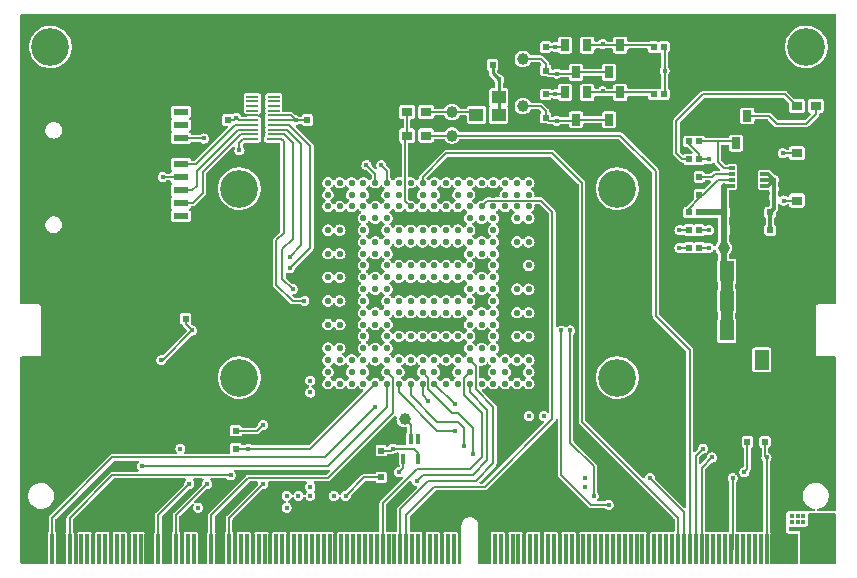
<source format=gtl>
G04 Layer: TopLayer*
G04 EasyEDA v6.5.22, 2022-12-22 19:37:34*
G04 67d28de8ea5d46aa8ff263e619622a75,b137401b17fb4d15a04862e99c0880a0,10*
G04 Gerber Generator version 0.2*
G04 Scale: 100 percent, Rotated: No, Reflected: No *
G04 Dimensions in millimeters *
G04 leading zeros omitted , absolute positions ,4 integer and 5 decimal *
%FSLAX45Y45*%
%MOMM*%

%AMMACRO1*21,1,$1,$2,0,0,$3*%
%ADD10C,0.1500*%
%ADD11C,0.5000*%
%ADD12C,0.3000*%
%ADD13C,0.2500*%
%ADD14C,1.0000*%
%ADD15R,1.3000X0.6000*%
%ADD16R,1.4000X1.2000*%
%ADD17R,2.0000X1.2000*%
%ADD18R,0.8000X1.0000*%
%ADD19R,1.1000X0.2000*%
%ADD20R,1.0000X0.2000*%
%ADD21C,0.5600*%
%ADD22R,1.7000X2.4000*%
%ADD23R,0.5000X0.3000*%
%ADD24R,0.3150X0.8385*%
%ADD25MACRO1,0.54X0.5656X90.0000*%
%ADD26R,0.5400X0.5657*%
%ADD27MACRO1,0.54X0.5656X0.0000*%
%ADD28MACRO1,0.54X0.5656X-90.0000*%
%ADD29MACRO1,1.701X1.2075X90.0000*%
%ADD30MACRO1,1.701X1.2075X-90.0000*%
%ADD31MACRO1,1.1X1.2X-90.0000*%
%ADD32R,1.2000X1.1000*%
%ADD33MACRO1,1.1X1.2X90.0000*%
%ADD34R,0.9000X0.8000*%
%ADD35R,0.3500X2.5000*%
%ADD36C,3.2000*%
%ADD37C,0.4500*%
%ADD38C,0.0160*%

%LPD*%
G36*
X398119Y670610D02*
G01*
X394614Y671982D01*
X391871Y674522D01*
X385775Y682650D01*
X379222Y688644D01*
X374853Y691337D01*
X371856Y694182D01*
X370230Y697941D01*
X370230Y702056D01*
X371856Y705815D01*
X374853Y708660D01*
X379222Y711352D01*
X385826Y717346D01*
X391210Y724509D01*
X395173Y732485D01*
X397611Y741070D01*
X398475Y750011D01*
X397611Y758901D01*
X395173Y767486D01*
X391210Y775512D01*
X385826Y782624D01*
X379222Y788670D01*
X374853Y791362D01*
X371856Y794156D01*
X370230Y797966D01*
X370230Y802030D01*
X371856Y805840D01*
X374853Y808634D01*
X379222Y811326D01*
X385775Y817321D01*
X391871Y825449D01*
X394614Y827989D01*
X398119Y829360D01*
X401878Y829360D01*
X405384Y827989D01*
X408127Y825449D01*
X414223Y817321D01*
X420776Y811326D01*
X428396Y806602D01*
X436727Y803402D01*
X445516Y801725D01*
X454456Y801725D01*
X463245Y803402D01*
X471576Y806602D01*
X479196Y811326D01*
X485800Y817321D01*
X491845Y825449D01*
X494639Y827989D01*
X498144Y829360D01*
X501853Y829360D01*
X505358Y827989D01*
X508152Y825449D01*
X514197Y817321D01*
X520801Y811326D01*
X528421Y806602D01*
X536752Y803402D01*
X545541Y801725D01*
X554482Y801725D01*
X563270Y803402D01*
X571601Y806602D01*
X579221Y811326D01*
X585774Y817321D01*
X591870Y825449D01*
X594614Y827989D01*
X598119Y829360D01*
X601878Y829360D01*
X605383Y827989D01*
X608126Y825449D01*
X614222Y817321D01*
X620776Y811326D01*
X625144Y808634D01*
X628142Y805840D01*
X629767Y802030D01*
X629767Y797966D01*
X628142Y794156D01*
X625144Y791362D01*
X620776Y788670D01*
X614172Y782624D01*
X608787Y775512D01*
X604824Y767486D01*
X602386Y758901D01*
X601522Y750011D01*
X602742Y737260D01*
X601726Y733653D01*
X599490Y730656D01*
X596290Y728726D01*
X592632Y728014D01*
X500430Y728014D01*
X493877Y727303D01*
X487984Y725220D01*
X482701Y721918D01*
X480110Y719632D01*
X461721Y701243D01*
X458419Y699008D01*
X454558Y698246D01*
X445516Y698246D01*
X436727Y696620D01*
X428396Y693369D01*
X420776Y688644D01*
X414223Y682650D01*
X408127Y674522D01*
X405384Y671982D01*
X401878Y670610D01*
G37*

%LPD*%
G36*
X-101854Y670610D02*
G01*
X-105359Y671982D01*
X-108153Y674522D01*
X-114198Y682650D01*
X-120802Y688644D01*
X-128422Y693369D01*
X-136753Y696620D01*
X-145542Y698246D01*
X-154432Y698246D01*
X-158292Y699008D01*
X-161594Y701243D01*
X-168960Y708609D01*
X-171145Y711911D01*
X-171907Y715772D01*
X-171907Y792784D01*
X-170942Y797102D01*
X-168249Y800608D01*
X-164287Y802589D01*
X-159867Y802741D01*
X-154482Y801725D01*
X-145542Y801725D01*
X-136753Y803402D01*
X-128422Y806602D01*
X-120802Y811326D01*
X-114198Y817321D01*
X-108153Y825449D01*
X-105359Y827989D01*
X-101854Y829360D01*
X-98145Y829360D01*
X-94640Y827989D01*
X-91846Y825449D01*
X-85801Y817321D01*
X-79197Y811326D01*
X-74828Y808634D01*
X-71882Y805840D01*
X-70256Y802030D01*
X-70256Y797966D01*
X-71882Y794156D01*
X-74828Y791362D01*
X-79197Y788670D01*
X-85801Y782624D01*
X-91186Y775512D01*
X-95199Y767486D01*
X-97637Y758901D01*
X-98450Y750011D01*
X-97637Y741070D01*
X-95199Y732485D01*
X-91186Y724509D01*
X-85801Y717346D01*
X-79197Y711352D01*
X-74828Y708660D01*
X-71882Y705815D01*
X-70256Y702056D01*
X-70256Y697941D01*
X-71882Y694182D01*
X-74828Y691337D01*
X-79197Y688644D01*
X-85801Y682650D01*
X-91846Y674522D01*
X-94640Y671982D01*
X-98145Y670610D01*
G37*

%LPD*%
G36*
X98145Y670610D02*
G01*
X94640Y671982D01*
X91846Y674522D01*
X85801Y682650D01*
X79197Y688644D01*
X74828Y691337D01*
X71882Y694182D01*
X70256Y697941D01*
X70256Y702056D01*
X71882Y705815D01*
X74828Y708660D01*
X79197Y711352D01*
X85801Y717346D01*
X91186Y724509D01*
X95199Y732485D01*
X97637Y741070D01*
X98450Y750011D01*
X97637Y758901D01*
X95199Y767486D01*
X91186Y775512D01*
X85801Y782624D01*
X79197Y788670D01*
X74828Y791362D01*
X71882Y794156D01*
X70256Y797966D01*
X70256Y802030D01*
X71882Y805840D01*
X74828Y808634D01*
X79197Y811326D01*
X85801Y817321D01*
X91846Y825449D01*
X94640Y827989D01*
X98145Y829360D01*
X101854Y829360D01*
X105359Y827989D01*
X108153Y825449D01*
X114198Y817321D01*
X120802Y811326D01*
X128422Y806602D01*
X136753Y803402D01*
X145542Y801725D01*
X154482Y801725D01*
X163271Y803402D01*
X171602Y806602D01*
X179222Y811326D01*
X185775Y817321D01*
X191871Y825449D01*
X194614Y827989D01*
X198120Y829360D01*
X201879Y829360D01*
X205384Y827989D01*
X208127Y825449D01*
X214223Y817321D01*
X220776Y811326D01*
X225145Y808634D01*
X228142Y805840D01*
X229768Y802030D01*
X229768Y797966D01*
X228142Y794156D01*
X225145Y791362D01*
X220776Y788670D01*
X214172Y782624D01*
X208788Y775512D01*
X204825Y767486D01*
X202387Y758901D01*
X201523Y750011D01*
X202387Y741070D01*
X204825Y732485D01*
X208788Y724509D01*
X214172Y717346D01*
X220776Y711352D01*
X225145Y708660D01*
X228142Y705815D01*
X229768Y702056D01*
X229768Y697941D01*
X228142Y694182D01*
X225145Y691337D01*
X220776Y688644D01*
X214172Y682650D01*
X208229Y674776D01*
X205994Y672592D01*
X203200Y671220D01*
X199847Y670712D01*
X196799Y671220D01*
X194005Y672592D01*
X191770Y674776D01*
X185826Y682650D01*
X179222Y688644D01*
X171602Y693369D01*
X163271Y696620D01*
X154482Y698246D01*
X145542Y698246D01*
X136753Y696620D01*
X128422Y693369D01*
X120802Y688644D01*
X114198Y682650D01*
X108153Y674522D01*
X105359Y671982D01*
X101854Y670610D01*
G37*

%LPD*%
G36*
X-501853Y670610D02*
G01*
X-505358Y671982D01*
X-508152Y674522D01*
X-514197Y682650D01*
X-520801Y688644D01*
X-525170Y691337D01*
X-528116Y694182D01*
X-529742Y697941D01*
X-529742Y702056D01*
X-528116Y705815D01*
X-525170Y708660D01*
X-520801Y711352D01*
X-514197Y717346D01*
X-508812Y724509D01*
X-504799Y732485D01*
X-502361Y741070D01*
X-501548Y750011D01*
X-502361Y758901D01*
X-504799Y767486D01*
X-508812Y775512D01*
X-514197Y782624D01*
X-520801Y788670D01*
X-525170Y791362D01*
X-528116Y794156D01*
X-529742Y797966D01*
X-529742Y802030D01*
X-528116Y805840D01*
X-525170Y808634D01*
X-520801Y811326D01*
X-514197Y817321D01*
X-508152Y825449D01*
X-505358Y827989D01*
X-501853Y829360D01*
X-498144Y829360D01*
X-494639Y827989D01*
X-491845Y825449D01*
X-485800Y817321D01*
X-479196Y811326D01*
X-471576Y806602D01*
X-463245Y803402D01*
X-454456Y801725D01*
X-445516Y801725D01*
X-436727Y803402D01*
X-428396Y806602D01*
X-420776Y811326D01*
X-414223Y817321D01*
X-408127Y825449D01*
X-405384Y827989D01*
X-401878Y829360D01*
X-398119Y829360D01*
X-394614Y827989D01*
X-391871Y825449D01*
X-385775Y817321D01*
X-379222Y811326D01*
X-374853Y808634D01*
X-371856Y805840D01*
X-370230Y802030D01*
X-370230Y797966D01*
X-371856Y794156D01*
X-374853Y791362D01*
X-379222Y788670D01*
X-385826Y782624D01*
X-391210Y775512D01*
X-395173Y767486D01*
X-397611Y758901D01*
X-398475Y750011D01*
X-397611Y741070D01*
X-395173Y732485D01*
X-391210Y724509D01*
X-385826Y717346D01*
X-379222Y711352D01*
X-374853Y708660D01*
X-371856Y705815D01*
X-370230Y702056D01*
X-370230Y697941D01*
X-371856Y694182D01*
X-374853Y691337D01*
X-379222Y688644D01*
X-385826Y682650D01*
X-391769Y674776D01*
X-394004Y672592D01*
X-396798Y671220D01*
X-400151Y670712D01*
X-403199Y671220D01*
X-405993Y672592D01*
X-408228Y674776D01*
X-414172Y682650D01*
X-420776Y688644D01*
X-428396Y693369D01*
X-436727Y696620D01*
X-445516Y698246D01*
X-454456Y698246D01*
X-463245Y696620D01*
X-471576Y693369D01*
X-479196Y688644D01*
X-485800Y682650D01*
X-491845Y674522D01*
X-494639Y671982D01*
X-498144Y670610D01*
G37*

%LPD*%
G36*
X-801878Y670610D02*
G01*
X-805383Y671982D01*
X-808126Y674522D01*
X-814222Y682650D01*
X-820775Y688644D01*
X-825144Y691337D01*
X-828141Y694182D01*
X-829767Y697941D01*
X-829767Y702056D01*
X-828141Y705815D01*
X-825144Y708660D01*
X-820775Y711352D01*
X-814171Y717346D01*
X-808786Y724509D01*
X-804824Y732485D01*
X-802386Y741070D01*
X-801522Y750011D01*
X-802386Y758901D01*
X-804824Y767486D01*
X-808786Y775512D01*
X-814171Y782624D01*
X-820775Y788670D01*
X-825144Y791362D01*
X-828141Y794156D01*
X-829767Y797966D01*
X-829767Y802030D01*
X-828141Y805840D01*
X-825144Y808634D01*
X-820775Y811326D01*
X-814222Y817321D01*
X-808126Y825449D01*
X-805383Y827989D01*
X-801878Y829360D01*
X-798118Y829360D01*
X-794613Y827989D01*
X-791870Y825449D01*
X-785774Y817321D01*
X-779221Y811326D01*
X-771601Y806602D01*
X-763270Y803402D01*
X-754481Y801725D01*
X-745540Y801725D01*
X-736752Y803402D01*
X-728421Y806602D01*
X-720801Y811326D01*
X-714197Y817321D01*
X-708152Y825449D01*
X-705358Y827989D01*
X-701852Y829360D01*
X-698144Y829360D01*
X-694639Y827989D01*
X-691845Y825449D01*
X-685800Y817321D01*
X-679196Y811326D01*
X-674827Y808634D01*
X-671880Y805840D01*
X-670255Y802030D01*
X-670255Y797966D01*
X-671880Y794156D01*
X-674827Y791362D01*
X-679196Y788670D01*
X-685800Y782624D01*
X-691184Y775512D01*
X-695198Y767486D01*
X-697636Y758901D01*
X-698449Y750011D01*
X-697636Y741070D01*
X-695198Y732485D01*
X-691184Y724509D01*
X-685800Y717346D01*
X-679196Y711352D01*
X-674827Y708660D01*
X-671880Y705815D01*
X-670255Y702056D01*
X-670255Y697941D01*
X-671880Y694182D01*
X-674827Y691337D01*
X-679196Y688644D01*
X-685800Y682650D01*
X-691845Y674522D01*
X-694639Y671982D01*
X-698144Y670610D01*
X-701852Y670610D01*
X-705358Y671982D01*
X-708152Y674522D01*
X-714197Y682650D01*
X-720801Y688644D01*
X-728421Y693369D01*
X-736752Y696620D01*
X-745540Y698246D01*
X-754481Y698246D01*
X-763270Y696620D01*
X-771601Y693369D01*
X-779221Y688644D01*
X-785774Y682650D01*
X-791870Y674522D01*
X-794613Y671982D01*
X-798118Y670610D01*
G37*

%LPD*%
G36*
X-301853Y470611D02*
G01*
X-305358Y471982D01*
X-308152Y474522D01*
X-314198Y482650D01*
X-320802Y488645D01*
X-325170Y491337D01*
X-328117Y494182D01*
X-329742Y497941D01*
X-329742Y502056D01*
X-328117Y505815D01*
X-325170Y508660D01*
X-320802Y511352D01*
X-314198Y517347D01*
X-308813Y524510D01*
X-304800Y532485D01*
X-302361Y541070D01*
X-301548Y550011D01*
X-302361Y558901D01*
X-304800Y567486D01*
X-308813Y575513D01*
X-314198Y582625D01*
X-320802Y588670D01*
X-325170Y591362D01*
X-328117Y594156D01*
X-329742Y597966D01*
X-329742Y602030D01*
X-328117Y605840D01*
X-325170Y608634D01*
X-320802Y611327D01*
X-314198Y617321D01*
X-308152Y625449D01*
X-305358Y627989D01*
X-301853Y629361D01*
X-298145Y629361D01*
X-294640Y627989D01*
X-291846Y625449D01*
X-285800Y617321D01*
X-279196Y611327D01*
X-271576Y606602D01*
X-263245Y603402D01*
X-254457Y601726D01*
X-245516Y601726D01*
X-236728Y603402D01*
X-228396Y606602D01*
X-220776Y611327D01*
X-214223Y617321D01*
X-208127Y625449D01*
X-205384Y627989D01*
X-201879Y629361D01*
X-198120Y629361D01*
X-194614Y627989D01*
X-191871Y625449D01*
X-185775Y617321D01*
X-179222Y611327D01*
X-171602Y606602D01*
X-163271Y603402D01*
X-154482Y601726D01*
X-145542Y601726D01*
X-136753Y603402D01*
X-128422Y606602D01*
X-120802Y611327D01*
X-114198Y617321D01*
X-108153Y625449D01*
X-105359Y627989D01*
X-101854Y629361D01*
X-98145Y629361D01*
X-94640Y627989D01*
X-91846Y625449D01*
X-85801Y617321D01*
X-79197Y611327D01*
X-71577Y606602D01*
X-63246Y603402D01*
X-54457Y601726D01*
X-45516Y601726D01*
X-36728Y603402D01*
X-28397Y606602D01*
X-20777Y611327D01*
X-14224Y617321D01*
X-8128Y625449D01*
X-5384Y627989D01*
X-1879Y629361D01*
X1879Y629361D01*
X5384Y627989D01*
X8128Y625449D01*
X14224Y617321D01*
X20777Y611327D01*
X28397Y606602D01*
X36728Y603402D01*
X45516Y601726D01*
X54457Y601726D01*
X63246Y603402D01*
X71577Y606602D01*
X79197Y611327D01*
X85801Y617321D01*
X91846Y625449D01*
X94640Y627989D01*
X98145Y629361D01*
X101854Y629361D01*
X105359Y627989D01*
X108153Y625449D01*
X114198Y617321D01*
X120802Y611327D01*
X128422Y606602D01*
X136753Y603402D01*
X145542Y601726D01*
X154482Y601726D01*
X163271Y603402D01*
X171602Y606602D01*
X179222Y611327D01*
X185775Y617321D01*
X191871Y625449D01*
X194614Y627989D01*
X198120Y629361D01*
X201879Y629361D01*
X205384Y627989D01*
X208127Y625449D01*
X214223Y617321D01*
X220776Y611327D01*
X228396Y606602D01*
X236728Y603402D01*
X245516Y601726D01*
X254457Y601726D01*
X263245Y603402D01*
X271576Y606602D01*
X279196Y611327D01*
X285800Y617321D01*
X291846Y625449D01*
X294640Y627989D01*
X298145Y629361D01*
X301853Y629361D01*
X305358Y627989D01*
X308152Y625449D01*
X314198Y617321D01*
X320802Y611327D01*
X325170Y608634D01*
X328117Y605840D01*
X329742Y602030D01*
X329742Y597966D01*
X328117Y594156D01*
X325170Y591362D01*
X320802Y588670D01*
X314198Y582625D01*
X308813Y575513D01*
X304800Y567486D01*
X302361Y558901D01*
X301548Y550011D01*
X302361Y541070D01*
X304800Y532485D01*
X308813Y524510D01*
X314198Y517347D01*
X320802Y511352D01*
X325170Y508660D01*
X328117Y505815D01*
X329742Y502056D01*
X329742Y497941D01*
X328117Y494182D01*
X325170Y491337D01*
X320802Y488645D01*
X314198Y482650D01*
X308152Y474522D01*
X305358Y471982D01*
X301853Y470611D01*
X298145Y470611D01*
X294640Y471982D01*
X291846Y474522D01*
X285800Y482650D01*
X279196Y488645D01*
X271576Y493369D01*
X263245Y496620D01*
X254457Y498246D01*
X245516Y498246D01*
X236728Y496620D01*
X228396Y493369D01*
X220776Y488645D01*
X214223Y482650D01*
X208127Y474522D01*
X205384Y471982D01*
X201879Y470611D01*
X198120Y470611D01*
X194614Y471982D01*
X191871Y474522D01*
X185775Y482650D01*
X179222Y488645D01*
X171602Y493369D01*
X163271Y496620D01*
X154482Y498246D01*
X145542Y498246D01*
X136753Y496620D01*
X128422Y493369D01*
X120802Y488645D01*
X114198Y482650D01*
X108153Y474522D01*
X105359Y471982D01*
X101854Y470611D01*
X98145Y470611D01*
X94640Y471982D01*
X91846Y474522D01*
X85801Y482650D01*
X79197Y488645D01*
X71577Y493369D01*
X63246Y496620D01*
X54457Y498246D01*
X45516Y498246D01*
X36728Y496620D01*
X28397Y493369D01*
X20777Y488645D01*
X14224Y482650D01*
X8128Y474522D01*
X5384Y471982D01*
X1879Y470611D01*
X-1879Y470611D01*
X-5384Y471982D01*
X-8128Y474522D01*
X-14224Y482650D01*
X-20777Y488645D01*
X-28397Y493369D01*
X-36728Y496620D01*
X-45516Y498246D01*
X-54457Y498246D01*
X-63246Y496620D01*
X-71577Y493369D01*
X-79197Y488645D01*
X-85801Y482650D01*
X-91846Y474522D01*
X-94640Y471982D01*
X-98145Y470611D01*
X-101854Y470611D01*
X-105359Y471982D01*
X-108153Y474522D01*
X-114198Y482650D01*
X-120802Y488645D01*
X-128422Y493369D01*
X-136753Y496620D01*
X-145542Y498246D01*
X-154482Y498246D01*
X-163271Y496620D01*
X-171602Y493369D01*
X-179222Y488645D01*
X-185775Y482650D01*
X-191871Y474522D01*
X-194614Y471982D01*
X-198120Y470611D01*
X-201879Y470611D01*
X-205384Y471982D01*
X-208127Y474522D01*
X-214223Y482650D01*
X-220776Y488645D01*
X-228396Y493369D01*
X-236728Y496620D01*
X-245516Y498246D01*
X-254457Y498246D01*
X-263245Y496620D01*
X-271576Y493369D01*
X-279196Y488645D01*
X-285800Y482650D01*
X-291846Y474522D01*
X-294640Y471982D01*
X-298145Y470611D01*
G37*

%LPD*%
G36*
X398119Y370636D02*
G01*
X394614Y372008D01*
X391871Y374548D01*
X385775Y382676D01*
X379222Y388670D01*
X374853Y391363D01*
X371856Y394157D01*
X370230Y397967D01*
X370230Y402031D01*
X371856Y405841D01*
X374853Y408635D01*
X379222Y411327D01*
X385826Y417372D01*
X391210Y424484D01*
X395173Y432511D01*
X397611Y441096D01*
X398475Y449986D01*
X397611Y458927D01*
X395173Y467512D01*
X391210Y475488D01*
X385826Y482650D01*
X379222Y488645D01*
X374853Y491337D01*
X371856Y494182D01*
X370230Y497941D01*
X370230Y502056D01*
X371856Y505815D01*
X374853Y508660D01*
X379222Y511352D01*
X385775Y517347D01*
X391871Y525475D01*
X394614Y528015D01*
X398119Y529386D01*
X401878Y529386D01*
X405384Y528015D01*
X408127Y525475D01*
X414223Y517347D01*
X420776Y511352D01*
X428396Y506628D01*
X436727Y503377D01*
X445516Y501751D01*
X454456Y501751D01*
X463245Y503377D01*
X471576Y506628D01*
X479196Y511352D01*
X485800Y517347D01*
X491845Y525475D01*
X494639Y528015D01*
X498144Y529386D01*
X501853Y529386D01*
X505358Y528015D01*
X508152Y525475D01*
X514197Y517347D01*
X520801Y511352D01*
X525170Y508660D01*
X528116Y505815D01*
X529742Y502056D01*
X529742Y497941D01*
X528116Y494182D01*
X525170Y491337D01*
X520801Y488645D01*
X514197Y482650D01*
X508812Y475488D01*
X504799Y467512D01*
X502361Y458927D01*
X501548Y449986D01*
X502361Y441096D01*
X504799Y432511D01*
X508812Y424484D01*
X514197Y417372D01*
X520801Y411327D01*
X525170Y408635D01*
X528116Y405841D01*
X529742Y402031D01*
X529742Y397967D01*
X528116Y394157D01*
X525170Y391363D01*
X520801Y388670D01*
X514197Y382676D01*
X508152Y374548D01*
X505358Y372008D01*
X501853Y370636D01*
X498144Y370636D01*
X494639Y372008D01*
X491845Y374548D01*
X485800Y382676D01*
X479196Y388670D01*
X471576Y393395D01*
X463245Y396595D01*
X454456Y398221D01*
X445516Y398221D01*
X436727Y396595D01*
X428396Y393395D01*
X420776Y388670D01*
X414223Y382676D01*
X408127Y374548D01*
X405384Y372008D01*
X401878Y370636D01*
G37*

%LPD*%
G36*
X-501853Y370636D02*
G01*
X-505358Y372008D01*
X-508152Y374548D01*
X-514197Y382676D01*
X-520801Y388670D01*
X-525170Y391363D01*
X-528116Y394157D01*
X-529742Y397967D01*
X-529742Y402031D01*
X-528116Y405841D01*
X-525170Y408635D01*
X-520801Y411327D01*
X-514197Y417372D01*
X-508812Y424484D01*
X-504799Y432511D01*
X-502361Y441096D01*
X-501548Y449986D01*
X-502361Y458927D01*
X-504799Y467512D01*
X-508812Y475488D01*
X-514197Y482650D01*
X-520801Y488645D01*
X-525170Y491337D01*
X-528116Y494182D01*
X-529742Y497941D01*
X-529742Y502056D01*
X-528116Y505815D01*
X-525170Y508660D01*
X-520801Y511352D01*
X-514197Y517347D01*
X-508152Y525475D01*
X-505358Y528015D01*
X-501853Y529386D01*
X-498144Y529386D01*
X-494639Y528015D01*
X-491845Y525475D01*
X-485800Y517347D01*
X-479196Y511352D01*
X-471576Y506628D01*
X-463245Y503377D01*
X-454456Y501751D01*
X-445516Y501751D01*
X-436727Y503377D01*
X-428396Y506628D01*
X-420776Y511352D01*
X-414223Y517347D01*
X-408127Y525475D01*
X-405384Y528015D01*
X-401878Y529386D01*
X-398119Y529386D01*
X-394614Y528015D01*
X-391871Y525475D01*
X-385775Y517347D01*
X-379222Y511352D01*
X-374853Y508660D01*
X-371856Y505815D01*
X-370230Y502056D01*
X-370230Y497941D01*
X-371856Y494182D01*
X-374853Y491337D01*
X-379222Y488645D01*
X-385826Y482650D01*
X-391210Y475488D01*
X-395173Y467512D01*
X-397611Y458927D01*
X-398475Y449986D01*
X-397611Y441096D01*
X-395173Y432511D01*
X-391210Y424484D01*
X-385826Y417372D01*
X-379222Y411327D01*
X-374853Y408635D01*
X-371856Y405841D01*
X-370230Y402031D01*
X-370230Y397967D01*
X-371856Y394157D01*
X-374853Y391363D01*
X-379222Y388670D01*
X-385775Y382676D01*
X-391871Y374548D01*
X-394614Y372008D01*
X-398119Y370636D01*
X-401878Y370636D01*
X-405384Y372008D01*
X-408127Y374548D01*
X-414223Y382676D01*
X-420776Y388670D01*
X-428396Y393395D01*
X-436727Y396595D01*
X-445516Y398221D01*
X-454456Y398221D01*
X-463245Y396595D01*
X-471576Y393395D01*
X-479196Y388670D01*
X-485800Y382676D01*
X-491845Y374548D01*
X-494639Y372008D01*
X-498144Y370636D01*
G37*

%LPD*%
G36*
X-301853Y170637D02*
G01*
X-305358Y172008D01*
X-308152Y174548D01*
X-314198Y182676D01*
X-320802Y188671D01*
X-325170Y191363D01*
X-328117Y194157D01*
X-329742Y197967D01*
X-329742Y202031D01*
X-328117Y205841D01*
X-325170Y208635D01*
X-320802Y211328D01*
X-314198Y217373D01*
X-308813Y224485D01*
X-304800Y232511D01*
X-302361Y241096D01*
X-301548Y249986D01*
X-302361Y258927D01*
X-304800Y267512D01*
X-308813Y275488D01*
X-314198Y282651D01*
X-320802Y288645D01*
X-325170Y291338D01*
X-328117Y294182D01*
X-329742Y297942D01*
X-329742Y302056D01*
X-328117Y305816D01*
X-325170Y308660D01*
X-320802Y311353D01*
X-314198Y317347D01*
X-308152Y325475D01*
X-305358Y328015D01*
X-301853Y329387D01*
X-298145Y329387D01*
X-294640Y328015D01*
X-291846Y325475D01*
X-285800Y317347D01*
X-279196Y311353D01*
X-271576Y306628D01*
X-263245Y303377D01*
X-254457Y301752D01*
X-245516Y301752D01*
X-236728Y303377D01*
X-228396Y306628D01*
X-220776Y311353D01*
X-214223Y317347D01*
X-208127Y325475D01*
X-205384Y328015D01*
X-201879Y329387D01*
X-198120Y329387D01*
X-194614Y328015D01*
X-191871Y325475D01*
X-185775Y317347D01*
X-179222Y311353D01*
X-171602Y306628D01*
X-163271Y303377D01*
X-154482Y301752D01*
X-145542Y301752D01*
X-136753Y303377D01*
X-128422Y306628D01*
X-120802Y311353D01*
X-114198Y317347D01*
X-108153Y325475D01*
X-105359Y328015D01*
X-101854Y329387D01*
X-98145Y329387D01*
X-94640Y328015D01*
X-91846Y325475D01*
X-85801Y317347D01*
X-79197Y311353D01*
X-71577Y306628D01*
X-63246Y303377D01*
X-54457Y301752D01*
X-45516Y301752D01*
X-36728Y303377D01*
X-28397Y306628D01*
X-20777Y311353D01*
X-14224Y317347D01*
X-8128Y325475D01*
X-5384Y328015D01*
X-1879Y329387D01*
X1879Y329387D01*
X5384Y328015D01*
X8128Y325475D01*
X14224Y317347D01*
X20777Y311353D01*
X28397Y306628D01*
X36728Y303377D01*
X45516Y301752D01*
X54457Y301752D01*
X63246Y303377D01*
X71577Y306628D01*
X79197Y311353D01*
X85801Y317347D01*
X91846Y325475D01*
X94640Y328015D01*
X98145Y329387D01*
X101854Y329387D01*
X105359Y328015D01*
X108153Y325475D01*
X114198Y317347D01*
X120802Y311353D01*
X128422Y306628D01*
X136753Y303377D01*
X145542Y301752D01*
X154482Y301752D01*
X163271Y303377D01*
X171602Y306628D01*
X179222Y311353D01*
X185775Y317347D01*
X191871Y325475D01*
X194614Y328015D01*
X198120Y329387D01*
X201879Y329387D01*
X205384Y328015D01*
X208127Y325475D01*
X214223Y317347D01*
X220776Y311353D01*
X228396Y306628D01*
X236728Y303377D01*
X245516Y301752D01*
X254457Y301752D01*
X263245Y303377D01*
X271576Y306628D01*
X279196Y311353D01*
X285800Y317347D01*
X291846Y325475D01*
X294640Y328015D01*
X298145Y329387D01*
X301853Y329387D01*
X305358Y328015D01*
X308152Y325475D01*
X314198Y317347D01*
X320802Y311353D01*
X325170Y308660D01*
X328117Y305816D01*
X329742Y302056D01*
X329742Y297942D01*
X328117Y294182D01*
X325170Y291338D01*
X320802Y288645D01*
X314198Y282651D01*
X308813Y275488D01*
X304800Y267512D01*
X302361Y258927D01*
X301548Y249986D01*
X302361Y241096D01*
X304800Y232511D01*
X308813Y224485D01*
X314198Y217373D01*
X320802Y211328D01*
X325170Y208635D01*
X328117Y205841D01*
X329742Y202031D01*
X329742Y197967D01*
X328117Y194157D01*
X325170Y191363D01*
X320802Y188671D01*
X314198Y182676D01*
X308152Y174548D01*
X305358Y172008D01*
X301853Y170637D01*
X298145Y170637D01*
X294640Y172008D01*
X291846Y174548D01*
X285800Y182676D01*
X279196Y188671D01*
X271576Y193395D01*
X263245Y196596D01*
X254457Y198221D01*
X245516Y198221D01*
X236728Y196596D01*
X228396Y193395D01*
X220776Y188671D01*
X214223Y182676D01*
X208127Y174548D01*
X205384Y172008D01*
X201879Y170637D01*
X198120Y170637D01*
X194614Y172008D01*
X191871Y174548D01*
X185775Y182676D01*
X179222Y188671D01*
X171602Y193395D01*
X163271Y196596D01*
X154482Y198221D01*
X145542Y198221D01*
X136753Y196596D01*
X128422Y193395D01*
X120802Y188671D01*
X114198Y182676D01*
X108153Y174548D01*
X105359Y172008D01*
X101854Y170637D01*
X98145Y170637D01*
X94640Y172008D01*
X91846Y174548D01*
X85801Y182676D01*
X79197Y188671D01*
X71577Y193395D01*
X63246Y196596D01*
X54457Y198221D01*
X45516Y198221D01*
X36728Y196596D01*
X28397Y193395D01*
X20777Y188671D01*
X14224Y182676D01*
X8128Y174548D01*
X5384Y172008D01*
X1879Y170637D01*
X-1879Y170637D01*
X-5384Y172008D01*
X-8128Y174548D01*
X-14224Y182676D01*
X-20777Y188671D01*
X-28397Y193395D01*
X-36728Y196596D01*
X-45516Y198221D01*
X-54457Y198221D01*
X-63246Y196596D01*
X-71577Y193395D01*
X-79197Y188671D01*
X-85801Y182676D01*
X-91846Y174548D01*
X-94640Y172008D01*
X-98145Y170637D01*
X-101854Y170637D01*
X-105359Y172008D01*
X-108153Y174548D01*
X-114198Y182676D01*
X-120802Y188671D01*
X-128422Y193395D01*
X-136753Y196596D01*
X-145542Y198221D01*
X-154482Y198221D01*
X-163271Y196596D01*
X-171602Y193395D01*
X-179222Y188671D01*
X-185775Y182676D01*
X-191871Y174548D01*
X-194614Y172008D01*
X-198120Y170637D01*
X-201879Y170637D01*
X-205384Y172008D01*
X-208127Y174548D01*
X-214223Y182676D01*
X-220776Y188671D01*
X-228396Y193395D01*
X-236728Y196596D01*
X-245516Y198221D01*
X-254457Y198221D01*
X-263245Y196596D01*
X-271576Y193395D01*
X-279196Y188671D01*
X-285800Y182676D01*
X-291846Y174548D01*
X-294640Y172008D01*
X-298145Y170637D01*
G37*

%LPD*%
G36*
X398119Y70612D02*
G01*
X394614Y71983D01*
X391871Y74523D01*
X385775Y82651D01*
X379222Y88646D01*
X374853Y91338D01*
X371856Y94183D01*
X370230Y97942D01*
X370230Y102057D01*
X371856Y105816D01*
X374853Y108661D01*
X379222Y111353D01*
X385826Y117348D01*
X391210Y124510D01*
X395173Y132486D01*
X397611Y141071D01*
X398475Y150012D01*
X397611Y158902D01*
X395173Y167487D01*
X391210Y175514D01*
X385826Y182626D01*
X379222Y188671D01*
X374853Y191363D01*
X371856Y194157D01*
X370230Y197967D01*
X370230Y202031D01*
X371856Y205841D01*
X374853Y208635D01*
X379222Y211328D01*
X385775Y217322D01*
X391871Y225450D01*
X394614Y227990D01*
X398119Y229362D01*
X401878Y229362D01*
X405384Y227990D01*
X408127Y225450D01*
X414223Y217322D01*
X420776Y211328D01*
X428396Y206603D01*
X436727Y203403D01*
X445516Y201726D01*
X454456Y201726D01*
X463245Y203403D01*
X471576Y206603D01*
X479196Y211328D01*
X485800Y217322D01*
X491845Y225450D01*
X494639Y227990D01*
X498144Y229362D01*
X501853Y229362D01*
X505358Y227990D01*
X508152Y225450D01*
X514197Y217322D01*
X520801Y211328D01*
X525170Y208635D01*
X528116Y205841D01*
X529742Y202031D01*
X529742Y197967D01*
X528116Y194157D01*
X525170Y191363D01*
X520801Y188671D01*
X514197Y182626D01*
X508812Y175514D01*
X504799Y167487D01*
X502361Y158902D01*
X501548Y150012D01*
X502361Y141071D01*
X504799Y132486D01*
X508812Y124510D01*
X514197Y117348D01*
X520801Y111353D01*
X525170Y108661D01*
X528116Y105816D01*
X529742Y102057D01*
X529742Y97942D01*
X528116Y94183D01*
X525170Y91338D01*
X520801Y88646D01*
X514197Y82651D01*
X508152Y74523D01*
X505358Y71983D01*
X501853Y70612D01*
X498144Y70612D01*
X494639Y71983D01*
X491845Y74523D01*
X485800Y82651D01*
X479196Y88646D01*
X471576Y93370D01*
X463245Y96621D01*
X454456Y98247D01*
X445516Y98247D01*
X436727Y96621D01*
X428396Y93370D01*
X420776Y88646D01*
X414223Y82651D01*
X408127Y74523D01*
X405384Y71983D01*
X401878Y70612D01*
G37*

%LPD*%
G36*
X-401878Y70612D02*
G01*
X-405384Y71983D01*
X-408127Y74523D01*
X-414223Y82651D01*
X-420776Y88646D01*
X-428396Y93370D01*
X-436727Y96621D01*
X-445516Y98247D01*
X-454456Y98247D01*
X-463245Y96621D01*
X-471576Y93370D01*
X-479196Y88646D01*
X-485800Y82651D01*
X-491743Y74777D01*
X-493979Y72593D01*
X-496773Y71221D01*
X-500126Y70713D01*
X-503224Y71221D01*
X-506018Y72593D01*
X-508254Y74777D01*
X-514197Y82651D01*
X-520801Y88646D01*
X-525170Y91338D01*
X-528116Y94183D01*
X-529742Y97942D01*
X-529742Y102057D01*
X-528116Y105816D01*
X-525170Y108661D01*
X-520801Y111353D01*
X-514197Y117348D01*
X-508812Y124510D01*
X-504799Y132486D01*
X-502361Y141071D01*
X-501548Y150012D01*
X-502361Y158902D01*
X-504799Y167487D01*
X-508812Y175514D01*
X-514197Y182626D01*
X-520801Y188671D01*
X-525170Y191363D01*
X-528116Y194157D01*
X-529742Y197967D01*
X-529742Y202031D01*
X-528116Y205841D01*
X-525170Y208635D01*
X-520801Y211328D01*
X-514197Y217322D01*
X-508152Y225450D01*
X-505358Y227990D01*
X-501853Y229362D01*
X-498144Y229362D01*
X-494639Y227990D01*
X-491845Y225450D01*
X-485800Y217322D01*
X-479196Y211328D01*
X-471576Y206603D01*
X-463245Y203403D01*
X-454456Y201726D01*
X-445516Y201726D01*
X-436727Y203403D01*
X-428396Y206603D01*
X-420776Y211328D01*
X-414223Y217322D01*
X-408127Y225450D01*
X-405384Y227990D01*
X-401878Y229362D01*
X-398119Y229362D01*
X-394614Y227990D01*
X-391871Y225450D01*
X-385775Y217322D01*
X-379222Y211328D01*
X-374853Y208635D01*
X-371856Y205841D01*
X-370230Y202031D01*
X-370230Y197967D01*
X-371856Y194157D01*
X-374853Y191363D01*
X-379222Y188671D01*
X-385826Y182626D01*
X-391210Y175514D01*
X-395173Y167487D01*
X-397611Y158902D01*
X-398475Y150012D01*
X-397611Y141071D01*
X-395173Y132486D01*
X-391210Y124510D01*
X-385826Y117348D01*
X-379222Y111353D01*
X-374853Y108661D01*
X-371856Y105816D01*
X-370230Y102057D01*
X-370230Y97942D01*
X-371856Y94183D01*
X-374853Y91338D01*
X-379222Y88646D01*
X-385775Y82651D01*
X-391871Y74523D01*
X-394614Y71983D01*
X-398119Y70612D01*
G37*

%LPD*%
G36*
X-301853Y-129387D02*
G01*
X-305358Y-128016D01*
X-308152Y-125476D01*
X-314198Y-117348D01*
X-320802Y-111353D01*
X-325170Y-108661D01*
X-328117Y-105816D01*
X-329742Y-102057D01*
X-329742Y-97942D01*
X-328117Y-94183D01*
X-325170Y-91338D01*
X-320802Y-88646D01*
X-314198Y-82651D01*
X-308813Y-75488D01*
X-304800Y-67513D01*
X-302361Y-58928D01*
X-301548Y-49987D01*
X-302361Y-41097D01*
X-304800Y-32512D01*
X-308813Y-24485D01*
X-314198Y-17373D01*
X-320802Y-11328D01*
X-325170Y-8636D01*
X-328117Y-5842D01*
X-329742Y-2032D01*
X-329742Y2032D01*
X-328117Y5842D01*
X-325170Y8636D01*
X-320802Y11328D01*
X-314198Y17322D01*
X-308152Y25450D01*
X-305358Y27990D01*
X-301853Y29362D01*
X-298145Y29362D01*
X-294640Y27990D01*
X-291846Y25450D01*
X-285800Y17322D01*
X-279196Y11328D01*
X-271576Y6604D01*
X-263245Y3403D01*
X-254457Y1727D01*
X-245516Y1727D01*
X-236728Y3403D01*
X-228396Y6604D01*
X-220776Y11328D01*
X-214223Y17322D01*
X-208127Y25450D01*
X-205384Y27990D01*
X-201879Y29362D01*
X-198120Y29362D01*
X-194614Y27990D01*
X-191871Y25450D01*
X-185775Y17322D01*
X-179222Y11328D01*
X-171602Y6604D01*
X-163271Y3403D01*
X-154482Y1727D01*
X-145542Y1727D01*
X-136753Y3403D01*
X-128422Y6604D01*
X-120802Y11328D01*
X-114198Y17322D01*
X-108153Y25450D01*
X-105359Y27990D01*
X-101854Y29362D01*
X-98145Y29362D01*
X-94640Y27990D01*
X-91846Y25450D01*
X-85801Y17322D01*
X-79197Y11328D01*
X-71577Y6604D01*
X-63246Y3403D01*
X-54457Y1727D01*
X-45516Y1727D01*
X-36728Y3403D01*
X-28397Y6604D01*
X-20777Y11328D01*
X-14224Y17322D01*
X-8128Y25450D01*
X-5384Y27990D01*
X-1879Y29362D01*
X1879Y29362D01*
X5384Y27990D01*
X8128Y25450D01*
X14224Y17322D01*
X20777Y11328D01*
X28397Y6604D01*
X36728Y3403D01*
X45516Y1727D01*
X54457Y1727D01*
X63246Y3403D01*
X71577Y6604D01*
X79197Y11328D01*
X85801Y17322D01*
X91846Y25450D01*
X94640Y27990D01*
X98145Y29362D01*
X101854Y29362D01*
X105359Y27990D01*
X108153Y25450D01*
X114198Y17322D01*
X120802Y11328D01*
X128422Y6604D01*
X136753Y3403D01*
X145542Y1727D01*
X154482Y1727D01*
X163271Y3403D01*
X171602Y6604D01*
X179222Y11328D01*
X185775Y17322D01*
X191871Y25450D01*
X194614Y27990D01*
X198120Y29362D01*
X201879Y29362D01*
X205384Y27990D01*
X208127Y25450D01*
X214223Y17322D01*
X220776Y11328D01*
X228396Y6604D01*
X236728Y3403D01*
X245516Y1727D01*
X254457Y1727D01*
X263245Y3403D01*
X271576Y6604D01*
X279196Y11328D01*
X285800Y17322D01*
X291846Y25450D01*
X294640Y27990D01*
X298145Y29362D01*
X301853Y29362D01*
X305358Y27990D01*
X308152Y25450D01*
X314198Y17322D01*
X320802Y11328D01*
X325170Y8636D01*
X328117Y5842D01*
X329742Y2032D01*
X329742Y-2032D01*
X328117Y-5842D01*
X325170Y-8636D01*
X320802Y-11328D01*
X314198Y-17373D01*
X308813Y-24485D01*
X304800Y-32512D01*
X302361Y-41097D01*
X301548Y-49987D01*
X302361Y-58928D01*
X304800Y-67513D01*
X308813Y-75488D01*
X314198Y-82651D01*
X320802Y-88646D01*
X325170Y-91338D01*
X328117Y-94183D01*
X329742Y-97942D01*
X329742Y-102057D01*
X328117Y-105816D01*
X325170Y-108661D01*
X320802Y-111353D01*
X314198Y-117348D01*
X308152Y-125476D01*
X305358Y-128016D01*
X301853Y-129387D01*
X298145Y-129387D01*
X294640Y-128016D01*
X291846Y-125476D01*
X285800Y-117348D01*
X279196Y-111353D01*
X271576Y-106629D01*
X263245Y-103378D01*
X254457Y-101752D01*
X245516Y-101752D01*
X236728Y-103378D01*
X228396Y-106629D01*
X220776Y-111353D01*
X214223Y-117348D01*
X208127Y-125476D01*
X205384Y-128016D01*
X201879Y-129387D01*
X198120Y-129387D01*
X194614Y-128016D01*
X191871Y-125476D01*
X185775Y-117348D01*
X179222Y-111353D01*
X171602Y-106629D01*
X163271Y-103378D01*
X154482Y-101752D01*
X145542Y-101752D01*
X136753Y-103378D01*
X128422Y-106629D01*
X120802Y-111353D01*
X114198Y-117348D01*
X108153Y-125476D01*
X105359Y-128016D01*
X101854Y-129387D01*
X98145Y-129387D01*
X94640Y-128016D01*
X91846Y-125476D01*
X85801Y-117348D01*
X79197Y-111353D01*
X71577Y-106629D01*
X63246Y-103378D01*
X54457Y-101752D01*
X45516Y-101752D01*
X36728Y-103378D01*
X28397Y-106629D01*
X20777Y-111353D01*
X14224Y-117348D01*
X8128Y-125476D01*
X5384Y-128016D01*
X1879Y-129387D01*
X-1879Y-129387D01*
X-5384Y-128016D01*
X-8128Y-125476D01*
X-14224Y-117348D01*
X-20777Y-111353D01*
X-28397Y-106629D01*
X-36728Y-103378D01*
X-45516Y-101752D01*
X-54457Y-101752D01*
X-63246Y-103378D01*
X-71577Y-106629D01*
X-79197Y-111353D01*
X-85801Y-117348D01*
X-91846Y-125476D01*
X-94640Y-128016D01*
X-98145Y-129387D01*
X-101854Y-129387D01*
X-105359Y-128016D01*
X-108153Y-125476D01*
X-114198Y-117348D01*
X-120802Y-111353D01*
X-128422Y-106629D01*
X-136753Y-103378D01*
X-145542Y-101752D01*
X-154482Y-101752D01*
X-163271Y-103378D01*
X-171602Y-106629D01*
X-179222Y-111353D01*
X-185826Y-117348D01*
X-191770Y-125222D01*
X-194005Y-127406D01*
X-196799Y-128778D01*
X-200152Y-129285D01*
X-203200Y-128778D01*
X-205994Y-127406D01*
X-208229Y-125222D01*
X-214172Y-117348D01*
X-220776Y-111353D01*
X-228396Y-106629D01*
X-236728Y-103378D01*
X-245516Y-101752D01*
X-254457Y-101752D01*
X-263245Y-103378D01*
X-271576Y-106629D01*
X-279196Y-111353D01*
X-285800Y-117348D01*
X-291846Y-125476D01*
X-294640Y-128016D01*
X-298145Y-129387D01*
G37*

%LPD*%
G36*
X398119Y-229362D02*
G01*
X394614Y-227990D01*
X391871Y-225450D01*
X385775Y-217322D01*
X379222Y-211328D01*
X374853Y-208635D01*
X371856Y-205841D01*
X370230Y-202031D01*
X370230Y-197967D01*
X371856Y-194157D01*
X374853Y-191363D01*
X379222Y-188671D01*
X385826Y-182626D01*
X391210Y-175514D01*
X395173Y-167487D01*
X397611Y-158902D01*
X398475Y-150012D01*
X397611Y-141071D01*
X395173Y-132486D01*
X391210Y-124510D01*
X385826Y-117348D01*
X379222Y-111353D01*
X374853Y-108661D01*
X371856Y-105816D01*
X370230Y-102057D01*
X370230Y-97942D01*
X371856Y-94183D01*
X374853Y-91338D01*
X379222Y-88646D01*
X385775Y-82651D01*
X391871Y-74523D01*
X394614Y-71983D01*
X398119Y-70612D01*
X401878Y-70612D01*
X405384Y-71983D01*
X408127Y-74523D01*
X414223Y-82651D01*
X420776Y-88646D01*
X428396Y-93370D01*
X436727Y-96621D01*
X445516Y-98247D01*
X454456Y-98247D01*
X463245Y-96621D01*
X471576Y-93370D01*
X479196Y-88646D01*
X485800Y-82651D01*
X491845Y-74523D01*
X494639Y-71983D01*
X498144Y-70612D01*
X501853Y-70612D01*
X505358Y-71983D01*
X508152Y-74523D01*
X514197Y-82651D01*
X520801Y-88646D01*
X525170Y-91338D01*
X528116Y-94183D01*
X529742Y-97942D01*
X529742Y-102057D01*
X528116Y-105816D01*
X525170Y-108661D01*
X520801Y-111353D01*
X514197Y-117348D01*
X508812Y-124510D01*
X504799Y-132486D01*
X502361Y-141071D01*
X501548Y-150012D01*
X502361Y-158902D01*
X504799Y-167487D01*
X508812Y-175514D01*
X514197Y-182626D01*
X520801Y-188671D01*
X525170Y-191363D01*
X528116Y-194157D01*
X529742Y-197967D01*
X529742Y-202031D01*
X528116Y-205841D01*
X525170Y-208635D01*
X520801Y-211328D01*
X514197Y-217373D01*
X508254Y-225247D01*
X506018Y-227431D01*
X503224Y-228803D01*
X499872Y-229260D01*
X496773Y-228803D01*
X493979Y-227431D01*
X491743Y-225247D01*
X485800Y-217373D01*
X479196Y-211328D01*
X471576Y-206603D01*
X463245Y-203403D01*
X454456Y-201777D01*
X445516Y-201777D01*
X436727Y-203403D01*
X428396Y-206603D01*
X420776Y-211328D01*
X414223Y-217322D01*
X408127Y-225450D01*
X405384Y-227990D01*
X401878Y-229362D01*
G37*

%LPD*%
G36*
X-401878Y-229362D02*
G01*
X-405384Y-227990D01*
X-408127Y-225450D01*
X-414223Y-217322D01*
X-420776Y-211328D01*
X-428396Y-206603D01*
X-436727Y-203403D01*
X-445516Y-201777D01*
X-454456Y-201777D01*
X-463245Y-203403D01*
X-471576Y-206603D01*
X-479196Y-211328D01*
X-485800Y-217373D01*
X-491743Y-225247D01*
X-493979Y-227431D01*
X-496773Y-228803D01*
X-500126Y-229260D01*
X-503224Y-228803D01*
X-506018Y-227431D01*
X-508254Y-225247D01*
X-514197Y-217373D01*
X-520801Y-211328D01*
X-525170Y-208635D01*
X-528116Y-205841D01*
X-529742Y-202031D01*
X-529742Y-197967D01*
X-528116Y-194157D01*
X-525170Y-191363D01*
X-520801Y-188671D01*
X-514197Y-182626D01*
X-508812Y-175514D01*
X-504799Y-167487D01*
X-502361Y-158902D01*
X-501548Y-150012D01*
X-502361Y-141071D01*
X-504799Y-132486D01*
X-508812Y-124510D01*
X-514197Y-117348D01*
X-520801Y-111353D01*
X-525170Y-108661D01*
X-528116Y-105816D01*
X-529742Y-102057D01*
X-529742Y-97942D01*
X-528116Y-94183D01*
X-525170Y-91338D01*
X-520801Y-88646D01*
X-514197Y-82651D01*
X-508152Y-74523D01*
X-505358Y-71983D01*
X-501853Y-70612D01*
X-498144Y-70612D01*
X-494639Y-71983D01*
X-491845Y-74523D01*
X-485800Y-82651D01*
X-479196Y-88646D01*
X-471576Y-93370D01*
X-463245Y-96621D01*
X-454456Y-98247D01*
X-445516Y-98247D01*
X-436727Y-96621D01*
X-428396Y-93370D01*
X-420776Y-88646D01*
X-414223Y-82651D01*
X-408127Y-74523D01*
X-405384Y-71983D01*
X-401878Y-70612D01*
X-398119Y-70612D01*
X-394614Y-71983D01*
X-391871Y-74523D01*
X-385775Y-82651D01*
X-379222Y-88646D01*
X-374853Y-91338D01*
X-371856Y-94183D01*
X-370230Y-97942D01*
X-370230Y-102057D01*
X-371856Y-105816D01*
X-374853Y-108661D01*
X-379222Y-111353D01*
X-385826Y-117348D01*
X-391210Y-124510D01*
X-395173Y-132486D01*
X-397611Y-141071D01*
X-398475Y-150012D01*
X-397611Y-158902D01*
X-395173Y-167487D01*
X-391210Y-175514D01*
X-385826Y-182626D01*
X-379222Y-188671D01*
X-374853Y-191363D01*
X-371856Y-194157D01*
X-370230Y-197967D01*
X-370230Y-202031D01*
X-371856Y-205841D01*
X-374853Y-208635D01*
X-379222Y-211328D01*
X-385775Y-217322D01*
X-391871Y-225450D01*
X-394614Y-227990D01*
X-398119Y-229362D01*
G37*

%LPD*%
G36*
X-301853Y-429361D02*
G01*
X-305358Y-427990D01*
X-308152Y-425450D01*
X-314198Y-417322D01*
X-320802Y-411327D01*
X-325170Y-408635D01*
X-328117Y-405841D01*
X-329742Y-402031D01*
X-329742Y-397967D01*
X-328117Y-394157D01*
X-325170Y-391363D01*
X-320802Y-388670D01*
X-314198Y-382625D01*
X-308813Y-375513D01*
X-304800Y-367487D01*
X-302361Y-358902D01*
X-301548Y-350012D01*
X-302361Y-341071D01*
X-304800Y-332486D01*
X-308813Y-324510D01*
X-314198Y-317347D01*
X-320802Y-311353D01*
X-325170Y-308660D01*
X-328117Y-305816D01*
X-329742Y-302056D01*
X-329742Y-297942D01*
X-328117Y-294182D01*
X-325170Y-291338D01*
X-320802Y-288645D01*
X-314198Y-282651D01*
X-308152Y-274523D01*
X-305358Y-271983D01*
X-301853Y-270611D01*
X-298145Y-270611D01*
X-294640Y-271983D01*
X-291846Y-274523D01*
X-285800Y-282651D01*
X-279196Y-288645D01*
X-271576Y-293370D01*
X-263245Y-296621D01*
X-254457Y-298246D01*
X-245516Y-298246D01*
X-236728Y-296621D01*
X-228396Y-293370D01*
X-220776Y-288645D01*
X-214223Y-282651D01*
X-208127Y-274523D01*
X-205384Y-271983D01*
X-201879Y-270611D01*
X-198120Y-270611D01*
X-194614Y-271983D01*
X-191871Y-274523D01*
X-185775Y-282651D01*
X-179222Y-288645D01*
X-171602Y-293370D01*
X-163271Y-296621D01*
X-154482Y-298246D01*
X-145542Y-298246D01*
X-136753Y-296621D01*
X-128422Y-293370D01*
X-120802Y-288645D01*
X-114198Y-282651D01*
X-108153Y-274523D01*
X-105359Y-271983D01*
X-101854Y-270611D01*
X-98145Y-270611D01*
X-94640Y-271983D01*
X-91846Y-274523D01*
X-85801Y-282651D01*
X-79197Y-288645D01*
X-71577Y-293370D01*
X-63246Y-296621D01*
X-54457Y-298246D01*
X-45516Y-298246D01*
X-36728Y-296621D01*
X-28397Y-293370D01*
X-20777Y-288645D01*
X-14224Y-282651D01*
X-8128Y-274523D01*
X-5384Y-271983D01*
X-1879Y-270611D01*
X1879Y-270611D01*
X5384Y-271983D01*
X8128Y-274523D01*
X14224Y-282651D01*
X20777Y-288645D01*
X28397Y-293370D01*
X36728Y-296621D01*
X45516Y-298246D01*
X54457Y-298246D01*
X63246Y-296621D01*
X71577Y-293370D01*
X79197Y-288645D01*
X85801Y-282651D01*
X91846Y-274523D01*
X94640Y-271983D01*
X98145Y-270611D01*
X101854Y-270611D01*
X105359Y-271983D01*
X108153Y-274523D01*
X114198Y-282651D01*
X120802Y-288645D01*
X128422Y-293370D01*
X136753Y-296621D01*
X145542Y-298246D01*
X154482Y-298246D01*
X163271Y-296621D01*
X171602Y-293370D01*
X179222Y-288645D01*
X185775Y-282651D01*
X191871Y-274523D01*
X194614Y-271983D01*
X198120Y-270611D01*
X201879Y-270611D01*
X205384Y-271983D01*
X208127Y-274523D01*
X214223Y-282651D01*
X220776Y-288645D01*
X228396Y-293370D01*
X236728Y-296621D01*
X245516Y-298246D01*
X254457Y-298246D01*
X263245Y-296621D01*
X271576Y-293370D01*
X279196Y-288645D01*
X285800Y-282651D01*
X291846Y-274523D01*
X294640Y-271983D01*
X298145Y-270611D01*
X301853Y-270611D01*
X305358Y-271983D01*
X308152Y-274523D01*
X314198Y-282651D01*
X320802Y-288645D01*
X325170Y-291338D01*
X328117Y-294182D01*
X329742Y-297942D01*
X329742Y-302056D01*
X328117Y-305816D01*
X325170Y-308660D01*
X320802Y-311353D01*
X314198Y-317347D01*
X308813Y-324510D01*
X304800Y-332486D01*
X302361Y-341071D01*
X301548Y-350012D01*
X302361Y-358902D01*
X304800Y-367487D01*
X308813Y-375513D01*
X314198Y-382625D01*
X320802Y-388670D01*
X325170Y-391363D01*
X328117Y-394157D01*
X329742Y-397967D01*
X329742Y-402031D01*
X328117Y-405841D01*
X325170Y-408635D01*
X320802Y-411327D01*
X314198Y-417322D01*
X308152Y-425450D01*
X305358Y-427990D01*
X301853Y-429361D01*
X298145Y-429361D01*
X294640Y-427990D01*
X291846Y-425450D01*
X285800Y-417322D01*
X279196Y-411327D01*
X271576Y-406603D01*
X263245Y-403402D01*
X254457Y-401777D01*
X245516Y-401777D01*
X236728Y-403402D01*
X228396Y-406603D01*
X220776Y-411327D01*
X214223Y-417322D01*
X208127Y-425450D01*
X205384Y-427990D01*
X201879Y-429361D01*
X198120Y-429361D01*
X194614Y-427990D01*
X191871Y-425450D01*
X185775Y-417322D01*
X179222Y-411327D01*
X171602Y-406603D01*
X163271Y-403402D01*
X154482Y-401777D01*
X145542Y-401777D01*
X136753Y-403402D01*
X128422Y-406603D01*
X120802Y-411327D01*
X114198Y-417322D01*
X108153Y-425450D01*
X105359Y-427990D01*
X101854Y-429361D01*
X98145Y-429361D01*
X94640Y-427990D01*
X91846Y-425450D01*
X85801Y-417322D01*
X79197Y-411327D01*
X71577Y-406603D01*
X63246Y-403402D01*
X54457Y-401777D01*
X45516Y-401777D01*
X36728Y-403402D01*
X28397Y-406603D01*
X20777Y-411327D01*
X14224Y-417322D01*
X8128Y-425450D01*
X5384Y-427990D01*
X1879Y-429361D01*
X-1879Y-429361D01*
X-5384Y-427990D01*
X-8128Y-425450D01*
X-14224Y-417322D01*
X-20777Y-411327D01*
X-28397Y-406603D01*
X-36728Y-403402D01*
X-45516Y-401777D01*
X-54457Y-401777D01*
X-63246Y-403402D01*
X-71577Y-406603D01*
X-79197Y-411327D01*
X-85801Y-417322D01*
X-91846Y-425450D01*
X-94640Y-427990D01*
X-98145Y-429361D01*
X-101854Y-429361D01*
X-105359Y-427990D01*
X-108153Y-425450D01*
X-114198Y-417322D01*
X-120802Y-411327D01*
X-128422Y-406603D01*
X-136753Y-403402D01*
X-145542Y-401777D01*
X-154482Y-401777D01*
X-163271Y-403402D01*
X-171602Y-406603D01*
X-179222Y-411327D01*
X-185775Y-417322D01*
X-191871Y-425450D01*
X-194614Y-427990D01*
X-198120Y-429361D01*
X-201879Y-429361D01*
X-205384Y-427990D01*
X-208127Y-425450D01*
X-214223Y-417322D01*
X-220776Y-411327D01*
X-228396Y-406603D01*
X-236728Y-403402D01*
X-245516Y-401777D01*
X-254457Y-401777D01*
X-263245Y-403402D01*
X-271576Y-406603D01*
X-279196Y-411327D01*
X-285800Y-417322D01*
X-291846Y-425450D01*
X-294640Y-427990D01*
X-298145Y-429361D01*
G37*

%LPD*%
G36*
X-501853Y-529386D02*
G01*
X-505358Y-528015D01*
X-508152Y-525475D01*
X-514197Y-517347D01*
X-520801Y-511352D01*
X-525170Y-508660D01*
X-528116Y-505815D01*
X-529742Y-502056D01*
X-529742Y-497941D01*
X-528116Y-494182D01*
X-525170Y-491337D01*
X-520801Y-488645D01*
X-514197Y-482650D01*
X-508812Y-475488D01*
X-504799Y-467512D01*
X-502361Y-458927D01*
X-501548Y-449986D01*
X-502361Y-441096D01*
X-504799Y-432511D01*
X-508812Y-424484D01*
X-514197Y-417372D01*
X-520801Y-411327D01*
X-525170Y-408635D01*
X-528116Y-405841D01*
X-529742Y-402031D01*
X-529742Y-397967D01*
X-528116Y-394157D01*
X-525170Y-391363D01*
X-520801Y-388670D01*
X-514197Y-382676D01*
X-508152Y-374548D01*
X-505358Y-372008D01*
X-501853Y-370636D01*
X-498144Y-370636D01*
X-494639Y-372008D01*
X-491845Y-374548D01*
X-485800Y-382676D01*
X-479196Y-388670D01*
X-471576Y-393395D01*
X-463245Y-396595D01*
X-454456Y-398272D01*
X-445516Y-398272D01*
X-436727Y-396595D01*
X-428396Y-393395D01*
X-420776Y-388670D01*
X-414223Y-382676D01*
X-408127Y-374548D01*
X-405384Y-372008D01*
X-401878Y-370636D01*
X-398119Y-370636D01*
X-394614Y-372008D01*
X-391871Y-374548D01*
X-385775Y-382676D01*
X-379222Y-388670D01*
X-374853Y-391363D01*
X-371856Y-394157D01*
X-370230Y-397967D01*
X-370230Y-402031D01*
X-371856Y-405841D01*
X-374853Y-408635D01*
X-379222Y-411327D01*
X-385826Y-417372D01*
X-391210Y-424484D01*
X-395173Y-432511D01*
X-397611Y-441096D01*
X-398475Y-449986D01*
X-397611Y-458927D01*
X-395173Y-467512D01*
X-391210Y-475488D01*
X-385826Y-482650D01*
X-379222Y-488645D01*
X-374853Y-491337D01*
X-371856Y-494182D01*
X-370230Y-497941D01*
X-370230Y-502056D01*
X-371856Y-505815D01*
X-374853Y-508660D01*
X-379222Y-511352D01*
X-385775Y-517347D01*
X-391871Y-525475D01*
X-394614Y-528015D01*
X-398119Y-529386D01*
X-401878Y-529386D01*
X-405384Y-528015D01*
X-408127Y-525475D01*
X-414223Y-517347D01*
X-420776Y-511352D01*
X-428396Y-506628D01*
X-436727Y-503377D01*
X-445516Y-501751D01*
X-454456Y-501751D01*
X-463245Y-503377D01*
X-471576Y-506628D01*
X-479196Y-511352D01*
X-485800Y-517347D01*
X-491845Y-525475D01*
X-494639Y-528015D01*
X-498144Y-529386D01*
G37*

%LPD*%
G36*
X398119Y-529386D02*
G01*
X394614Y-528015D01*
X391871Y-525475D01*
X385775Y-517347D01*
X379222Y-511352D01*
X374853Y-508660D01*
X371856Y-505815D01*
X370230Y-502056D01*
X370230Y-497941D01*
X371856Y-494182D01*
X374853Y-491337D01*
X379222Y-488645D01*
X385826Y-482650D01*
X391210Y-475488D01*
X395173Y-467512D01*
X397611Y-458927D01*
X398475Y-449986D01*
X397611Y-441096D01*
X395173Y-432511D01*
X391210Y-424484D01*
X385826Y-417372D01*
X379222Y-411327D01*
X374853Y-408635D01*
X371856Y-405841D01*
X370230Y-402031D01*
X370230Y-397967D01*
X371856Y-394157D01*
X374853Y-391363D01*
X379222Y-388670D01*
X385775Y-382676D01*
X391871Y-374548D01*
X394614Y-372008D01*
X398119Y-370636D01*
X401878Y-370636D01*
X405384Y-372008D01*
X408127Y-374548D01*
X414223Y-382676D01*
X420776Y-388670D01*
X428396Y-393395D01*
X436727Y-396595D01*
X445516Y-398272D01*
X454456Y-398272D01*
X463245Y-396595D01*
X471576Y-393395D01*
X479196Y-388670D01*
X485800Y-382676D01*
X491845Y-374548D01*
X494639Y-372008D01*
X498144Y-370636D01*
X501853Y-370636D01*
X505358Y-372008D01*
X508152Y-374548D01*
X514197Y-382676D01*
X520801Y-388670D01*
X525170Y-391363D01*
X528116Y-394157D01*
X529742Y-397967D01*
X529742Y-402031D01*
X528116Y-405841D01*
X525170Y-408635D01*
X520801Y-411327D01*
X514197Y-417372D01*
X508812Y-424484D01*
X504799Y-432511D01*
X502361Y-441096D01*
X501548Y-449986D01*
X502361Y-458927D01*
X504799Y-467512D01*
X508812Y-475488D01*
X514197Y-482650D01*
X520801Y-488645D01*
X525170Y-491337D01*
X528116Y-494182D01*
X529742Y-497941D01*
X529742Y-502056D01*
X528116Y-505815D01*
X525170Y-508660D01*
X520801Y-511352D01*
X514197Y-517347D01*
X508152Y-525475D01*
X505358Y-528015D01*
X501853Y-529386D01*
X498144Y-529386D01*
X494639Y-528015D01*
X491845Y-525475D01*
X485800Y-517347D01*
X479196Y-511352D01*
X471576Y-506628D01*
X463245Y-503377D01*
X454456Y-501751D01*
X445516Y-501751D01*
X436727Y-503377D01*
X428396Y-506628D01*
X420776Y-511352D01*
X414223Y-517347D01*
X408127Y-525475D01*
X405384Y-528015D01*
X401878Y-529386D01*
G37*

%LPD*%
G36*
X-301853Y-629361D02*
G01*
X-305358Y-627989D01*
X-308152Y-625449D01*
X-314198Y-617321D01*
X-320802Y-611327D01*
X-325170Y-608634D01*
X-328117Y-605840D01*
X-329742Y-602030D01*
X-329742Y-597966D01*
X-328117Y-594156D01*
X-325170Y-591362D01*
X-320802Y-588670D01*
X-314198Y-582625D01*
X-308813Y-575513D01*
X-304800Y-567486D01*
X-302361Y-558901D01*
X-301548Y-550011D01*
X-302361Y-541070D01*
X-304800Y-532485D01*
X-308813Y-524510D01*
X-314198Y-517347D01*
X-320802Y-511352D01*
X-325170Y-508660D01*
X-328117Y-505815D01*
X-329742Y-502056D01*
X-329742Y-497941D01*
X-328117Y-494182D01*
X-325170Y-491337D01*
X-320802Y-488645D01*
X-314198Y-482650D01*
X-308152Y-474522D01*
X-305358Y-471982D01*
X-301853Y-470611D01*
X-298145Y-470611D01*
X-294640Y-471982D01*
X-291846Y-474522D01*
X-285800Y-482650D01*
X-279196Y-488645D01*
X-271576Y-493369D01*
X-263245Y-496620D01*
X-254457Y-498246D01*
X-245516Y-498246D01*
X-236728Y-496620D01*
X-228396Y-493369D01*
X-220776Y-488645D01*
X-214223Y-482650D01*
X-208127Y-474522D01*
X-205384Y-471982D01*
X-201879Y-470611D01*
X-198120Y-470611D01*
X-194614Y-471982D01*
X-191871Y-474522D01*
X-185775Y-482650D01*
X-179222Y-488645D01*
X-171602Y-493369D01*
X-163271Y-496620D01*
X-154482Y-498246D01*
X-145542Y-498246D01*
X-136753Y-496620D01*
X-128422Y-493369D01*
X-120802Y-488645D01*
X-114198Y-482650D01*
X-108153Y-474522D01*
X-105359Y-471982D01*
X-101854Y-470611D01*
X-98145Y-470611D01*
X-94640Y-471982D01*
X-91846Y-474522D01*
X-85801Y-482650D01*
X-79197Y-488645D01*
X-71577Y-493369D01*
X-63246Y-496620D01*
X-54457Y-498246D01*
X-45516Y-498246D01*
X-36728Y-496620D01*
X-28397Y-493369D01*
X-20777Y-488645D01*
X-14224Y-482650D01*
X-8128Y-474522D01*
X-5384Y-471982D01*
X-1879Y-470611D01*
X1879Y-470611D01*
X5384Y-471982D01*
X8128Y-474522D01*
X14224Y-482650D01*
X20777Y-488645D01*
X28397Y-493369D01*
X36728Y-496620D01*
X45516Y-498246D01*
X54457Y-498246D01*
X63246Y-496620D01*
X71577Y-493369D01*
X79197Y-488645D01*
X85801Y-482650D01*
X91846Y-474522D01*
X94640Y-471982D01*
X98145Y-470611D01*
X101854Y-470611D01*
X105359Y-471982D01*
X108153Y-474522D01*
X114198Y-482650D01*
X120802Y-488645D01*
X128422Y-493369D01*
X136753Y-496620D01*
X145542Y-498246D01*
X154482Y-498246D01*
X163271Y-496620D01*
X171602Y-493369D01*
X179222Y-488645D01*
X185775Y-482650D01*
X191871Y-474522D01*
X194614Y-471982D01*
X198120Y-470611D01*
X201879Y-470611D01*
X205384Y-471982D01*
X208127Y-474522D01*
X214223Y-482650D01*
X220776Y-488645D01*
X228396Y-493369D01*
X236728Y-496620D01*
X245516Y-498246D01*
X254457Y-498246D01*
X263245Y-496620D01*
X271576Y-493369D01*
X279196Y-488645D01*
X285800Y-482650D01*
X291846Y-474522D01*
X294640Y-471982D01*
X298145Y-470611D01*
X301853Y-470611D01*
X305358Y-471982D01*
X308152Y-474522D01*
X314198Y-482650D01*
X320802Y-488645D01*
X325170Y-491337D01*
X328117Y-494182D01*
X329742Y-497941D01*
X329742Y-502056D01*
X328117Y-505815D01*
X325170Y-508660D01*
X320802Y-511352D01*
X314198Y-517347D01*
X308813Y-524510D01*
X304800Y-532485D01*
X302361Y-541070D01*
X301548Y-550011D01*
X302361Y-558901D01*
X304800Y-567486D01*
X308813Y-575513D01*
X314198Y-582625D01*
X320802Y-588670D01*
X325170Y-591362D01*
X328117Y-594156D01*
X329742Y-597966D01*
X329742Y-602030D01*
X328117Y-605840D01*
X325170Y-608634D01*
X320802Y-611327D01*
X314198Y-617321D01*
X308152Y-625449D01*
X305358Y-627989D01*
X301853Y-629361D01*
X298145Y-629361D01*
X294640Y-627989D01*
X291846Y-625449D01*
X285800Y-617321D01*
X279196Y-611327D01*
X271576Y-606602D01*
X263245Y-603402D01*
X254457Y-601776D01*
X245516Y-601776D01*
X236728Y-603402D01*
X228396Y-606602D01*
X220776Y-611327D01*
X214223Y-617321D01*
X208127Y-625449D01*
X205384Y-627989D01*
X201879Y-629361D01*
X198120Y-629361D01*
X194614Y-627989D01*
X191871Y-625449D01*
X185775Y-617321D01*
X179222Y-611327D01*
X171602Y-606602D01*
X163271Y-603402D01*
X154482Y-601776D01*
X145542Y-601776D01*
X136753Y-603402D01*
X128422Y-606602D01*
X120802Y-611327D01*
X114198Y-617321D01*
X108153Y-625449D01*
X105359Y-627989D01*
X101854Y-629361D01*
X98145Y-629361D01*
X94640Y-627989D01*
X91846Y-625449D01*
X85801Y-617321D01*
X79197Y-611327D01*
X71577Y-606602D01*
X63246Y-603402D01*
X54457Y-601776D01*
X45516Y-601776D01*
X36728Y-603402D01*
X28397Y-606602D01*
X20777Y-611327D01*
X14224Y-617321D01*
X8128Y-625449D01*
X5384Y-627989D01*
X1879Y-629361D01*
X-1879Y-629361D01*
X-5384Y-627989D01*
X-8128Y-625449D01*
X-14224Y-617321D01*
X-20777Y-611327D01*
X-28397Y-606602D01*
X-36728Y-603402D01*
X-45516Y-601776D01*
X-54457Y-601776D01*
X-63246Y-603402D01*
X-71577Y-606602D01*
X-79197Y-611327D01*
X-85801Y-617321D01*
X-91846Y-625449D01*
X-94640Y-627989D01*
X-98145Y-629361D01*
X-101854Y-629361D01*
X-105359Y-627989D01*
X-108153Y-625449D01*
X-114198Y-617321D01*
X-120802Y-611327D01*
X-128422Y-606602D01*
X-136753Y-603402D01*
X-145542Y-601776D01*
X-154482Y-601776D01*
X-163271Y-603402D01*
X-171602Y-606602D01*
X-179222Y-611327D01*
X-185775Y-617321D01*
X-191871Y-625449D01*
X-194614Y-627989D01*
X-198120Y-629361D01*
X-201879Y-629361D01*
X-205384Y-627989D01*
X-208127Y-625449D01*
X-214223Y-617321D01*
X-220776Y-611327D01*
X-228396Y-606602D01*
X-236728Y-603402D01*
X-245516Y-601776D01*
X-254457Y-601776D01*
X-263245Y-603402D01*
X-271576Y-606602D01*
X-279196Y-611327D01*
X-285800Y-617321D01*
X-291846Y-625449D01*
X-294640Y-627989D01*
X-298145Y-629361D01*
G37*

%LPD*%
G36*
X499872Y-829259D02*
G01*
X496773Y-828802D01*
X493979Y-827430D01*
X491743Y-825246D01*
X485800Y-817372D01*
X479196Y-811326D01*
X471576Y-806602D01*
X463245Y-803402D01*
X454456Y-801776D01*
X445516Y-801776D01*
X440080Y-802792D01*
X435660Y-802640D01*
X431698Y-800608D01*
X429006Y-797102D01*
X428040Y-792784D01*
X428040Y-707237D01*
X429006Y-702919D01*
X431698Y-699414D01*
X435660Y-697382D01*
X440080Y-697230D01*
X445516Y-698246D01*
X454456Y-698246D01*
X463245Y-696620D01*
X471576Y-693369D01*
X479196Y-688644D01*
X485800Y-682650D01*
X491845Y-674522D01*
X494639Y-671982D01*
X498144Y-670610D01*
X501853Y-670610D01*
X505358Y-671982D01*
X508152Y-674522D01*
X514197Y-682650D01*
X520801Y-688644D01*
X525170Y-691337D01*
X528116Y-694182D01*
X529742Y-697941D01*
X529742Y-702056D01*
X528116Y-705815D01*
X525170Y-708660D01*
X520801Y-711352D01*
X514197Y-717346D01*
X508812Y-724509D01*
X504799Y-732485D01*
X502361Y-741070D01*
X501548Y-750011D01*
X502361Y-758901D01*
X504799Y-767486D01*
X508812Y-775512D01*
X514197Y-782624D01*
X520801Y-788670D01*
X525170Y-791362D01*
X528116Y-794156D01*
X529742Y-797966D01*
X529742Y-802030D01*
X528116Y-805840D01*
X525170Y-808634D01*
X520801Y-811326D01*
X514197Y-817372D01*
X508254Y-825246D01*
X506018Y-827430D01*
X503224Y-828802D01*
G37*

%LPD*%
G36*
X-501853Y-829360D02*
G01*
X-505358Y-827989D01*
X-508152Y-825449D01*
X-514197Y-817321D01*
X-520801Y-811326D01*
X-525170Y-808634D01*
X-528116Y-805840D01*
X-529742Y-802030D01*
X-529742Y-797966D01*
X-528116Y-794156D01*
X-525170Y-791362D01*
X-520801Y-788670D01*
X-514197Y-782624D01*
X-508812Y-775512D01*
X-504799Y-767486D01*
X-502361Y-758901D01*
X-501548Y-750011D01*
X-502361Y-741070D01*
X-504799Y-732485D01*
X-508812Y-724509D01*
X-514197Y-717346D01*
X-520801Y-711352D01*
X-525170Y-708660D01*
X-528116Y-705815D01*
X-529742Y-702056D01*
X-529742Y-697941D01*
X-528116Y-694182D01*
X-525170Y-691337D01*
X-520801Y-688644D01*
X-514197Y-682650D01*
X-508152Y-674522D01*
X-505358Y-671982D01*
X-501853Y-670610D01*
X-498144Y-670610D01*
X-494639Y-671982D01*
X-491845Y-674522D01*
X-485800Y-682650D01*
X-479196Y-688644D01*
X-471576Y-693369D01*
X-463245Y-696620D01*
X-454456Y-698246D01*
X-445516Y-698246D01*
X-436727Y-696620D01*
X-428396Y-693369D01*
X-420776Y-688644D01*
X-414223Y-682650D01*
X-408127Y-674522D01*
X-405384Y-671982D01*
X-401878Y-670610D01*
X-398119Y-670610D01*
X-394614Y-671982D01*
X-391871Y-674522D01*
X-385775Y-682650D01*
X-379222Y-688644D01*
X-374853Y-691337D01*
X-371856Y-694182D01*
X-370230Y-697941D01*
X-370230Y-702056D01*
X-371856Y-705815D01*
X-374853Y-708660D01*
X-379222Y-711352D01*
X-385826Y-717346D01*
X-391210Y-724509D01*
X-395173Y-732485D01*
X-397611Y-741070D01*
X-398475Y-750011D01*
X-397611Y-758901D01*
X-395173Y-767486D01*
X-391210Y-775512D01*
X-385826Y-782624D01*
X-379222Y-788670D01*
X-374853Y-791362D01*
X-371856Y-794156D01*
X-370230Y-797966D01*
X-370230Y-802030D01*
X-371856Y-805840D01*
X-374853Y-808634D01*
X-379222Y-811326D01*
X-385775Y-817321D01*
X-391871Y-825449D01*
X-394614Y-827989D01*
X-398119Y-829360D01*
X-401878Y-829360D01*
X-405384Y-827989D01*
X-408127Y-825449D01*
X-414223Y-817321D01*
X-420776Y-811326D01*
X-428396Y-806602D01*
X-436727Y-803402D01*
X-445516Y-801776D01*
X-454456Y-801776D01*
X-463245Y-803402D01*
X-471576Y-806602D01*
X-479196Y-811326D01*
X-485800Y-817321D01*
X-491845Y-825449D01*
X-494639Y-827989D01*
X-498144Y-829360D01*
G37*

%LPD*%
G36*
X-101854Y-829360D02*
G01*
X-105359Y-827989D01*
X-108153Y-825449D01*
X-114198Y-817321D01*
X-120802Y-811326D01*
X-128422Y-806602D01*
X-136753Y-803402D01*
X-145542Y-801776D01*
X-154482Y-801776D01*
X-163271Y-803402D01*
X-171602Y-806602D01*
X-179222Y-811326D01*
X-185826Y-817372D01*
X-191770Y-825246D01*
X-194005Y-827430D01*
X-196799Y-828802D01*
X-200152Y-829259D01*
X-203200Y-828802D01*
X-205994Y-827430D01*
X-208229Y-825246D01*
X-214172Y-817372D01*
X-220776Y-811326D01*
X-225145Y-808634D01*
X-228142Y-805840D01*
X-229768Y-802030D01*
X-229768Y-797966D01*
X-228142Y-794156D01*
X-225145Y-791362D01*
X-220776Y-788670D01*
X-214172Y-782624D01*
X-208788Y-775512D01*
X-204825Y-767486D01*
X-202387Y-758901D01*
X-201523Y-750011D01*
X-202387Y-741070D01*
X-204825Y-732485D01*
X-208788Y-724509D01*
X-214172Y-717346D01*
X-220776Y-711352D01*
X-225145Y-708660D01*
X-228142Y-705815D01*
X-229768Y-702056D01*
X-229768Y-697941D01*
X-228142Y-694182D01*
X-225145Y-691337D01*
X-220776Y-688644D01*
X-214223Y-682650D01*
X-208127Y-674522D01*
X-205384Y-671982D01*
X-201879Y-670610D01*
X-198120Y-670610D01*
X-194614Y-671982D01*
X-191871Y-674522D01*
X-185775Y-682650D01*
X-179222Y-688644D01*
X-171602Y-693369D01*
X-163271Y-696620D01*
X-154482Y-698246D01*
X-145542Y-698246D01*
X-136753Y-696620D01*
X-128422Y-693369D01*
X-120802Y-688644D01*
X-114198Y-682650D01*
X-108153Y-674522D01*
X-105359Y-671982D01*
X-101854Y-670610D01*
X-98145Y-670610D01*
X-94640Y-671982D01*
X-91846Y-674522D01*
X-85801Y-682650D01*
X-79197Y-688644D01*
X-74828Y-691337D01*
X-71882Y-694182D01*
X-70256Y-697941D01*
X-70256Y-702056D01*
X-71882Y-705815D01*
X-74828Y-708660D01*
X-79197Y-711352D01*
X-85801Y-717346D01*
X-91186Y-724509D01*
X-95199Y-732485D01*
X-97637Y-741070D01*
X-98450Y-750011D01*
X-97637Y-758901D01*
X-95199Y-767486D01*
X-91186Y-775512D01*
X-85801Y-782624D01*
X-79197Y-788670D01*
X-74828Y-791362D01*
X-71882Y-794156D01*
X-70256Y-797966D01*
X-70256Y-802030D01*
X-71882Y-805840D01*
X-74828Y-808634D01*
X-79197Y-811326D01*
X-85801Y-817321D01*
X-91846Y-825449D01*
X-94640Y-827989D01*
X-98145Y-829360D01*
G37*

%LPD*%
G36*
X698144Y-829360D02*
G01*
X694639Y-827989D01*
X691845Y-825449D01*
X685800Y-817321D01*
X679196Y-811326D01*
X674827Y-808634D01*
X671880Y-805840D01*
X670255Y-802030D01*
X670255Y-797966D01*
X671880Y-794156D01*
X674827Y-791362D01*
X679196Y-788670D01*
X685800Y-782624D01*
X691184Y-775512D01*
X695198Y-767486D01*
X697636Y-758901D01*
X698449Y-750011D01*
X697636Y-741070D01*
X695198Y-732485D01*
X691184Y-724509D01*
X685800Y-717346D01*
X679196Y-711352D01*
X674827Y-708660D01*
X671880Y-705815D01*
X670255Y-702056D01*
X670255Y-697941D01*
X671880Y-694182D01*
X674827Y-691337D01*
X679196Y-688644D01*
X685800Y-682650D01*
X691845Y-674522D01*
X694639Y-671982D01*
X698144Y-670610D01*
X701852Y-670610D01*
X705358Y-671982D01*
X708152Y-674522D01*
X714197Y-682650D01*
X720801Y-688644D01*
X728421Y-693369D01*
X736752Y-696620D01*
X745540Y-698246D01*
X754481Y-698246D01*
X763270Y-696620D01*
X771601Y-693369D01*
X779221Y-688644D01*
X785774Y-682650D01*
X791870Y-674522D01*
X794613Y-671982D01*
X798118Y-670610D01*
X801878Y-670610D01*
X805383Y-671982D01*
X808126Y-674522D01*
X814222Y-682650D01*
X820775Y-688644D01*
X825144Y-691337D01*
X828141Y-694182D01*
X829767Y-697941D01*
X829767Y-702056D01*
X828141Y-705815D01*
X825144Y-708660D01*
X820775Y-711352D01*
X814171Y-717346D01*
X808786Y-724509D01*
X804824Y-732485D01*
X802386Y-741070D01*
X801522Y-750011D01*
X802386Y-758901D01*
X804824Y-767486D01*
X808786Y-775512D01*
X814171Y-782624D01*
X820775Y-788670D01*
X825144Y-791362D01*
X828141Y-794156D01*
X829767Y-797966D01*
X829767Y-802030D01*
X828141Y-805840D01*
X825144Y-808634D01*
X820775Y-811326D01*
X814222Y-817321D01*
X808126Y-825449D01*
X805383Y-827989D01*
X801878Y-829360D01*
X798118Y-829360D01*
X794613Y-827989D01*
X791870Y-825449D01*
X785774Y-817321D01*
X779221Y-811326D01*
X771601Y-806602D01*
X763270Y-803402D01*
X754481Y-801776D01*
X745540Y-801776D01*
X736752Y-803402D01*
X728421Y-806602D01*
X720801Y-811326D01*
X714197Y-817321D01*
X708152Y-825449D01*
X705358Y-827989D01*
X701852Y-829360D01*
G37*

%LPD*%
G36*
X98145Y-829360D02*
G01*
X94640Y-827989D01*
X91846Y-825449D01*
X85801Y-817321D01*
X79197Y-811326D01*
X74828Y-808634D01*
X71882Y-805840D01*
X70256Y-802030D01*
X70256Y-797966D01*
X71882Y-794156D01*
X74828Y-791362D01*
X79197Y-788670D01*
X85801Y-782624D01*
X91186Y-775512D01*
X95199Y-767486D01*
X97637Y-758901D01*
X98450Y-750011D01*
X97637Y-741070D01*
X95199Y-732485D01*
X91186Y-724509D01*
X85801Y-717346D01*
X79197Y-711352D01*
X74828Y-708660D01*
X71882Y-705815D01*
X70256Y-702056D01*
X70256Y-697941D01*
X71882Y-694182D01*
X74828Y-691337D01*
X79197Y-688644D01*
X85801Y-682650D01*
X91846Y-674522D01*
X94640Y-671982D01*
X98145Y-670610D01*
X101854Y-670610D01*
X105359Y-671982D01*
X108153Y-674522D01*
X114198Y-682650D01*
X120802Y-688644D01*
X128422Y-693369D01*
X136753Y-696620D01*
X145542Y-698246D01*
X154482Y-698246D01*
X163271Y-696620D01*
X171602Y-693369D01*
X179222Y-688644D01*
X185775Y-682650D01*
X191871Y-674522D01*
X194614Y-671982D01*
X198120Y-670610D01*
X201879Y-670610D01*
X205384Y-671982D01*
X208127Y-674522D01*
X214223Y-682650D01*
X220776Y-688644D01*
X225145Y-691337D01*
X228142Y-694182D01*
X229768Y-697941D01*
X229768Y-702056D01*
X228142Y-705815D01*
X225145Y-708660D01*
X220776Y-711352D01*
X214172Y-717346D01*
X208788Y-724509D01*
X204825Y-732485D01*
X202387Y-741070D01*
X201523Y-750011D01*
X202387Y-758901D01*
X204825Y-767486D01*
X208788Y-775512D01*
X214172Y-782624D01*
X220776Y-788670D01*
X225145Y-791362D01*
X228142Y-794156D01*
X229768Y-797966D01*
X229768Y-802030D01*
X228142Y-805840D01*
X225145Y-808634D01*
X220776Y-811326D01*
X214223Y-817321D01*
X208127Y-825449D01*
X205384Y-827989D01*
X201879Y-829360D01*
X198120Y-829360D01*
X194614Y-827989D01*
X191871Y-825449D01*
X185775Y-817321D01*
X179222Y-811326D01*
X171602Y-806602D01*
X163271Y-803402D01*
X154482Y-801776D01*
X145542Y-801776D01*
X136753Y-803402D01*
X128422Y-806602D01*
X120802Y-811326D01*
X114198Y-817321D01*
X108153Y-825449D01*
X105359Y-827989D01*
X101854Y-829360D01*
G37*

%LPD*%
G36*
X-801878Y-829360D02*
G01*
X-805383Y-827989D01*
X-808126Y-825449D01*
X-814222Y-817321D01*
X-820775Y-811326D01*
X-825144Y-808634D01*
X-828141Y-805840D01*
X-829767Y-802030D01*
X-829767Y-797966D01*
X-828141Y-794156D01*
X-825144Y-791362D01*
X-820775Y-788670D01*
X-814171Y-782624D01*
X-808786Y-775512D01*
X-804824Y-767486D01*
X-802386Y-758901D01*
X-801522Y-750011D01*
X-802386Y-741070D01*
X-804824Y-732485D01*
X-808786Y-724509D01*
X-814171Y-717346D01*
X-820775Y-711352D01*
X-825144Y-708660D01*
X-828141Y-705815D01*
X-829767Y-702056D01*
X-829767Y-697941D01*
X-828141Y-694182D01*
X-825144Y-691337D01*
X-820775Y-688644D01*
X-814222Y-682650D01*
X-808126Y-674522D01*
X-805383Y-671982D01*
X-801878Y-670610D01*
X-798118Y-670610D01*
X-794613Y-671982D01*
X-791870Y-674522D01*
X-785774Y-682650D01*
X-779221Y-688644D01*
X-771601Y-693369D01*
X-763270Y-696620D01*
X-754481Y-698246D01*
X-745540Y-698246D01*
X-736752Y-696620D01*
X-728421Y-693369D01*
X-720801Y-688644D01*
X-714197Y-682650D01*
X-708152Y-674522D01*
X-705358Y-671982D01*
X-701852Y-670610D01*
X-698144Y-670610D01*
X-694639Y-671982D01*
X-691845Y-674522D01*
X-685800Y-682650D01*
X-679196Y-688644D01*
X-674827Y-691337D01*
X-671880Y-694182D01*
X-670255Y-697941D01*
X-670255Y-702056D01*
X-671880Y-705815D01*
X-674827Y-708660D01*
X-679196Y-711352D01*
X-685800Y-717346D01*
X-691184Y-724509D01*
X-695198Y-732485D01*
X-697636Y-741070D01*
X-698449Y-750011D01*
X-697636Y-758901D01*
X-695198Y-767486D01*
X-691184Y-775512D01*
X-685800Y-782624D01*
X-679196Y-788670D01*
X-674827Y-791362D01*
X-671880Y-794156D01*
X-670255Y-797966D01*
X-670255Y-802030D01*
X-671880Y-805840D01*
X-674827Y-808634D01*
X-679196Y-811326D01*
X-685800Y-817321D01*
X-691845Y-825449D01*
X-694639Y-827989D01*
X-698144Y-829360D01*
X-701852Y-829360D01*
X-705358Y-827989D01*
X-708152Y-825449D01*
X-714197Y-817321D01*
X-720801Y-811326D01*
X-728421Y-806602D01*
X-736752Y-803402D01*
X-745540Y-801776D01*
X-754481Y-801776D01*
X-763270Y-803402D01*
X-771601Y-806602D01*
X-779221Y-811326D01*
X-785774Y-817321D01*
X-791870Y-825449D01*
X-794613Y-827989D01*
X-798118Y-829360D01*
G37*

%LPD*%
G36*
X442112Y-1696923D02*
G01*
X438251Y-1696161D01*
X434949Y-1693925D01*
X432765Y-1690624D01*
X431952Y-1686763D01*
X432765Y-1682851D01*
X434949Y-1679549D01*
X569518Y-1545031D01*
X573582Y-1539900D01*
X576326Y-1534261D01*
X577697Y-1528165D01*
X577900Y-1524711D01*
X577900Y-1050086D01*
X577189Y-1043533D01*
X575106Y-1037640D01*
X571804Y-1032357D01*
X569518Y-1029766D01*
X454202Y-914450D01*
X451866Y-910793D01*
X451256Y-906424D01*
X452577Y-902258D01*
X455472Y-899007D01*
X459536Y-897280D01*
X463245Y-896619D01*
X471576Y-893368D01*
X479196Y-888644D01*
X485800Y-882650D01*
X491845Y-874521D01*
X494639Y-871982D01*
X498144Y-870610D01*
X501853Y-870610D01*
X505358Y-871982D01*
X508152Y-874521D01*
X514197Y-882650D01*
X520801Y-888644D01*
X528421Y-893368D01*
X536752Y-896619D01*
X545541Y-898245D01*
X554482Y-898245D01*
X563270Y-896619D01*
X571601Y-893368D01*
X579221Y-888644D01*
X585774Y-882650D01*
X591870Y-874521D01*
X594614Y-871982D01*
X598119Y-870610D01*
X601878Y-870610D01*
X605383Y-871982D01*
X608126Y-874521D01*
X614222Y-882650D01*
X620776Y-888644D01*
X628396Y-893368D01*
X636727Y-896619D01*
X645515Y-898245D01*
X654456Y-898245D01*
X663244Y-896619D01*
X671576Y-893368D01*
X679196Y-888644D01*
X685800Y-882650D01*
X691845Y-874521D01*
X694639Y-871982D01*
X698144Y-870610D01*
X701852Y-870610D01*
X705358Y-871982D01*
X708152Y-874521D01*
X714197Y-882650D01*
X720801Y-888644D01*
X728421Y-893368D01*
X736752Y-896619D01*
X745540Y-898245D01*
X754481Y-898245D01*
X763270Y-896619D01*
X771601Y-893368D01*
X779221Y-888644D01*
X785774Y-882650D01*
X791870Y-874521D01*
X794613Y-871982D01*
X798118Y-870610D01*
X801878Y-870610D01*
X805383Y-871982D01*
X808126Y-874521D01*
X814222Y-882650D01*
X820775Y-888644D01*
X828395Y-893368D01*
X836726Y-896619D01*
X845515Y-898245D01*
X854456Y-898245D01*
X863244Y-896619D01*
X871575Y-893368D01*
X879195Y-888644D01*
X885799Y-882650D01*
X891184Y-875487D01*
X895197Y-867511D01*
X897636Y-858926D01*
X898448Y-849985D01*
X897636Y-841095D01*
X895197Y-832510D01*
X891184Y-824484D01*
X885799Y-817372D01*
X879195Y-811326D01*
X874826Y-808634D01*
X871880Y-805840D01*
X870254Y-802030D01*
X870254Y-797966D01*
X871880Y-794156D01*
X874826Y-791362D01*
X879195Y-788670D01*
X885799Y-782624D01*
X891184Y-775512D01*
X895197Y-767486D01*
X897636Y-758901D01*
X898448Y-750011D01*
X897636Y-741070D01*
X895197Y-732485D01*
X891184Y-724509D01*
X885799Y-717346D01*
X879195Y-711352D01*
X874826Y-708660D01*
X871880Y-705815D01*
X870254Y-702056D01*
X870254Y-697941D01*
X871880Y-694182D01*
X874826Y-691337D01*
X879195Y-688644D01*
X885799Y-682650D01*
X891184Y-675487D01*
X895197Y-667512D01*
X897636Y-658926D01*
X898448Y-649986D01*
X897636Y-641096D01*
X895197Y-632510D01*
X891184Y-624484D01*
X885799Y-617372D01*
X879195Y-611327D01*
X871575Y-606602D01*
X863244Y-603402D01*
X854456Y-601776D01*
X845515Y-601776D01*
X836726Y-603402D01*
X828395Y-606602D01*
X820775Y-611327D01*
X814222Y-617321D01*
X808126Y-625449D01*
X805383Y-627989D01*
X801878Y-629361D01*
X798118Y-629361D01*
X794613Y-627989D01*
X791870Y-625449D01*
X785774Y-617321D01*
X779221Y-611327D01*
X771601Y-606602D01*
X763270Y-603402D01*
X754481Y-601776D01*
X745540Y-601776D01*
X736752Y-603402D01*
X728421Y-606602D01*
X720801Y-611327D01*
X714197Y-617321D01*
X708152Y-625449D01*
X705358Y-627989D01*
X701852Y-629361D01*
X698144Y-629361D01*
X694639Y-627989D01*
X691845Y-625449D01*
X685800Y-617321D01*
X679196Y-611327D01*
X671576Y-606602D01*
X663244Y-603402D01*
X654456Y-601776D01*
X645515Y-601776D01*
X636727Y-603402D01*
X628396Y-606602D01*
X620776Y-611327D01*
X614222Y-617321D01*
X608126Y-625449D01*
X605383Y-627989D01*
X601878Y-629361D01*
X598119Y-629361D01*
X594614Y-627989D01*
X591870Y-625449D01*
X585774Y-617321D01*
X579221Y-611327D01*
X574852Y-608634D01*
X571855Y-605840D01*
X570230Y-602030D01*
X570230Y-597966D01*
X571855Y-594156D01*
X574852Y-591362D01*
X579221Y-588670D01*
X585825Y-582625D01*
X591210Y-575513D01*
X595172Y-567486D01*
X597611Y-558901D01*
X598474Y-550011D01*
X597611Y-541070D01*
X595172Y-532485D01*
X591210Y-524510D01*
X585825Y-517347D01*
X579221Y-511352D01*
X574852Y-508660D01*
X571855Y-505815D01*
X570230Y-502056D01*
X570230Y-497941D01*
X571855Y-494182D01*
X574852Y-491337D01*
X579221Y-488645D01*
X585825Y-482650D01*
X591210Y-475488D01*
X595172Y-467512D01*
X597611Y-458927D01*
X598474Y-449986D01*
X597611Y-441096D01*
X595172Y-432511D01*
X591210Y-424484D01*
X585825Y-417372D01*
X579221Y-411327D01*
X574852Y-408635D01*
X571855Y-405841D01*
X570230Y-402031D01*
X570230Y-397967D01*
X571855Y-394157D01*
X574852Y-391363D01*
X579221Y-388670D01*
X585825Y-382625D01*
X591210Y-375513D01*
X595172Y-367487D01*
X597611Y-358902D01*
X598474Y-350012D01*
X597611Y-341071D01*
X595172Y-332486D01*
X591210Y-324510D01*
X585825Y-317347D01*
X579221Y-311353D01*
X574852Y-308660D01*
X571855Y-305816D01*
X570230Y-302056D01*
X570230Y-297942D01*
X571855Y-294182D01*
X574852Y-291338D01*
X579221Y-288645D01*
X585825Y-282651D01*
X591210Y-275488D01*
X595172Y-267512D01*
X597611Y-258927D01*
X598474Y-249986D01*
X597611Y-241096D01*
X595172Y-232511D01*
X591210Y-224485D01*
X585825Y-217373D01*
X579221Y-211328D01*
X574852Y-208635D01*
X571855Y-205841D01*
X570230Y-202031D01*
X570230Y-197967D01*
X571855Y-194157D01*
X574852Y-191363D01*
X579221Y-188671D01*
X585825Y-182626D01*
X591210Y-175514D01*
X595172Y-167487D01*
X597611Y-158902D01*
X598474Y-150012D01*
X597611Y-141071D01*
X595172Y-132486D01*
X591210Y-124510D01*
X585825Y-117348D01*
X579221Y-111353D01*
X574852Y-108661D01*
X571855Y-105816D01*
X570230Y-102057D01*
X570230Y-97942D01*
X571855Y-94183D01*
X574852Y-91338D01*
X579221Y-88646D01*
X585825Y-82651D01*
X591210Y-75488D01*
X595172Y-67513D01*
X597611Y-58928D01*
X598474Y-49987D01*
X597611Y-41097D01*
X595172Y-32512D01*
X591210Y-24485D01*
X585825Y-17373D01*
X579221Y-11328D01*
X574852Y-8636D01*
X571855Y-5842D01*
X570230Y-2032D01*
X570230Y2032D01*
X571855Y5842D01*
X574852Y8636D01*
X579221Y11328D01*
X585825Y17373D01*
X591210Y24485D01*
X595172Y32512D01*
X597611Y41097D01*
X598474Y49987D01*
X597611Y58928D01*
X595172Y67513D01*
X591210Y75488D01*
X585825Y82651D01*
X579221Y88646D01*
X574852Y91338D01*
X571855Y94183D01*
X570230Y97942D01*
X570230Y102057D01*
X571855Y105816D01*
X574852Y108661D01*
X579221Y111353D01*
X585825Y117348D01*
X591210Y124510D01*
X595172Y132486D01*
X597611Y141071D01*
X598474Y150012D01*
X597611Y158902D01*
X595172Y167487D01*
X591210Y175514D01*
X585825Y182626D01*
X579221Y188671D01*
X574852Y191363D01*
X571855Y194157D01*
X570230Y197967D01*
X570230Y202031D01*
X571855Y205841D01*
X574852Y208635D01*
X579221Y211328D01*
X585825Y217373D01*
X591210Y224485D01*
X595172Y232511D01*
X597611Y241096D01*
X598474Y249986D01*
X597611Y258927D01*
X595172Y267512D01*
X591210Y275488D01*
X585825Y282651D01*
X579221Y288645D01*
X574852Y291338D01*
X571855Y294182D01*
X570230Y297942D01*
X570230Y302056D01*
X571855Y305816D01*
X574852Y308660D01*
X579221Y311353D01*
X585825Y317347D01*
X591210Y324510D01*
X595172Y332486D01*
X597611Y341071D01*
X598474Y350012D01*
X597611Y358902D01*
X595172Y367487D01*
X591210Y375513D01*
X585825Y382625D01*
X579221Y388670D01*
X574852Y391363D01*
X571855Y394157D01*
X570230Y397967D01*
X570230Y402031D01*
X571855Y405841D01*
X574852Y408635D01*
X579221Y411327D01*
X585825Y417372D01*
X591210Y424484D01*
X595172Y432511D01*
X597611Y441096D01*
X598474Y449986D01*
X597611Y458927D01*
X595172Y467512D01*
X591210Y475488D01*
X585825Y482650D01*
X579221Y488645D01*
X574852Y491337D01*
X571855Y494182D01*
X570230Y497941D01*
X570230Y502056D01*
X571855Y505815D01*
X574852Y508660D01*
X579221Y511352D01*
X585825Y517347D01*
X591210Y524510D01*
X595172Y532485D01*
X597611Y541070D01*
X598474Y550011D01*
X597611Y558901D01*
X595172Y567486D01*
X591210Y575513D01*
X585825Y582625D01*
X579221Y588670D01*
X574852Y591362D01*
X571855Y594156D01*
X570230Y597966D01*
X570230Y602030D01*
X571855Y605840D01*
X574852Y608634D01*
X579221Y611327D01*
X585774Y617321D01*
X591870Y625449D01*
X594614Y627989D01*
X598119Y629361D01*
X601878Y629361D01*
X605383Y627989D01*
X608126Y625449D01*
X614222Y617321D01*
X620776Y611327D01*
X628396Y606602D01*
X636727Y603402D01*
X645515Y601726D01*
X654456Y601726D01*
X663244Y603402D01*
X671576Y606602D01*
X679196Y611327D01*
X685800Y617321D01*
X691845Y625449D01*
X694639Y627989D01*
X698144Y629361D01*
X701852Y629361D01*
X705358Y627989D01*
X708152Y625449D01*
X714197Y617321D01*
X720801Y611327D01*
X725170Y608634D01*
X728116Y605840D01*
X729742Y602030D01*
X729742Y597966D01*
X728116Y594156D01*
X725170Y591362D01*
X720801Y588670D01*
X714197Y582625D01*
X708812Y575513D01*
X704799Y567486D01*
X702360Y558901D01*
X701548Y550011D01*
X702360Y541070D01*
X704799Y532485D01*
X708812Y524510D01*
X714197Y517347D01*
X720801Y511352D01*
X728421Y506628D01*
X736752Y503377D01*
X745540Y501751D01*
X754481Y501751D01*
X763270Y503377D01*
X771601Y506628D01*
X779221Y511352D01*
X785774Y517347D01*
X791870Y525475D01*
X794613Y528015D01*
X798118Y529386D01*
X801878Y529386D01*
X805383Y528015D01*
X808126Y525475D01*
X814222Y517347D01*
X820775Y511352D01*
X828395Y506628D01*
X836726Y503377D01*
X845515Y501751D01*
X854456Y501751D01*
X863244Y503377D01*
X871575Y506628D01*
X879195Y511352D01*
X885799Y517347D01*
X891184Y524510D01*
X895197Y532485D01*
X897636Y541070D01*
X898448Y550011D01*
X897636Y558901D01*
X895197Y567486D01*
X891184Y575513D01*
X885799Y582625D01*
X879195Y588670D01*
X874826Y591362D01*
X871880Y594156D01*
X870254Y597966D01*
X870254Y602030D01*
X871880Y605840D01*
X874826Y608634D01*
X879195Y611327D01*
X885799Y617372D01*
X891184Y624484D01*
X895197Y632510D01*
X897636Y641096D01*
X898448Y649986D01*
X897229Y662787D01*
X898245Y666394D01*
X900480Y669391D01*
X903681Y671322D01*
X907338Y672033D01*
X934161Y672033D01*
X938021Y671271D01*
X941324Y669036D01*
X1019048Y591312D01*
X1021283Y588010D01*
X1022045Y584149D01*
X1022045Y-1086916D01*
X1021334Y-1090676D01*
X1019251Y-1093927D01*
X1016101Y-1096162D01*
X1012342Y-1097076D01*
X1008532Y-1096518D01*
X1005230Y-1094587D01*
X999896Y-1090015D01*
X992835Y-1085900D01*
X985113Y-1083259D01*
X977036Y-1082090D01*
X968908Y-1082497D01*
X960932Y-1084427D01*
X953516Y-1087780D01*
X946861Y-1092555D01*
X941222Y-1098448D01*
X936853Y-1105306D01*
X933805Y-1112875D01*
X932230Y-1120902D01*
X932230Y-1129080D01*
X933805Y-1137107D01*
X936853Y-1144676D01*
X941222Y-1151534D01*
X946861Y-1157427D01*
X953516Y-1162202D01*
X960932Y-1165555D01*
X972616Y-1168450D01*
X975766Y-1170736D01*
X977798Y-1174038D01*
X978458Y-1177848D01*
X977646Y-1181608D01*
X975461Y-1184808D01*
X466343Y-1693925D01*
X463042Y-1696161D01*
X459181Y-1696923D01*
G37*

%LPC*%
G36*
X745540Y-298246D02*
G01*
X754481Y-298246D01*
X763270Y-296621D01*
X771601Y-293370D01*
X779221Y-288645D01*
X785774Y-282651D01*
X791870Y-274523D01*
X794613Y-271983D01*
X798118Y-270611D01*
X801878Y-270611D01*
X805383Y-271983D01*
X808126Y-274523D01*
X814222Y-282651D01*
X820775Y-288645D01*
X828395Y-293370D01*
X836726Y-296621D01*
X845515Y-298246D01*
X854456Y-298246D01*
X863244Y-296621D01*
X871575Y-293370D01*
X879195Y-288645D01*
X885799Y-282651D01*
X891184Y-275488D01*
X895197Y-267512D01*
X897636Y-258927D01*
X898448Y-249986D01*
X897636Y-241096D01*
X895197Y-232511D01*
X891184Y-224485D01*
X885799Y-217373D01*
X879195Y-211328D01*
X871575Y-206603D01*
X863244Y-203403D01*
X854456Y-201777D01*
X845515Y-201777D01*
X836726Y-203403D01*
X828395Y-206603D01*
X820775Y-211328D01*
X814222Y-217322D01*
X808126Y-225450D01*
X805383Y-227990D01*
X801878Y-229362D01*
X798118Y-229362D01*
X794613Y-227990D01*
X791870Y-225450D01*
X785774Y-217322D01*
X779221Y-211328D01*
X771601Y-206603D01*
X763270Y-203403D01*
X754481Y-201777D01*
X745540Y-201777D01*
X736752Y-203403D01*
X728421Y-206603D01*
X720801Y-211328D01*
X714197Y-217373D01*
X708812Y-224485D01*
X704799Y-232511D01*
X702360Y-241096D01*
X701548Y-249986D01*
X702360Y-258927D01*
X704799Y-267512D01*
X708812Y-275488D01*
X714197Y-282651D01*
X720801Y-288645D01*
X728421Y-293370D01*
X736752Y-296621D01*
G37*
G36*
X745540Y301752D02*
G01*
X754481Y301752D01*
X763270Y303377D01*
X771601Y306628D01*
X779221Y311353D01*
X785774Y317347D01*
X791870Y325475D01*
X794613Y328015D01*
X798118Y329387D01*
X801878Y329387D01*
X805383Y328015D01*
X808126Y325475D01*
X814222Y317347D01*
X820775Y311353D01*
X828395Y306628D01*
X836726Y303377D01*
X845515Y301752D01*
X854456Y301752D01*
X863244Y303377D01*
X871575Y306628D01*
X879195Y311353D01*
X885799Y317347D01*
X891184Y324510D01*
X895197Y332486D01*
X897636Y341071D01*
X898448Y350012D01*
X897636Y358902D01*
X895197Y367487D01*
X891184Y375513D01*
X885799Y382625D01*
X879195Y388670D01*
X871575Y393395D01*
X863244Y396595D01*
X854456Y398221D01*
X845515Y398221D01*
X836726Y396595D01*
X828395Y393395D01*
X820775Y388670D01*
X814222Y382676D01*
X808126Y374548D01*
X805383Y372008D01*
X801878Y370636D01*
X798118Y370636D01*
X794613Y372008D01*
X791870Y374548D01*
X785774Y382676D01*
X779221Y388670D01*
X771601Y393395D01*
X763270Y396595D01*
X754481Y398221D01*
X745540Y398221D01*
X736752Y396595D01*
X728421Y393395D01*
X720801Y388670D01*
X714197Y382625D01*
X708812Y375513D01*
X704799Y367487D01*
X702360Y358902D01*
X701548Y350012D01*
X702360Y341071D01*
X704799Y332486D01*
X708812Y324510D01*
X714197Y317347D01*
X720801Y311353D01*
X728421Y306628D01*
X736752Y303377D01*
G37*
G36*
X745540Y-98247D02*
G01*
X754481Y-98247D01*
X763270Y-96621D01*
X771601Y-93370D01*
X779221Y-88646D01*
X785774Y-82651D01*
X791870Y-74523D01*
X794613Y-71983D01*
X798118Y-70612D01*
X801878Y-70612D01*
X805383Y-71983D01*
X808126Y-74523D01*
X814222Y-82651D01*
X820775Y-88646D01*
X828395Y-93370D01*
X836726Y-96621D01*
X845515Y-98247D01*
X854456Y-98247D01*
X863244Y-96621D01*
X871575Y-93370D01*
X879195Y-88646D01*
X885799Y-82651D01*
X891184Y-75488D01*
X895197Y-67513D01*
X897636Y-58928D01*
X898448Y-49987D01*
X897636Y-41097D01*
X895197Y-32512D01*
X891184Y-24485D01*
X885799Y-17373D01*
X879195Y-11328D01*
X871575Y-6604D01*
X863244Y-3403D01*
X854456Y-1778D01*
X845515Y-1778D01*
X836726Y-3403D01*
X828395Y-6604D01*
X820775Y-11328D01*
X814222Y-17322D01*
X808126Y-25450D01*
X805383Y-27990D01*
X801878Y-29362D01*
X798118Y-29362D01*
X794613Y-27990D01*
X791870Y-25450D01*
X785774Y-17322D01*
X779221Y-11328D01*
X771601Y-6604D01*
X763270Y-3403D01*
X754481Y-1778D01*
X745540Y-1778D01*
X736752Y-3403D01*
X728421Y-6604D01*
X720801Y-11328D01*
X714197Y-17373D01*
X708812Y-24485D01*
X704799Y-32512D01*
X702360Y-41097D01*
X701548Y-49987D01*
X702360Y-58928D01*
X704799Y-67513D01*
X708812Y-75488D01*
X714197Y-82651D01*
X720801Y-88646D01*
X728421Y-93370D01*
X736752Y-96621D01*
G37*
G36*
X845515Y101752D02*
G01*
X854456Y101752D01*
X863244Y103378D01*
X871575Y106629D01*
X879195Y111353D01*
X885799Y117348D01*
X891184Y124510D01*
X895197Y132486D01*
X897636Y141071D01*
X898448Y150012D01*
X897636Y158902D01*
X895197Y167487D01*
X891184Y175514D01*
X885799Y182626D01*
X879195Y188671D01*
X871575Y193395D01*
X863244Y196596D01*
X854456Y198221D01*
X845515Y198221D01*
X836726Y196596D01*
X828395Y193395D01*
X820775Y188671D01*
X814171Y182626D01*
X808786Y175514D01*
X804824Y167487D01*
X802386Y158902D01*
X801522Y150012D01*
X802386Y141071D01*
X804824Y132486D01*
X808786Y124510D01*
X814171Y117348D01*
X820775Y111353D01*
X828395Y106629D01*
X836726Y103378D01*
G37*
G36*
X745540Y-498246D02*
G01*
X754481Y-498246D01*
X763270Y-496620D01*
X771601Y-493369D01*
X779221Y-488645D01*
X785774Y-482650D01*
X791870Y-474522D01*
X794613Y-471982D01*
X798118Y-470611D01*
X801878Y-470611D01*
X805383Y-471982D01*
X808126Y-474522D01*
X814222Y-482650D01*
X820775Y-488645D01*
X828395Y-493369D01*
X836726Y-496620D01*
X845515Y-498246D01*
X854456Y-498246D01*
X863244Y-496620D01*
X871575Y-493369D01*
X879195Y-488645D01*
X885799Y-482650D01*
X891184Y-475488D01*
X895197Y-467512D01*
X897636Y-458927D01*
X898448Y-449986D01*
X897636Y-441096D01*
X895197Y-432511D01*
X891184Y-424484D01*
X885799Y-417372D01*
X879195Y-411327D01*
X871575Y-406603D01*
X863244Y-403402D01*
X854456Y-401777D01*
X845515Y-401777D01*
X836726Y-403402D01*
X828395Y-406603D01*
X820775Y-411327D01*
X814222Y-417322D01*
X808126Y-425450D01*
X805383Y-427990D01*
X801878Y-429361D01*
X798118Y-429361D01*
X794613Y-427990D01*
X791870Y-425450D01*
X785774Y-417322D01*
X779221Y-411327D01*
X771601Y-406603D01*
X763270Y-403402D01*
X754481Y-401777D01*
X745540Y-401777D01*
X736752Y-403402D01*
X728421Y-406603D01*
X720801Y-411327D01*
X714197Y-417372D01*
X708812Y-424484D01*
X704799Y-432511D01*
X702360Y-441096D01*
X701548Y-449986D01*
X702360Y-458927D01*
X704799Y-467512D01*
X708812Y-475488D01*
X714197Y-482650D01*
X720801Y-488645D01*
X728421Y-493369D01*
X736752Y-496620D01*
G37*
G36*
X852068Y-1167892D02*
G01*
X860145Y-1166723D01*
X867867Y-1164082D01*
X874928Y-1159967D01*
X881075Y-1154633D01*
X886155Y-1148232D01*
X889863Y-1140968D01*
X892200Y-1133144D01*
X892962Y-1125016D01*
X892200Y-1116838D01*
X889863Y-1109014D01*
X886155Y-1101750D01*
X881075Y-1095349D01*
X874928Y-1090015D01*
X867867Y-1085900D01*
X860145Y-1083259D01*
X852068Y-1082090D01*
X843889Y-1082497D01*
X835964Y-1084427D01*
X828548Y-1087780D01*
X821893Y-1092555D01*
X816254Y-1098448D01*
X811834Y-1105306D01*
X808786Y-1112875D01*
X807262Y-1120902D01*
X807262Y-1129080D01*
X808786Y-1137107D01*
X811834Y-1144676D01*
X816254Y-1151534D01*
X821893Y-1157427D01*
X828548Y-1162202D01*
X835964Y-1165555D01*
X843889Y-1167485D01*
G37*

%LPD*%
G36*
X-312775Y-2105253D02*
G01*
X-320497Y-2104542D01*
X-349453Y-2104542D01*
X-353314Y-2103780D01*
X-356616Y-2101545D01*
X-358851Y-2098294D01*
X-359613Y-2094382D01*
X-359613Y-1878380D01*
X-358851Y-1874520D01*
X-356616Y-1871218D01*
X-159816Y-1674368D01*
X-156108Y-1672031D01*
X-151790Y-1671421D01*
X-147624Y-1672742D01*
X-144373Y-1675638D01*
X-142646Y-1679651D01*
X-141224Y-1687118D01*
X-138176Y-1694688D01*
X-133756Y-1701546D01*
X-128117Y-1707438D01*
X-121462Y-1712214D01*
X-114046Y-1715566D01*
X-102362Y-1718513D01*
X-99263Y-1720799D01*
X-97231Y-1724050D01*
X-96570Y-1727860D01*
X-97383Y-1731619D01*
X-99568Y-1734820D01*
X-257098Y-1892350D01*
X-261162Y-1897481D01*
X-263906Y-1903120D01*
X-265277Y-1909216D01*
X-265480Y-1912670D01*
X-265480Y-2094382D01*
X-266242Y-2098294D01*
X-268478Y-2101545D01*
X-271780Y-2103780D01*
X-275640Y-2104542D01*
X-304444Y-2104542D01*
X-310692Y-2105253D01*
G37*

%LPD*%
G36*
X3160623Y-2379573D02*
G01*
X3156762Y-2378760D01*
X3153460Y-2376576D01*
X3151276Y-2373274D01*
X3150463Y-2369413D01*
X3150463Y-2125624D01*
X3150006Y-2120747D01*
X3150006Y-2100986D01*
X3148990Y-2100021D01*
X3060141Y-2100021D01*
X3056280Y-2099208D01*
X3052978Y-2097024D01*
X3050743Y-2093722D01*
X3049981Y-2089861D01*
X3049981Y-2075840D01*
X3050641Y-2072233D01*
X3052521Y-2069134D01*
X3055416Y-2066848D01*
X3058922Y-2065782D01*
X3062528Y-2065985D01*
X3068878Y-2067509D01*
X3077057Y-2067915D01*
X3085134Y-2066747D01*
X3092856Y-2064054D01*
X3097834Y-2061768D01*
X3101035Y-2061616D01*
X3104134Y-2062480D01*
X3110941Y-2065578D01*
X3118866Y-2067509D01*
X3127044Y-2067915D01*
X3135122Y-2066747D01*
X3142843Y-2064054D01*
X3147822Y-2061768D01*
X3151022Y-2061616D01*
X3154121Y-2062480D01*
X3160928Y-2065578D01*
X3168904Y-2067509D01*
X3177032Y-2067915D01*
X3185109Y-2066747D01*
X3192830Y-2064054D01*
X3199892Y-2059990D01*
X3206089Y-2054606D01*
X3211118Y-2048205D01*
X3214878Y-2040940D01*
X3217164Y-2033117D01*
X3217926Y-2024989D01*
X3217164Y-2016861D01*
X3214878Y-2009038D01*
X3212642Y-2004669D01*
X3211626Y-2001621D01*
X3211626Y-1998370D01*
X3212642Y-1995322D01*
X3214878Y-1990953D01*
X3217164Y-1983130D01*
X3217926Y-1975002D01*
X3217164Y-1966874D01*
X3216046Y-1963013D01*
X3215690Y-1959305D01*
X3216656Y-1955698D01*
X3218942Y-1952650D01*
X3222091Y-1950669D01*
X3225800Y-1950008D01*
X3444341Y-1950008D01*
X3448202Y-1950770D01*
X3451504Y-1952955D01*
X3453688Y-1956257D01*
X3454450Y-1960168D01*
X3454450Y-2369413D01*
X3453688Y-2373274D01*
X3451504Y-2376576D01*
X3448202Y-2378760D01*
X3444341Y-2379573D01*
G37*

%LPD*%
G36*
X-1789328Y-2379573D02*
G01*
X-1793239Y-2378760D01*
X-1796542Y-2376576D01*
X-1798726Y-2373274D01*
X-1799488Y-2369413D01*
X-1799488Y-2125624D01*
X-1800098Y-2120493D01*
X-1801571Y-2116175D01*
X-1804009Y-2112314D01*
X-1806448Y-2109876D01*
X-1808683Y-2106574D01*
X-1809445Y-2102662D01*
X-1809445Y-1978202D01*
X-1808683Y-1974342D01*
X-1806448Y-1971039D01*
X-1516380Y-1680972D01*
X-1513078Y-1678736D01*
X-1509217Y-1677974D01*
X-1451610Y-1677974D01*
X-1447292Y-1678939D01*
X-1443786Y-1681683D01*
X-1441754Y-1685645D01*
X-1441602Y-1690065D01*
X-1442770Y-1695907D01*
X-1442770Y-1698955D01*
X-1443532Y-1702816D01*
X-1445717Y-1706118D01*
X-1707083Y-1967484D01*
X-1711198Y-1972614D01*
X-1713890Y-1978253D01*
X-1715312Y-1984349D01*
X-1715516Y-1987804D01*
X-1715516Y-2102612D01*
X-1716278Y-2106523D01*
X-1718462Y-2109825D01*
X-1720951Y-2112314D01*
X-1723389Y-2116175D01*
X-1724914Y-2120493D01*
X-1725472Y-2125624D01*
X-1725472Y-2369413D01*
X-1726285Y-2373274D01*
X-1728470Y-2376576D01*
X-1731772Y-2378760D01*
X-1735632Y-2379573D01*
G37*

%LPD*%
G36*
X-3139338Y-2379573D02*
G01*
X-3143199Y-2378760D01*
X-3146501Y-2376576D01*
X-3148736Y-2373274D01*
X-3149498Y-2369413D01*
X-3149498Y-2125624D01*
X-3150057Y-2120493D01*
X-3151581Y-2116175D01*
X-3154019Y-2112314D01*
X-3156458Y-2109825D01*
X-3158693Y-2106574D01*
X-3159455Y-2102662D01*
X-3159455Y-2003348D01*
X-3158693Y-1999488D01*
X-3156458Y-1996186D01*
X-2666238Y-1505966D01*
X-2662936Y-1503730D01*
X-2659075Y-1502968D01*
X-2462936Y-1502968D01*
X-2459075Y-1503730D01*
X-2455824Y-1505915D01*
X-2453589Y-1509115D01*
X-2452776Y-1512976D01*
X-2453487Y-1516837D01*
X-2455570Y-1520139D01*
X-2458770Y-1523441D01*
X-2463139Y-1530350D01*
X-2466187Y-1537919D01*
X-2467762Y-1545945D01*
X-2467762Y-1554073D01*
X-2466187Y-1562100D01*
X-2463139Y-1569669D01*
X-2458770Y-1576578D01*
X-2455519Y-1579930D01*
X-2453436Y-1583232D01*
X-2452725Y-1587093D01*
X-2453538Y-1590954D01*
X-2455773Y-1594154D01*
X-2459024Y-1596339D01*
X-2462885Y-1597101D01*
X-2674823Y-1597101D01*
X-2681376Y-1597812D01*
X-2687269Y-1599895D01*
X-2692552Y-1603197D01*
X-2695143Y-1605483D01*
X-3057194Y-1967534D01*
X-3061258Y-1972665D01*
X-3064002Y-1978304D01*
X-3065373Y-1984400D01*
X-3065576Y-1987854D01*
X-3065576Y-2102713D01*
X-3066338Y-2106574D01*
X-3068574Y-2109876D01*
X-3070961Y-2112314D01*
X-3073400Y-2116175D01*
X-3074924Y-2120493D01*
X-3075482Y-2125624D01*
X-3075482Y-2369413D01*
X-3076244Y-2373274D01*
X-3078480Y-2376576D01*
X-3081782Y-2378760D01*
X-3085642Y-2379573D01*
G37*

%LPD*%
G36*
X-2239314Y-2379573D02*
G01*
X-2243226Y-2378760D01*
X-2246528Y-2376576D01*
X-2248712Y-2373274D01*
X-2249474Y-2369413D01*
X-2249474Y-2125624D01*
X-2250084Y-2120493D01*
X-2251608Y-2116175D01*
X-2253996Y-2112314D01*
X-2256536Y-2109774D01*
X-2258720Y-2106523D01*
X-2259482Y-2102612D01*
X-2259482Y-1978304D01*
X-2258720Y-1974443D01*
X-2256536Y-1971141D01*
X-2031238Y-1745843D01*
X-2027732Y-1743557D01*
X-2014880Y-1741728D01*
X-2007158Y-1739087D01*
X-2000097Y-1734972D01*
X-1993900Y-1729638D01*
X-1988870Y-1723237D01*
X-1985111Y-1715973D01*
X-1982825Y-1708150D01*
X-1982063Y-1700022D01*
X-1982825Y-1691843D01*
X-1985111Y-1684020D01*
X-1988870Y-1676806D01*
X-1994560Y-1669542D01*
X-1996490Y-1665478D01*
X-1996490Y-1660956D01*
X-1994509Y-1656892D01*
X-1991004Y-1654098D01*
X-1986584Y-1653082D01*
X-1913077Y-1653082D01*
X-1909216Y-1653844D01*
X-1905965Y-1656029D01*
X-1903730Y-1659229D01*
X-1902917Y-1663090D01*
X-1903628Y-1666951D01*
X-1905711Y-1670253D01*
X-1908759Y-1673453D01*
X-1913178Y-1680311D01*
X-1916226Y-1687880D01*
X-1917750Y-1695907D01*
X-1917750Y-1698955D01*
X-1918512Y-1702816D01*
X-1920748Y-1706118D01*
X-2157018Y-1942388D01*
X-2161082Y-1947519D01*
X-2163826Y-1953158D01*
X-2165197Y-1959254D01*
X-2165400Y-1962708D01*
X-2165400Y-2102510D01*
X-2166162Y-2106422D01*
X-2168398Y-2109724D01*
X-2170988Y-2112314D01*
X-2173427Y-2116175D01*
X-2174900Y-2120493D01*
X-2175510Y-2125624D01*
X-2175510Y-2369413D01*
X-2176272Y-2373274D01*
X-2178456Y-2376576D01*
X-2181758Y-2378760D01*
X-2185670Y-2379573D01*
G37*

%LPD*%
G36*
X-39319Y-2379573D02*
G01*
X-43230Y-2378760D01*
X-46532Y-2376576D01*
X-48717Y-2373274D01*
X-49479Y-2369413D01*
X-49479Y-2125624D01*
X-50088Y-2120493D01*
X-51612Y-2116175D01*
X-54000Y-2112314D01*
X-57251Y-2109063D01*
X-61112Y-2106625D01*
X-65430Y-2105101D01*
X-70561Y-2104542D01*
X-104343Y-2104542D01*
X-111150Y-2105456D01*
X-113842Y-2105456D01*
X-120700Y-2104542D01*
X-149301Y-2104542D01*
X-153162Y-2103780D01*
X-156464Y-2101545D01*
X-158699Y-2098294D01*
X-159461Y-2094382D01*
X-159461Y-1978202D01*
X-158699Y-1974342D01*
X-156464Y-1971039D01*
X58674Y-1755902D01*
X61976Y-1753666D01*
X65836Y-1752904D01*
X474675Y-1752904D01*
X481228Y-1752193D01*
X487121Y-1750110D01*
X492404Y-1746808D01*
X494995Y-1744522D01*
X1069644Y-1169873D01*
X1073708Y-1164742D01*
X1076452Y-1159103D01*
X1077061Y-1157020D01*
X1078992Y-1153363D01*
X1082192Y-1150772D01*
X1086154Y-1149705D01*
X1090218Y-1150264D01*
X1093774Y-1152448D01*
X1096111Y-1155801D01*
X1096975Y-1159865D01*
X1096975Y-1624787D01*
X1097686Y-1631340D01*
X1099769Y-1637233D01*
X1103071Y-1642516D01*
X1105357Y-1645107D01*
X1354886Y-1894636D01*
X1360017Y-1898700D01*
X1365656Y-1901443D01*
X1371752Y-1902815D01*
X1375206Y-1903018D01*
X1488287Y-1903018D01*
X1492300Y-1903831D01*
X1495653Y-1906168D01*
X1496872Y-1907438D01*
X1503527Y-1912213D01*
X1510944Y-1915566D01*
X1518869Y-1917496D01*
X1527048Y-1917903D01*
X1535125Y-1916734D01*
X1542846Y-1914093D01*
X1549908Y-1909978D01*
X1556054Y-1904644D01*
X1561134Y-1898243D01*
X1564843Y-1890979D01*
X1567180Y-1883156D01*
X1567942Y-1875028D01*
X1567180Y-1866849D01*
X1564843Y-1859025D01*
X1561134Y-1851761D01*
X1556054Y-1845360D01*
X1549908Y-1840026D01*
X1542846Y-1835912D01*
X1535125Y-1833270D01*
X1527048Y-1832102D01*
X1518869Y-1832508D01*
X1510944Y-1834438D01*
X1503527Y-1837791D01*
X1496872Y-1842566D01*
X1495602Y-1843887D01*
X1492250Y-1846224D01*
X1488236Y-1847037D01*
X1438249Y-1847037D01*
X1434541Y-1846325D01*
X1431340Y-1844344D01*
X1429105Y-1841296D01*
X1428140Y-1837639D01*
X1428546Y-1833880D01*
X1430274Y-1830527D01*
X1436166Y-1823212D01*
X1439875Y-1815947D01*
X1442161Y-1808124D01*
X1442923Y-1799996D01*
X1442161Y-1791868D01*
X1439875Y-1784045D01*
X1436166Y-1776780D01*
X1430274Y-1769414D01*
X1428597Y-1766417D01*
X1428038Y-1763064D01*
X1428038Y-1550212D01*
X1427327Y-1543659D01*
X1425244Y-1537766D01*
X1421942Y-1532483D01*
X1419606Y-1529892D01*
X1230884Y-1341374D01*
X1228648Y-1338072D01*
X1227886Y-1334211D01*
X1227886Y-437032D01*
X1228445Y-433679D01*
X1230122Y-430682D01*
X1236167Y-423164D01*
X1239875Y-415950D01*
X1242161Y-408127D01*
X1242923Y-399999D01*
X1242161Y-391871D01*
X1239875Y-384048D01*
X1236116Y-376783D01*
X1231087Y-370382D01*
X1224889Y-364998D01*
X1217828Y-360934D01*
X1210106Y-358241D01*
X1202029Y-357073D01*
X1193901Y-357479D01*
X1185926Y-359410D01*
X1178509Y-362813D01*
X1171854Y-367538D01*
X1169924Y-369570D01*
X1166825Y-371805D01*
X1163066Y-372719D01*
X1159256Y-372160D01*
X1155954Y-370230D01*
X1149908Y-364998D01*
X1142847Y-360934D01*
X1135126Y-358241D01*
X1127048Y-357073D01*
X1118870Y-357479D01*
X1110945Y-359410D01*
X1103528Y-362813D01*
X1096873Y-367538D01*
X1095552Y-368909D01*
X1092250Y-371195D01*
X1088339Y-372059D01*
X1084427Y-371348D01*
X1081074Y-369163D01*
X1078839Y-365810D01*
X1078026Y-361899D01*
X1078026Y599643D01*
X1077315Y606196D01*
X1075232Y612089D01*
X1071930Y617372D01*
X1069644Y619963D01*
X969975Y719632D01*
X964844Y723696D01*
X959205Y726440D01*
X953109Y727811D01*
X949655Y728014D01*
X907338Y728014D01*
X903681Y728726D01*
X900531Y730656D01*
X898245Y733653D01*
X897229Y737260D01*
X898448Y750011D01*
X897636Y758901D01*
X895197Y767486D01*
X891184Y775512D01*
X885799Y782624D01*
X879195Y788670D01*
X874826Y791362D01*
X871880Y794156D01*
X870254Y797966D01*
X870254Y802030D01*
X871880Y805840D01*
X874826Y808634D01*
X879195Y811326D01*
X885799Y817372D01*
X891184Y824484D01*
X895197Y832510D01*
X897636Y841095D01*
X898448Y849985D01*
X897636Y858926D01*
X895197Y867511D01*
X891184Y875487D01*
X885799Y882650D01*
X879195Y888644D01*
X871575Y893368D01*
X863244Y896619D01*
X854456Y898245D01*
X845515Y898245D01*
X836726Y896619D01*
X828395Y893368D01*
X820775Y888644D01*
X814222Y882650D01*
X808126Y874521D01*
X805383Y871982D01*
X801878Y870610D01*
X798118Y870610D01*
X794613Y871982D01*
X791870Y874521D01*
X785774Y882650D01*
X779221Y888644D01*
X771601Y893368D01*
X763270Y896619D01*
X754481Y898245D01*
X745540Y898245D01*
X736752Y896619D01*
X728421Y893368D01*
X720801Y888644D01*
X714197Y882650D01*
X708152Y874521D01*
X705358Y871982D01*
X701852Y870610D01*
X698144Y870610D01*
X694639Y871982D01*
X691845Y874521D01*
X685800Y882650D01*
X679196Y888644D01*
X671576Y893368D01*
X663244Y896619D01*
X654456Y898245D01*
X645515Y898245D01*
X636727Y896619D01*
X628396Y893368D01*
X620776Y888644D01*
X614222Y882650D01*
X608126Y874521D01*
X605383Y871982D01*
X601878Y870610D01*
X598119Y870610D01*
X594614Y871982D01*
X591870Y874521D01*
X585774Y882650D01*
X579221Y888644D01*
X571601Y893368D01*
X563270Y896619D01*
X554482Y898245D01*
X545541Y898245D01*
X536752Y896619D01*
X528421Y893368D01*
X520801Y888644D01*
X514197Y882650D01*
X508152Y874521D01*
X505358Y871982D01*
X501853Y870610D01*
X498144Y870610D01*
X494639Y871982D01*
X491845Y874521D01*
X485800Y882650D01*
X479196Y888644D01*
X471576Y893368D01*
X463245Y896619D01*
X454456Y898245D01*
X445516Y898245D01*
X436727Y896619D01*
X428396Y893368D01*
X420776Y888644D01*
X414223Y882650D01*
X408127Y874521D01*
X405384Y871982D01*
X401878Y870610D01*
X398119Y870610D01*
X394614Y871982D01*
X391871Y874521D01*
X385775Y882650D01*
X379222Y888644D01*
X371602Y893368D01*
X363270Y896619D01*
X354482Y898245D01*
X345541Y898245D01*
X336753Y896619D01*
X328422Y893368D01*
X320802Y888644D01*
X314198Y882650D01*
X308152Y874521D01*
X305358Y871982D01*
X301853Y870610D01*
X298145Y870610D01*
X294640Y871982D01*
X291846Y874521D01*
X285800Y882650D01*
X279196Y888644D01*
X271576Y893368D01*
X263245Y896619D01*
X254457Y898245D01*
X245516Y898245D01*
X236728Y896619D01*
X228396Y893368D01*
X220776Y888644D01*
X214223Y882650D01*
X208127Y874521D01*
X205384Y871982D01*
X201879Y870610D01*
X198120Y870610D01*
X194614Y871982D01*
X191871Y874521D01*
X185775Y882650D01*
X179222Y888644D01*
X171602Y893368D01*
X163271Y896619D01*
X154482Y898245D01*
X145542Y898245D01*
X136753Y896619D01*
X128422Y893368D01*
X120802Y888644D01*
X114198Y882650D01*
X108153Y874521D01*
X105359Y871982D01*
X101854Y870610D01*
X98145Y870610D01*
X94640Y871982D01*
X91846Y874521D01*
X85801Y882650D01*
X79197Y888644D01*
X71577Y893368D01*
X63246Y896619D01*
X54457Y898245D01*
X45516Y898245D01*
X36728Y896619D01*
X28397Y893368D01*
X20777Y888644D01*
X14224Y882650D01*
X8128Y874521D01*
X5384Y871982D01*
X1879Y870610D01*
X-1879Y870610D01*
X-5384Y871982D01*
X-8128Y874521D01*
X-14732Y883310D01*
X-16306Y886561D01*
X-16713Y890168D01*
X-15798Y893622D01*
X-13766Y896619D01*
X158750Y1069086D01*
X162052Y1071321D01*
X165912Y1072083D01*
X1034237Y1072083D01*
X1038098Y1071321D01*
X1041400Y1069086D01*
X1268984Y841502D01*
X1271219Y838200D01*
X1271981Y834339D01*
X1271981Y-1174699D01*
X1272692Y-1181252D01*
X1274775Y-1187145D01*
X1278077Y-1192428D01*
X1280363Y-1195019D01*
X2081530Y-1996186D01*
X2083765Y-1999488D01*
X2084527Y-2003348D01*
X2084527Y-2094382D01*
X2083765Y-2098294D01*
X2081530Y-2101545D01*
X2078228Y-2103780D01*
X2074367Y-2104542D01*
X2045665Y-2104542D01*
X2038857Y-2105456D01*
X2036114Y-2105456D01*
X2029307Y-2104542D01*
X1995678Y-2104542D01*
X1988820Y-2105456D01*
X1986127Y-2105456D01*
X1979320Y-2104542D01*
X1945639Y-2104542D01*
X1938832Y-2105456D01*
X1936140Y-2105456D01*
X1929282Y-2104542D01*
X1895551Y-2104542D01*
X1890420Y-2105101D01*
X1886102Y-2106625D01*
X1882241Y-2109063D01*
X1878990Y-2112314D01*
X1876552Y-2116175D01*
X1875078Y-2120493D01*
X1874469Y-2125624D01*
X1874469Y-2369413D01*
X1873707Y-2373274D01*
X1871522Y-2376576D01*
X1868220Y-2378760D01*
X1864309Y-2379573D01*
X1860651Y-2379573D01*
X1856739Y-2378760D01*
X1853438Y-2376576D01*
X1851253Y-2373274D01*
X1850491Y-2369413D01*
X1850491Y-2125624D01*
X1849882Y-2120493D01*
X1848408Y-2116175D01*
X1845970Y-2112314D01*
X1842719Y-2109063D01*
X1838858Y-2106625D01*
X1834540Y-2105101D01*
X1829409Y-2104542D01*
X1795678Y-2104542D01*
X1788820Y-2105456D01*
X1786128Y-2105456D01*
X1779320Y-2104542D01*
X1745640Y-2104542D01*
X1738833Y-2105456D01*
X1736140Y-2105456D01*
X1729282Y-2104542D01*
X1695653Y-2104542D01*
X1688846Y-2105456D01*
X1686153Y-2105456D01*
X1679295Y-2104542D01*
X1645666Y-2104542D01*
X1638858Y-2105456D01*
X1636115Y-2105456D01*
X1629308Y-2104542D01*
X1595678Y-2104542D01*
X1588820Y-2105456D01*
X1586128Y-2105456D01*
X1579321Y-2104542D01*
X1545640Y-2104542D01*
X1538833Y-2105456D01*
X1536141Y-2105456D01*
X1529283Y-2104542D01*
X1495653Y-2104542D01*
X1488846Y-2105456D01*
X1486154Y-2105456D01*
X1479296Y-2104542D01*
X1445666Y-2104542D01*
X1438859Y-2105456D01*
X1436116Y-2105456D01*
X1429308Y-2104542D01*
X1395679Y-2104542D01*
X1388821Y-2105456D01*
X1386128Y-2105456D01*
X1379321Y-2104542D01*
X1345641Y-2104542D01*
X1338834Y-2105456D01*
X1336141Y-2105456D01*
X1329283Y-2104542D01*
X1295552Y-2104542D01*
X1290421Y-2105101D01*
X1286103Y-2106625D01*
X1282242Y-2109063D01*
X1278991Y-2112314D01*
X1276553Y-2116175D01*
X1275080Y-2120493D01*
X1274470Y-2125624D01*
X1274470Y-2369413D01*
X1273708Y-2373274D01*
X1271524Y-2376576D01*
X1268222Y-2378760D01*
X1264310Y-2379573D01*
X1260652Y-2379573D01*
X1256741Y-2378760D01*
X1253439Y-2376576D01*
X1251254Y-2373274D01*
X1250492Y-2369413D01*
X1250492Y-2125624D01*
X1249883Y-2120493D01*
X1248410Y-2116175D01*
X1245971Y-2112314D01*
X1242720Y-2109063D01*
X1238859Y-2106625D01*
X1234541Y-2105101D01*
X1229410Y-2104542D01*
X1195679Y-2104542D01*
X1188821Y-2105456D01*
X1186129Y-2105456D01*
X1179322Y-2104542D01*
X1145540Y-2104542D01*
X1140460Y-2105101D01*
X1136142Y-2106625D01*
X1132230Y-2109063D01*
X1129030Y-2112314D01*
X1126591Y-2116175D01*
X1125067Y-2120493D01*
X1124508Y-2125624D01*
X1124508Y-2369413D01*
X1123696Y-2373274D01*
X1121511Y-2376576D01*
X1118209Y-2378760D01*
X1114348Y-2379573D01*
X1110640Y-2379573D01*
X1106779Y-2378760D01*
X1103477Y-2376576D01*
X1101242Y-2373274D01*
X1100480Y-2369413D01*
X1100480Y-2125624D01*
X1099921Y-2120493D01*
X1098397Y-2116175D01*
X1095959Y-2112314D01*
X1092708Y-2109063D01*
X1088847Y-2106625D01*
X1084529Y-2105101D01*
X1079398Y-2104542D01*
X1045667Y-2104542D01*
X1038860Y-2105456D01*
X1036116Y-2105456D01*
X1029309Y-2104542D01*
X995578Y-2104542D01*
X990447Y-2105101D01*
X986129Y-2106625D01*
X982268Y-2109063D01*
X979017Y-2112314D01*
X976579Y-2116175D01*
X975055Y-2120493D01*
X974496Y-2125624D01*
X974496Y-2369413D01*
X973734Y-2373274D01*
X971499Y-2376576D01*
X968197Y-2378760D01*
X964336Y-2379573D01*
X960628Y-2379573D01*
X956767Y-2378760D01*
X953465Y-2376576D01*
X951280Y-2373274D01*
X950468Y-2369413D01*
X950468Y-2125624D01*
X949909Y-2120493D01*
X948385Y-2116175D01*
X945946Y-2112314D01*
X942746Y-2109063D01*
X938834Y-2106625D01*
X934516Y-2105101D01*
X929436Y-2104542D01*
X895654Y-2104542D01*
X888847Y-2105456D01*
X886155Y-2105456D01*
X879297Y-2104542D01*
X845566Y-2104542D01*
X840435Y-2105101D01*
X836117Y-2106625D01*
X832256Y-2109063D01*
X829005Y-2112314D01*
X826566Y-2116175D01*
X825042Y-2120493D01*
X824484Y-2125624D01*
X824484Y-2369413D01*
X823721Y-2373274D01*
X821486Y-2376576D01*
X818235Y-2378760D01*
X814324Y-2379573D01*
X810666Y-2379573D01*
X806754Y-2378760D01*
X803452Y-2376576D01*
X801268Y-2373274D01*
X800506Y-2369413D01*
X800506Y-2125624D01*
X799896Y-2120493D01*
X798372Y-2116175D01*
X795985Y-2112314D01*
X792734Y-2109063D01*
X788873Y-2106625D01*
X784555Y-2105101D01*
X779424Y-2104542D01*
X745642Y-2104542D01*
X738835Y-2105456D01*
X736142Y-2105456D01*
X729284Y-2104542D01*
X695553Y-2104542D01*
X690422Y-2105101D01*
X686104Y-2106625D01*
X682244Y-2109063D01*
X678992Y-2112314D01*
X676554Y-2116175D01*
X675081Y-2120493D01*
X674471Y-2125624D01*
X674471Y-2369413D01*
X673709Y-2373274D01*
X671525Y-2376576D01*
X668223Y-2378760D01*
X664311Y-2379573D01*
X660654Y-2379573D01*
X656742Y-2378760D01*
X653440Y-2376576D01*
X651256Y-2373274D01*
X650494Y-2369413D01*
X650494Y-2125624D01*
X649884Y-2120493D01*
X648411Y-2116175D01*
X645972Y-2112314D01*
X642721Y-2109063D01*
X638860Y-2106625D01*
X634542Y-2105101D01*
X629412Y-2104542D01*
X595680Y-2104542D01*
X588822Y-2105456D01*
X586130Y-2105456D01*
X579323Y-2104542D01*
X545541Y-2104542D01*
X540461Y-2105101D01*
X536143Y-2106625D01*
X532231Y-2109063D01*
X529031Y-2112314D01*
X526592Y-2116175D01*
X525068Y-2120493D01*
X524510Y-2125624D01*
X524510Y-2369413D01*
X523697Y-2373274D01*
X521512Y-2376576D01*
X518210Y-2378760D01*
X514350Y-2379573D01*
X430733Y-2379573D01*
X426821Y-2378760D01*
X423519Y-2376576D01*
X421335Y-2373274D01*
X420573Y-2369413D01*
X420573Y-2050288D01*
X419455Y-2038502D01*
X418541Y-2033930D01*
X415899Y-2025294D01*
X414070Y-2020874D01*
X409803Y-2012899D01*
X407162Y-2008936D01*
X401421Y-2001926D01*
X398068Y-1998573D01*
X391058Y-1992833D01*
X387096Y-1990191D01*
X379120Y-1985924D01*
X374700Y-1984095D01*
X366064Y-1981454D01*
X361391Y-1980539D01*
X352399Y-1979625D01*
X347624Y-1979625D01*
X338632Y-1980539D01*
X333959Y-1981454D01*
X325272Y-1984095D01*
X320852Y-1985924D01*
X312877Y-1990191D01*
X308914Y-1992833D01*
X301955Y-1998573D01*
X298551Y-2001926D01*
X292811Y-2008936D01*
X290169Y-2012899D01*
X285902Y-2020874D01*
X284073Y-2025294D01*
X281482Y-2033930D01*
X280517Y-2038553D01*
X279501Y-2050288D01*
X279501Y-2369413D01*
X278688Y-2373274D01*
X276504Y-2376576D01*
X273202Y-2378760D01*
X269341Y-2379573D01*
X260654Y-2379573D01*
X256743Y-2378760D01*
X253492Y-2376576D01*
X251256Y-2373274D01*
X250494Y-2369413D01*
X250494Y-2125624D01*
X249936Y-2120493D01*
X248412Y-2116175D01*
X245973Y-2112314D01*
X242722Y-2109063D01*
X238861Y-2106625D01*
X234543Y-2105101D01*
X229412Y-2104542D01*
X195681Y-2104542D01*
X188823Y-2105456D01*
X186131Y-2105456D01*
X179324Y-2104542D01*
X145592Y-2104542D01*
X140462Y-2105101D01*
X136144Y-2106625D01*
X132283Y-2109063D01*
X129032Y-2112314D01*
X126593Y-2116175D01*
X125069Y-2120493D01*
X124510Y-2125624D01*
X124510Y-2369413D01*
X123748Y-2373274D01*
X121513Y-2376576D01*
X118211Y-2378760D01*
X114350Y-2379573D01*
X110642Y-2379573D01*
X106781Y-2378760D01*
X103479Y-2376576D01*
X101295Y-2373274D01*
X100482Y-2369413D01*
X100482Y-2125624D01*
X99923Y-2120493D01*
X98399Y-2116175D01*
X95961Y-2112314D01*
X92760Y-2109063D01*
X88849Y-2106625D01*
X84531Y-2105101D01*
X79451Y-2104542D01*
X45669Y-2104542D01*
X38862Y-2105456D01*
X36169Y-2105456D01*
X29311Y-2104542D01*
X-4419Y-2104542D01*
X-9550Y-2105101D01*
X-13868Y-2106625D01*
X-17729Y-2109063D01*
X-20980Y-2112314D01*
X-23418Y-2116175D01*
X-24942Y-2120493D01*
X-25501Y-2125624D01*
X-25501Y-2369413D01*
X-26263Y-2373274D01*
X-28498Y-2376576D01*
X-31750Y-2378760D01*
X-35661Y-2379573D01*
G37*

%LPD*%
G36*
X-2989326Y-2379573D02*
G01*
X-2993237Y-2378760D01*
X-2996539Y-2376576D01*
X-2998724Y-2373274D01*
X-2999486Y-2369413D01*
X-2999486Y-2125624D01*
X-3000095Y-2120493D01*
X-3001568Y-2116175D01*
X-3004007Y-2112314D01*
X-3006598Y-2109724D01*
X-3008833Y-2106422D01*
X-3009595Y-2102510D01*
X-3009595Y-2003348D01*
X-3008833Y-1999488D01*
X-3006598Y-1996186D01*
X-2666492Y-1656080D01*
X-2663190Y-1653844D01*
X-2659329Y-1653082D01*
X-2063089Y-1653082D01*
X-2059228Y-1653844D01*
X-2055926Y-1656029D01*
X-2053742Y-1659229D01*
X-2052929Y-1663090D01*
X-2053589Y-1666951D01*
X-2055723Y-1670253D01*
X-2058771Y-1673453D01*
X-2063140Y-1680311D01*
X-2066188Y-1687880D01*
X-2067763Y-1695907D01*
X-2067763Y-1698955D01*
X-2068525Y-1702816D01*
X-2070709Y-1706118D01*
X-2307082Y-1942490D01*
X-2311196Y-1947621D01*
X-2313889Y-1953260D01*
X-2315311Y-1959356D01*
X-2315514Y-1962810D01*
X-2315514Y-2102612D01*
X-2316276Y-2106523D01*
X-2318461Y-2109825D01*
X-2320950Y-2112314D01*
X-2323388Y-2116175D01*
X-2324912Y-2120493D01*
X-2325471Y-2125624D01*
X-2325471Y-2369413D01*
X-2326284Y-2373274D01*
X-2328468Y-2376576D01*
X-2331770Y-2378760D01*
X-2335631Y-2379573D01*
X-2389327Y-2379573D01*
X-2393238Y-2378760D01*
X-2396540Y-2376576D01*
X-2398725Y-2373274D01*
X-2399487Y-2369413D01*
X-2399487Y-2125624D01*
X-2400096Y-2120493D01*
X-2401570Y-2116175D01*
X-2404008Y-2112314D01*
X-2407259Y-2109063D01*
X-2411120Y-2106625D01*
X-2415438Y-2105101D01*
X-2420569Y-2104542D01*
X-2454300Y-2104542D01*
X-2461158Y-2105456D01*
X-2463850Y-2105456D01*
X-2470658Y-2104542D01*
X-2504440Y-2104542D01*
X-2509520Y-2105101D01*
X-2513838Y-2106625D01*
X-2517749Y-2109063D01*
X-2520950Y-2112314D01*
X-2523388Y-2116175D01*
X-2524912Y-2120493D01*
X-2525471Y-2125624D01*
X-2525471Y-2369413D01*
X-2526284Y-2373274D01*
X-2528468Y-2376576D01*
X-2531770Y-2378760D01*
X-2535631Y-2379573D01*
X-2539339Y-2379573D01*
X-2543200Y-2378760D01*
X-2546502Y-2376576D01*
X-2548737Y-2373274D01*
X-2549499Y-2369413D01*
X-2549499Y-2125624D01*
X-2550058Y-2120493D01*
X-2551582Y-2116175D01*
X-2554020Y-2112314D01*
X-2557272Y-2109063D01*
X-2561132Y-2106625D01*
X-2565450Y-2105101D01*
X-2570581Y-2104542D01*
X-2604312Y-2104542D01*
X-2611120Y-2105456D01*
X-2613863Y-2105456D01*
X-2620670Y-2104542D01*
X-2654401Y-2104542D01*
X-2659532Y-2105101D01*
X-2663850Y-2106625D01*
X-2667711Y-2109063D01*
X-2670962Y-2112314D01*
X-2673400Y-2116175D01*
X-2674924Y-2120493D01*
X-2675483Y-2125624D01*
X-2675483Y-2369413D01*
X-2676245Y-2373274D01*
X-2678480Y-2376576D01*
X-2681782Y-2378760D01*
X-2685643Y-2379573D01*
X-2689352Y-2379573D01*
X-2693212Y-2378760D01*
X-2696514Y-2376576D01*
X-2698699Y-2373274D01*
X-2699512Y-2369413D01*
X-2699512Y-2125624D01*
X-2700070Y-2120493D01*
X-2701594Y-2116175D01*
X-2704033Y-2112314D01*
X-2707233Y-2109063D01*
X-2711145Y-2106625D01*
X-2715463Y-2105101D01*
X-2720543Y-2104542D01*
X-2754325Y-2104542D01*
X-2761132Y-2105456D01*
X-2763824Y-2105456D01*
X-2770682Y-2104542D01*
X-2804414Y-2104542D01*
X-2809544Y-2105101D01*
X-2813862Y-2106625D01*
X-2817723Y-2109063D01*
X-2820974Y-2112314D01*
X-2823413Y-2116175D01*
X-2824937Y-2120493D01*
X-2825496Y-2125624D01*
X-2825496Y-2369413D01*
X-2826258Y-2373274D01*
X-2828493Y-2376576D01*
X-2831744Y-2378760D01*
X-2835656Y-2379573D01*
X-2839313Y-2379573D01*
X-2843225Y-2378760D01*
X-2846527Y-2376576D01*
X-2848711Y-2373274D01*
X-2849473Y-2369413D01*
X-2849473Y-2125624D01*
X-2850083Y-2120493D01*
X-2851607Y-2116175D01*
X-2853994Y-2112314D01*
X-2857246Y-2109063D01*
X-2861106Y-2106625D01*
X-2865424Y-2105101D01*
X-2870555Y-2104542D01*
X-2904337Y-2104542D01*
X-2911144Y-2105456D01*
X-2913837Y-2105456D01*
X-2920695Y-2104542D01*
X-2954426Y-2104542D01*
X-2959557Y-2105101D01*
X-2963875Y-2106625D01*
X-2967736Y-2109063D01*
X-2970987Y-2112314D01*
X-2973425Y-2116175D01*
X-2974898Y-2120493D01*
X-2975508Y-2125624D01*
X-2975508Y-2369413D01*
X-2976270Y-2373274D01*
X-2978454Y-2376576D01*
X-2981756Y-2378760D01*
X-2985668Y-2379573D01*
G37*

%LPD*%
G36*
X-1639316Y-2379573D02*
G01*
X-1643227Y-2378760D01*
X-1646529Y-2376576D01*
X-1648714Y-2373274D01*
X-1649475Y-2369413D01*
X-1649475Y-2125624D01*
X-1650085Y-2120493D01*
X-1651609Y-2116175D01*
X-1653997Y-2112314D01*
X-1656537Y-2109774D01*
X-1658721Y-2106523D01*
X-1659483Y-2102612D01*
X-1659483Y-2003298D01*
X-1658721Y-1999437D01*
X-1656537Y-1996135D01*
X-1406245Y-1745843D01*
X-1402740Y-1743557D01*
X-1389888Y-1741728D01*
X-1382166Y-1739087D01*
X-1375105Y-1734972D01*
X-1368907Y-1729638D01*
X-1363878Y-1723237D01*
X-1360119Y-1715973D01*
X-1357833Y-1708150D01*
X-1357071Y-1700022D01*
X-1358442Y-1687271D01*
X-1357426Y-1683664D01*
X-1355191Y-1680667D01*
X-1351991Y-1678686D01*
X-1348333Y-1677974D01*
X-1037996Y-1677974D01*
X-1034135Y-1678736D01*
X-1030833Y-1680921D01*
X-1028649Y-1684121D01*
X-1027836Y-1687982D01*
X-1028496Y-1691843D01*
X-1030630Y-1695145D01*
X-1033780Y-1698447D01*
X-1038148Y-1705305D01*
X-1041196Y-1712874D01*
X-1042771Y-1720900D01*
X-1042771Y-1729079D01*
X-1041196Y-1737106D01*
X-1038148Y-1744675D01*
X-1033780Y-1751533D01*
X-1030020Y-1755495D01*
X-1027937Y-1758696D01*
X-1027176Y-1762506D01*
X-1027937Y-1766265D01*
X-1030020Y-1769516D01*
X-1033780Y-1773428D01*
X-1038148Y-1780336D01*
X-1040536Y-1786280D01*
X-1042873Y-1789734D01*
X-1046378Y-1791970D01*
X-1050493Y-1792630D01*
X-1054506Y-1791614D01*
X-1057757Y-1789023D01*
X-1063853Y-1776780D01*
X-1068933Y-1770380D01*
X-1075080Y-1764995D01*
X-1082141Y-1760931D01*
X-1089863Y-1758238D01*
X-1097940Y-1757070D01*
X-1106119Y-1757476D01*
X-1114044Y-1759407D01*
X-1121460Y-1762810D01*
X-1128115Y-1767535D01*
X-1133754Y-1773428D01*
X-1138174Y-1780336D01*
X-1140561Y-1786280D01*
X-1142847Y-1789734D01*
X-1146352Y-1791970D01*
X-1150467Y-1792630D01*
X-1154480Y-1791614D01*
X-1157782Y-1789023D01*
X-1163878Y-1776730D01*
X-1168958Y-1770329D01*
X-1175105Y-1764944D01*
X-1182166Y-1760880D01*
X-1189888Y-1758188D01*
X-1197965Y-1757019D01*
X-1206144Y-1757425D01*
X-1214069Y-1759356D01*
X-1221486Y-1762760D01*
X-1228140Y-1767484D01*
X-1233779Y-1773377D01*
X-1238199Y-1780286D01*
X-1241247Y-1787855D01*
X-1242771Y-1795881D01*
X-1242771Y-1804009D01*
X-1241247Y-1812036D01*
X-1238199Y-1819605D01*
X-1233779Y-1826514D01*
X-1228140Y-1832406D01*
X-1221486Y-1837131D01*
X-1213612Y-1840738D01*
X-1210513Y-1842973D01*
X-1208430Y-1846224D01*
X-1207668Y-1849983D01*
X-1208430Y-1853742D01*
X-1210513Y-1856993D01*
X-1213612Y-1859229D01*
X-1221486Y-1862785D01*
X-1228140Y-1867560D01*
X-1233779Y-1873453D01*
X-1238148Y-1880311D01*
X-1241196Y-1887880D01*
X-1242771Y-1895906D01*
X-1242771Y-1904085D01*
X-1241196Y-1912112D01*
X-1238148Y-1919681D01*
X-1233779Y-1926539D01*
X-1228140Y-1932432D01*
X-1221486Y-1937207D01*
X-1214069Y-1940560D01*
X-1206093Y-1942490D01*
X-1197965Y-1942896D01*
X-1189888Y-1941728D01*
X-1182166Y-1939086D01*
X-1175105Y-1934972D01*
X-1168908Y-1929638D01*
X-1163878Y-1923237D01*
X-1160119Y-1915972D01*
X-1157833Y-1908149D01*
X-1157071Y-1900021D01*
X-1157833Y-1891842D01*
X-1160119Y-1884019D01*
X-1163878Y-1876755D01*
X-1168908Y-1870354D01*
X-1175105Y-1865020D01*
X-1182166Y-1860905D01*
X-1186078Y-1859584D01*
X-1189634Y-1857451D01*
X-1192072Y-1854047D01*
X-1192936Y-1849983D01*
X-1192072Y-1845868D01*
X-1189634Y-1842516D01*
X-1186078Y-1840382D01*
X-1182166Y-1839010D01*
X-1175105Y-1834946D01*
X-1168958Y-1829562D01*
X-1163878Y-1823161D01*
X-1157782Y-1810918D01*
X-1154531Y-1808327D01*
X-1150518Y-1807311D01*
X-1146403Y-1807972D01*
X-1142898Y-1810207D01*
X-1140561Y-1813661D01*
X-1138174Y-1819656D01*
X-1133754Y-1826564D01*
X-1128115Y-1832457D01*
X-1121460Y-1837182D01*
X-1114044Y-1840585D01*
X-1106119Y-1842516D01*
X-1097940Y-1842922D01*
X-1089863Y-1841754D01*
X-1082141Y-1839061D01*
X-1075080Y-1834997D01*
X-1068933Y-1829612D01*
X-1063853Y-1823212D01*
X-1057757Y-1810969D01*
X-1054506Y-1808378D01*
X-1050493Y-1807362D01*
X-1046378Y-1808022D01*
X-1042873Y-1810257D01*
X-1040536Y-1813712D01*
X-1038148Y-1819656D01*
X-1033780Y-1826564D01*
X-1028141Y-1832457D01*
X-1021486Y-1837182D01*
X-1014069Y-1840585D01*
X-1006094Y-1842516D01*
X-997966Y-1842922D01*
X-989888Y-1841754D01*
X-982167Y-1839061D01*
X-975106Y-1834997D01*
X-968908Y-1829612D01*
X-963879Y-1823212D01*
X-960119Y-1815947D01*
X-957834Y-1808124D01*
X-957071Y-1799996D01*
X-957834Y-1791868D01*
X-960119Y-1784045D01*
X-963879Y-1776780D01*
X-971702Y-1766722D01*
X-972616Y-1762506D01*
X-971702Y-1758289D01*
X-963879Y-1748231D01*
X-960119Y-1740966D01*
X-957834Y-1733143D01*
X-957071Y-1725015D01*
X-957834Y-1716836D01*
X-960119Y-1709013D01*
X-963879Y-1701800D01*
X-969670Y-1694484D01*
X-971448Y-1691132D01*
X-971854Y-1687372D01*
X-970889Y-1683715D01*
X-968603Y-1680667D01*
X-965403Y-1678686D01*
X-961694Y-1677974D01*
X-850188Y-1677974D01*
X-843635Y-1677263D01*
X-837742Y-1675180D01*
X-832459Y-1671878D01*
X-829868Y-1669592D01*
X-285699Y-1125372D01*
X-282041Y-1123035D01*
X-277723Y-1122426D01*
X-273558Y-1123696D01*
X-270306Y-1126591D01*
X-268528Y-1130604D01*
X-268630Y-1134922D01*
X-269595Y-1138986D01*
X-270459Y-1150010D01*
X-269595Y-1161034D01*
X-267004Y-1171752D01*
X-262788Y-1181963D01*
X-256997Y-1191412D01*
X-249834Y-1199845D01*
X-241401Y-1207008D01*
X-232003Y-1212799D01*
X-221792Y-1217015D01*
X-211023Y-1219606D01*
X-199999Y-1220470D01*
X-188925Y-1219606D01*
X-184810Y-1220114D01*
X-181254Y-1222248D01*
X-178816Y-1225651D01*
X-178003Y-1229715D01*
X-178003Y-1252880D01*
X-178765Y-1256792D01*
X-181864Y-1260957D01*
X-184251Y-1264818D01*
X-185775Y-1269136D01*
X-186385Y-1274267D01*
X-186385Y-1356969D01*
X-185928Y-1360728D01*
X-186334Y-1364996D01*
X-188468Y-1368653D01*
X-191871Y-1371142D01*
X-196037Y-1372057D01*
X-263245Y-1372057D01*
X-266750Y-1371396D01*
X-269900Y-1369568D01*
X-275132Y-1364996D01*
X-282194Y-1360932D01*
X-289915Y-1358239D01*
X-297992Y-1357071D01*
X-306171Y-1357477D01*
X-314096Y-1359408D01*
X-321513Y-1362811D01*
X-328168Y-1367536D01*
X-333806Y-1373428D01*
X-338124Y-1380134D01*
X-340918Y-1383030D01*
X-344678Y-1384604D01*
X-348742Y-1384604D01*
X-352450Y-1382979D01*
X-355244Y-1380032D01*
X-357073Y-1377137D01*
X-360324Y-1373936D01*
X-364185Y-1371498D01*
X-368503Y-1369974D01*
X-373634Y-1369415D01*
X-426466Y-1369415D01*
X-431596Y-1369974D01*
X-435914Y-1371498D01*
X-439775Y-1373936D01*
X-443026Y-1377137D01*
X-445465Y-1381048D01*
X-446989Y-1385366D01*
X-447548Y-1390446D01*
X-447548Y-1445920D01*
X-446989Y-1451000D01*
X-445465Y-1455318D01*
X-443026Y-1459230D01*
X-439775Y-1462430D01*
X-435914Y-1464868D01*
X-431596Y-1466392D01*
X-426466Y-1466951D01*
X-373634Y-1466951D01*
X-368503Y-1466392D01*
X-364185Y-1464868D01*
X-360324Y-1462430D01*
X-357073Y-1459230D01*
X-354634Y-1455318D01*
X-353872Y-1453083D01*
X-351688Y-1449527D01*
X-348335Y-1447139D01*
X-344271Y-1446276D01*
X-318617Y-1446276D01*
X-312064Y-1445564D01*
X-304139Y-1442872D01*
X-297992Y-1442923D01*
X-289915Y-1441754D01*
X-282194Y-1439062D01*
X-275132Y-1434998D01*
X-270002Y-1430528D01*
X-266903Y-1428699D01*
X-263347Y-1428038D01*
X-261010Y-1428038D01*
X-256895Y-1428953D01*
X-253441Y-1431442D01*
X-251358Y-1435100D01*
X-250952Y-1439367D01*
X-251358Y-1443126D01*
X-251358Y-1525828D01*
X-250799Y-1530959D01*
X-249275Y-1535277D01*
X-243840Y-1543202D01*
X-243027Y-1547012D01*
X-243687Y-1550822D01*
X-245770Y-1554124D01*
X-248920Y-1556410D01*
X-252679Y-1557324D01*
X-256082Y-1557477D01*
X-264058Y-1559407D01*
X-271475Y-1562811D01*
X-278130Y-1567535D01*
X-283768Y-1573428D01*
X-288137Y-1580337D01*
X-291185Y-1587906D01*
X-292760Y-1595932D01*
X-292760Y-1604060D01*
X-291185Y-1612087D01*
X-288137Y-1619656D01*
X-283768Y-1626565D01*
X-278130Y-1632457D01*
X-271475Y-1637182D01*
X-264058Y-1640586D01*
X-256082Y-1642516D01*
X-247954Y-1642922D01*
X-239877Y-1641754D01*
X-227685Y-1637487D01*
X-223570Y-1637842D01*
X-219913Y-1639874D01*
X-217424Y-1643176D01*
X-216408Y-1647189D01*
X-217119Y-1651304D01*
X-219354Y-1654759D01*
X-407212Y-1842566D01*
X-411276Y-1847697D01*
X-414020Y-1853336D01*
X-415391Y-1859432D01*
X-415594Y-1862886D01*
X-415594Y-2094382D01*
X-416356Y-2098294D01*
X-418592Y-2101545D01*
X-421893Y-2103780D01*
X-425754Y-2104542D01*
X-454304Y-2104542D01*
X-461162Y-2105456D01*
X-463854Y-2105456D01*
X-470662Y-2104542D01*
X-504342Y-2104542D01*
X-511149Y-2105456D01*
X-513842Y-2105456D01*
X-520700Y-2104542D01*
X-554329Y-2104542D01*
X-561136Y-2105456D01*
X-563829Y-2105456D01*
X-570687Y-2104542D01*
X-604316Y-2104542D01*
X-611124Y-2105456D01*
X-613867Y-2105456D01*
X-620674Y-2104542D01*
X-654304Y-2104542D01*
X-661162Y-2105456D01*
X-663854Y-2105456D01*
X-670661Y-2104542D01*
X-704342Y-2104542D01*
X-711149Y-2105456D01*
X-713841Y-2105456D01*
X-720699Y-2104542D01*
X-754430Y-2104542D01*
X-759561Y-2105101D01*
X-763879Y-2106625D01*
X-767740Y-2109063D01*
X-770991Y-2112314D01*
X-773430Y-2116175D01*
X-774903Y-2120493D01*
X-775512Y-2125624D01*
X-775512Y-2369413D01*
X-776274Y-2373274D01*
X-778459Y-2376576D01*
X-781761Y-2378760D01*
X-785672Y-2379573D01*
X-789330Y-2379573D01*
X-793242Y-2378760D01*
X-796544Y-2376576D01*
X-798728Y-2373274D01*
X-799490Y-2369413D01*
X-799490Y-2125624D01*
X-800100Y-2120493D01*
X-801573Y-2116175D01*
X-804011Y-2112314D01*
X-807262Y-2109063D01*
X-811123Y-2106625D01*
X-815441Y-2105101D01*
X-820572Y-2104542D01*
X-854303Y-2104542D01*
X-861161Y-2105456D01*
X-863853Y-2105456D01*
X-870661Y-2104542D01*
X-904341Y-2104542D01*
X-911148Y-2105456D01*
X-913841Y-2105456D01*
X-920699Y-2104542D01*
X-954328Y-2104542D01*
X-961136Y-2105456D01*
X-963828Y-2105456D01*
X-970686Y-2104542D01*
X-1004316Y-2104542D01*
X-1011123Y-2105456D01*
X-1013866Y-2105456D01*
X-1020673Y-2104542D01*
X-1054303Y-2104542D01*
X-1061161Y-2105456D01*
X-1063853Y-2105456D01*
X-1070660Y-2104542D01*
X-1104341Y-2104542D01*
X-1111148Y-2105456D01*
X-1113840Y-2105456D01*
X-1120698Y-2104542D01*
X-1154430Y-2104542D01*
X-1159560Y-2105101D01*
X-1163878Y-2106625D01*
X-1167739Y-2109063D01*
X-1170990Y-2112314D01*
X-1173429Y-2116175D01*
X-1174902Y-2120493D01*
X-1175512Y-2125624D01*
X-1175512Y-2369413D01*
X-1176274Y-2373274D01*
X-1178458Y-2376576D01*
X-1181760Y-2378760D01*
X-1185672Y-2379573D01*
X-1189329Y-2379573D01*
X-1193241Y-2378760D01*
X-1196543Y-2376576D01*
X-1198727Y-2373274D01*
X-1199489Y-2369413D01*
X-1199489Y-2125624D01*
X-1200099Y-2120493D01*
X-1201572Y-2116175D01*
X-1204010Y-2112314D01*
X-1207262Y-2109063D01*
X-1211122Y-2106625D01*
X-1215440Y-2105101D01*
X-1220571Y-2104542D01*
X-1254302Y-2104542D01*
X-1261160Y-2105456D01*
X-1263853Y-2105456D01*
X-1270660Y-2104542D01*
X-1304442Y-2104542D01*
X-1309522Y-2105101D01*
X-1313840Y-2106625D01*
X-1317752Y-2109063D01*
X-1320952Y-2112314D01*
X-1323390Y-2116175D01*
X-1324914Y-2120493D01*
X-1325473Y-2125624D01*
X-1325473Y-2369413D01*
X-1326286Y-2373274D01*
X-1328470Y-2376576D01*
X-1331772Y-2378760D01*
X-1335633Y-2379573D01*
X-1339342Y-2379573D01*
X-1343202Y-2378760D01*
X-1346504Y-2376576D01*
X-1348740Y-2373274D01*
X-1349502Y-2369413D01*
X-1349502Y-2125624D01*
X-1350060Y-2120493D01*
X-1351584Y-2116175D01*
X-1354023Y-2112314D01*
X-1357274Y-2109063D01*
X-1361135Y-2106625D01*
X-1365453Y-2105101D01*
X-1370584Y-2104542D01*
X-1404315Y-2104542D01*
X-1411122Y-2105456D01*
X-1413865Y-2105456D01*
X-1420672Y-2104542D01*
X-1454404Y-2104542D01*
X-1459534Y-2105101D01*
X-1463852Y-2106625D01*
X-1467713Y-2109063D01*
X-1470964Y-2112314D01*
X-1473403Y-2116175D01*
X-1474927Y-2120493D01*
X-1475486Y-2125624D01*
X-1475486Y-2369413D01*
X-1476248Y-2373274D01*
X-1478483Y-2376576D01*
X-1481785Y-2378760D01*
X-1485646Y-2379573D01*
X-1489354Y-2379573D01*
X-1493215Y-2378760D01*
X-1496517Y-2376576D01*
X-1498701Y-2373274D01*
X-1499514Y-2369413D01*
X-1499514Y-2125624D01*
X-1500073Y-2120493D01*
X-1501597Y-2116175D01*
X-1504035Y-2112314D01*
X-1507236Y-2109063D01*
X-1511147Y-2106625D01*
X-1515465Y-2105101D01*
X-1520545Y-2104542D01*
X-1554327Y-2104542D01*
X-1561134Y-2105456D01*
X-1563827Y-2105456D01*
X-1570685Y-2104542D01*
X-1604416Y-2104542D01*
X-1609547Y-2105101D01*
X-1613865Y-2106625D01*
X-1617726Y-2109063D01*
X-1620977Y-2112314D01*
X-1623415Y-2116175D01*
X-1624939Y-2120493D01*
X-1625498Y-2125624D01*
X-1625498Y-2369413D01*
X-1626260Y-2373274D01*
X-1628495Y-2376576D01*
X-1631746Y-2378760D01*
X-1635658Y-2379573D01*
G37*

%LPC*%
G36*
X-797966Y-1842922D02*
G01*
X-789889Y-1841754D01*
X-782167Y-1839061D01*
X-775106Y-1834997D01*
X-768908Y-1829612D01*
X-763879Y-1823212D01*
X-760120Y-1815947D01*
X-757783Y-1810969D01*
X-754481Y-1808378D01*
X-750468Y-1807362D01*
X-746353Y-1808022D01*
X-742848Y-1810257D01*
X-740562Y-1813712D01*
X-738174Y-1819656D01*
X-733755Y-1826564D01*
X-728116Y-1832457D01*
X-721461Y-1837182D01*
X-714044Y-1840585D01*
X-706120Y-1842516D01*
X-697941Y-1842922D01*
X-689864Y-1841754D01*
X-682142Y-1839061D01*
X-675081Y-1834997D01*
X-668934Y-1829612D01*
X-663854Y-1823212D01*
X-660146Y-1815947D01*
X-657809Y-1808124D01*
X-657047Y-1799945D01*
X-656132Y-1796542D01*
X-654100Y-1793697D01*
X-534670Y-1674266D01*
X-531368Y-1672031D01*
X-527456Y-1671269D01*
X-455879Y-1671269D01*
X-451815Y-1672132D01*
X-448411Y-1674520D01*
X-446278Y-1678076D01*
X-445465Y-1680362D01*
X-443026Y-1684274D01*
X-439775Y-1687474D01*
X-435914Y-1689912D01*
X-431596Y-1691436D01*
X-426466Y-1691995D01*
X-373634Y-1691995D01*
X-368503Y-1691436D01*
X-364185Y-1689912D01*
X-360324Y-1687474D01*
X-357073Y-1684274D01*
X-354634Y-1680362D01*
X-353110Y-1676044D01*
X-352552Y-1670964D01*
X-352552Y-1615490D01*
X-353110Y-1610410D01*
X-354634Y-1606092D01*
X-357073Y-1602181D01*
X-360324Y-1598980D01*
X-364185Y-1596542D01*
X-368503Y-1595018D01*
X-373634Y-1594459D01*
X-426466Y-1594459D01*
X-431596Y-1595018D01*
X-435914Y-1596542D01*
X-439775Y-1598980D01*
X-443026Y-1602181D01*
X-445465Y-1606092D01*
X-446278Y-1608480D01*
X-448462Y-1612036D01*
X-451815Y-1614424D01*
X-455879Y-1615287D01*
X-543001Y-1615287D01*
X-549503Y-1615998D01*
X-555396Y-1618081D01*
X-560730Y-1621383D01*
X-563270Y-1623669D01*
X-693826Y-1754276D01*
X-696925Y-1756359D01*
X-700532Y-1757222D01*
X-706120Y-1757476D01*
X-714044Y-1759407D01*
X-721461Y-1762810D01*
X-728116Y-1767535D01*
X-733755Y-1773428D01*
X-738174Y-1780336D01*
X-740562Y-1786280D01*
X-742848Y-1789734D01*
X-746353Y-1791970D01*
X-750468Y-1792630D01*
X-754481Y-1791614D01*
X-757783Y-1789023D01*
X-760120Y-1784045D01*
X-763879Y-1776780D01*
X-768908Y-1770380D01*
X-775106Y-1764995D01*
X-782167Y-1760931D01*
X-789889Y-1758238D01*
X-797966Y-1757070D01*
X-806094Y-1757476D01*
X-814069Y-1759407D01*
X-821486Y-1762810D01*
X-828141Y-1767535D01*
X-833780Y-1773428D01*
X-838149Y-1780336D01*
X-841197Y-1787906D01*
X-842771Y-1795932D01*
X-842771Y-1804060D01*
X-841197Y-1812086D01*
X-838149Y-1819656D01*
X-833780Y-1826564D01*
X-828141Y-1832457D01*
X-821486Y-1837182D01*
X-814069Y-1840585D01*
X-806094Y-1842516D01*
G37*

%LPD*%
G36*
X-2089353Y-2379573D02*
G01*
X-2093214Y-2378760D01*
X-2096516Y-2376576D01*
X-2098700Y-2373274D01*
X-2099513Y-2369413D01*
X-2099513Y-2125624D01*
X-2100072Y-2120493D01*
X-2101596Y-2116175D01*
X-2104034Y-2112314D01*
X-2106422Y-2109876D01*
X-2108657Y-2106574D01*
X-2109419Y-2102713D01*
X-2109419Y-1978202D01*
X-2108657Y-1974342D01*
X-2106422Y-1971039D01*
X-2004771Y-1869389D01*
X-2001520Y-1867154D01*
X-1997608Y-1866392D01*
X-1993747Y-1867154D01*
X-1990445Y-1869338D01*
X-1988261Y-1872589D01*
X-1987448Y-1876450D01*
X-1988159Y-1880311D01*
X-1991207Y-1887880D01*
X-1992731Y-1895906D01*
X-1992731Y-1904085D01*
X-1991207Y-1912112D01*
X-1988159Y-1919681D01*
X-1983739Y-1926539D01*
X-1978101Y-1932432D01*
X-1971446Y-1937207D01*
X-1964029Y-1940560D01*
X-1956104Y-1942490D01*
X-1947925Y-1942896D01*
X-1939848Y-1941728D01*
X-1932127Y-1939086D01*
X-1925066Y-1934972D01*
X-1918919Y-1929638D01*
X-1913839Y-1923237D01*
X-1910130Y-1915972D01*
X-1907793Y-1908149D01*
X-1907032Y-1900021D01*
X-1907793Y-1891842D01*
X-1910130Y-1884019D01*
X-1913839Y-1876755D01*
X-1918919Y-1870354D01*
X-1925066Y-1865020D01*
X-1932127Y-1860905D01*
X-1939848Y-1858264D01*
X-1947925Y-1857095D01*
X-1956104Y-1857502D01*
X-1964029Y-1859432D01*
X-1969465Y-1861870D01*
X-1973376Y-1862785D01*
X-1977339Y-1862124D01*
X-1980742Y-1859991D01*
X-1983028Y-1856689D01*
X-1983841Y-1852777D01*
X-1983079Y-1848815D01*
X-1980895Y-1845462D01*
X-1881225Y-1745843D01*
X-1877720Y-1743557D01*
X-1864868Y-1741728D01*
X-1857146Y-1739087D01*
X-1850085Y-1734972D01*
X-1843938Y-1729638D01*
X-1838858Y-1723237D01*
X-1835150Y-1715973D01*
X-1832813Y-1708150D01*
X-1832051Y-1700022D01*
X-1832813Y-1691843D01*
X-1835150Y-1684020D01*
X-1838858Y-1676806D01*
X-1844598Y-1669542D01*
X-1846529Y-1665478D01*
X-1846478Y-1660956D01*
X-1844548Y-1656892D01*
X-1840992Y-1654098D01*
X-1836623Y-1653082D01*
X-1711655Y-1653082D01*
X-1707642Y-1653895D01*
X-1704289Y-1656232D01*
X-1703120Y-1657451D01*
X-1696466Y-1662175D01*
X-1689049Y-1665579D01*
X-1681124Y-1667510D01*
X-1672945Y-1667916D01*
X-1664868Y-1666748D01*
X-1657146Y-1664055D01*
X-1650085Y-1659991D01*
X-1643938Y-1654606D01*
X-1638858Y-1648206D01*
X-1635150Y-1640941D01*
X-1632813Y-1633118D01*
X-1632051Y-1624990D01*
X-1632813Y-1616862D01*
X-1635150Y-1609039D01*
X-1638858Y-1601774D01*
X-1644650Y-1594459D01*
X-1646428Y-1591157D01*
X-1646834Y-1587398D01*
X-1645818Y-1583740D01*
X-1643583Y-1580692D01*
X-1640382Y-1578711D01*
X-1636674Y-1578000D01*
X-850290Y-1578000D01*
X-846937Y-1577797D01*
X-842721Y-1577035D01*
X-838504Y-1577187D01*
X-834644Y-1579016D01*
X-831900Y-1582318D01*
X-830732Y-1586433D01*
X-831392Y-1590649D01*
X-833729Y-1594205D01*
X-858519Y-1618996D01*
X-861821Y-1621231D01*
X-865682Y-1621993D01*
X-1524711Y-1621993D01*
X-1531264Y-1622704D01*
X-1537157Y-1624787D01*
X-1542440Y-1628089D01*
X-1545031Y-1630375D01*
X-1857044Y-1942388D01*
X-1861108Y-1947519D01*
X-1863852Y-1953158D01*
X-1865223Y-1959254D01*
X-1865426Y-1962708D01*
X-1865426Y-2102561D01*
X-1866188Y-2106422D01*
X-1868424Y-2109724D01*
X-1870964Y-2112314D01*
X-1873402Y-2116175D01*
X-1874926Y-2120493D01*
X-1875485Y-2125624D01*
X-1875485Y-2369413D01*
X-1876247Y-2373274D01*
X-1878482Y-2376576D01*
X-1881784Y-2378760D01*
X-1885645Y-2379573D01*
X-1939340Y-2379573D01*
X-1943201Y-2378760D01*
X-1946503Y-2376576D01*
X-1948738Y-2373274D01*
X-1949500Y-2369413D01*
X-1949500Y-2125624D01*
X-1950059Y-2120493D01*
X-1951583Y-2116175D01*
X-1954022Y-2112314D01*
X-1957273Y-2109063D01*
X-1961134Y-2106625D01*
X-1965452Y-2105101D01*
X-1970582Y-2104542D01*
X-2004314Y-2104542D01*
X-2011121Y-2105456D01*
X-2013864Y-2105456D01*
X-2020671Y-2104542D01*
X-2054402Y-2104542D01*
X-2059533Y-2105101D01*
X-2063851Y-2106625D01*
X-2067712Y-2109063D01*
X-2070963Y-2112314D01*
X-2073402Y-2116175D01*
X-2074925Y-2120493D01*
X-2075484Y-2125624D01*
X-2075484Y-2369413D01*
X-2076246Y-2373274D01*
X-2078482Y-2376576D01*
X-2081784Y-2378760D01*
X-2085644Y-2379573D01*
G37*

%LPD*%
G36*
X-3444341Y-2379573D02*
G01*
X-3448202Y-2378760D01*
X-3451504Y-2376576D01*
X-3453688Y-2373274D01*
X-3454501Y-2369413D01*
X-3454501Y-630631D01*
X-3453739Y-626770D01*
X-3451504Y-623468D01*
X-3448202Y-621284D01*
X-3444341Y-620471D01*
X-3300628Y-620471D01*
X-3294989Y-619709D01*
X-3290417Y-617778D01*
X-3286353Y-614680D01*
X-3282086Y-609396D01*
X-3280206Y-604875D01*
X-3279444Y-599287D01*
X-3279444Y-200558D01*
X-3280206Y-194919D01*
X-3282137Y-190347D01*
X-3285236Y-186283D01*
X-3290519Y-182016D01*
X-3295040Y-180136D01*
X-3300628Y-179425D01*
X-3444341Y-179476D01*
X-3448202Y-178714D01*
X-3451504Y-176530D01*
X-3453739Y-173228D01*
X-3454501Y-169316D01*
X-3454501Y2269337D01*
X-3453739Y2273249D01*
X-3451504Y2276500D01*
X-3448202Y2278735D01*
X-3444341Y2279497D01*
X3444341Y2279446D01*
X3448202Y2278684D01*
X3451504Y2276500D01*
X3453688Y2273198D01*
X3454450Y2269286D01*
X3454450Y-169265D01*
X3453688Y-173126D01*
X3451504Y-176428D01*
X3448202Y-178612D01*
X3444341Y-179425D01*
X3300628Y-179425D01*
X3294989Y-180136D01*
X3290417Y-182067D01*
X3285591Y-185826D01*
X3282137Y-190347D01*
X3280206Y-194919D01*
X3279495Y-200558D01*
X3279495Y-599287D01*
X3280206Y-604926D01*
X3282137Y-609498D01*
X3285896Y-614324D01*
X3290417Y-617778D01*
X3294989Y-619709D01*
X3300628Y-620471D01*
X3444341Y-620471D01*
X3448202Y-621233D01*
X3451504Y-623417D01*
X3453688Y-626719D01*
X3454450Y-630631D01*
X3454450Y-1919325D01*
X3453688Y-1923237D01*
X3451504Y-1926539D01*
X3448202Y-1928723D01*
X3444341Y-1929485D01*
X3297377Y-1929485D01*
X3293110Y-1928571D01*
X3289604Y-1925878D01*
X3287572Y-1922018D01*
X3287369Y-1917649D01*
X3289046Y-1913585D01*
X3292246Y-1910588D01*
X3297631Y-1909114D01*
X3311448Y-1905965D01*
X3324707Y-1901088D01*
X3337255Y-1894535D01*
X3348888Y-1886407D01*
X3359353Y-1876907D01*
X3368548Y-1866138D01*
X3376269Y-1854250D01*
X3382416Y-1841500D01*
X3386886Y-1828088D01*
X3389579Y-1814169D01*
X3390493Y-1800047D01*
X3389579Y-1785924D01*
X3386886Y-1772005D01*
X3382416Y-1758594D01*
X3376269Y-1745843D01*
X3368548Y-1733956D01*
X3359353Y-1723186D01*
X3348888Y-1713687D01*
X3337255Y-1705559D01*
X3324707Y-1699006D01*
X3311448Y-1694129D01*
X3297631Y-1690979D01*
X3283559Y-1689607D01*
X3269386Y-1690065D01*
X3255416Y-1692351D01*
X3241852Y-1696364D01*
X3228898Y-1702104D01*
X3216808Y-1709420D01*
X3205734Y-1718259D01*
X3195878Y-1728419D01*
X3187395Y-1739798D01*
X3180486Y-1752092D01*
X3175152Y-1765249D01*
X3171545Y-1778914D01*
X3169767Y-1792986D01*
X3169767Y-1807108D01*
X3171545Y-1821180D01*
X3175152Y-1834845D01*
X3180486Y-1848002D01*
X3187395Y-1860296D01*
X3195878Y-1871675D01*
X3205734Y-1881835D01*
X3216808Y-1890674D01*
X3228898Y-1897989D01*
X3241852Y-1903730D01*
X3255416Y-1907743D01*
X3265017Y-1909318D01*
X3269030Y-1910892D01*
X3272028Y-1913940D01*
X3273501Y-1918004D01*
X3273145Y-1922272D01*
X3271062Y-1926031D01*
X3267608Y-1928571D01*
X3263392Y-1929485D01*
X3050286Y-1929485D01*
X3047847Y-1929638D01*
X3042767Y-1930907D01*
X3038398Y-1933193D01*
X3034690Y-1936445D01*
X3031896Y-1940509D01*
X3030169Y-1945132D01*
X3029508Y-1950618D01*
X3029508Y-2099665D01*
X3029661Y-2102154D01*
X3030880Y-2107234D01*
X3033166Y-2111603D01*
X3036468Y-2115261D01*
X3040481Y-2118055D01*
X3045104Y-2119833D01*
X3050590Y-2120493D01*
X3114344Y-2120493D01*
X3118205Y-2121255D01*
X3121507Y-2123490D01*
X3123692Y-2126742D01*
X3124504Y-2130653D01*
X3124504Y-2369413D01*
X3123692Y-2373274D01*
X3121507Y-2376576D01*
X3118205Y-2378760D01*
X3114344Y-2379573D01*
X2910636Y-2379573D01*
X2906776Y-2378760D01*
X2903474Y-2376576D01*
X2901238Y-2373274D01*
X2900476Y-2369413D01*
X2900476Y-2125624D01*
X2899918Y-2120493D01*
X2898394Y-2116175D01*
X2895955Y-2112314D01*
X2893568Y-2109876D01*
X2891332Y-2106625D01*
X2890570Y-2102713D01*
X2890570Y-1511909D01*
X2891129Y-1508556D01*
X2892806Y-1505559D01*
X2898648Y-1498193D01*
X2902356Y-1490980D01*
X2904693Y-1483156D01*
X2905455Y-1475028D01*
X2904693Y-1466850D01*
X2902356Y-1459026D01*
X2898648Y-1451762D01*
X2893568Y-1445361D01*
X2887421Y-1440027D01*
X2883052Y-1437487D01*
X2880360Y-1435252D01*
X2878582Y-1432204D01*
X2877972Y-1428699D01*
X2877972Y-1399844D01*
X2878836Y-1395780D01*
X2881223Y-1392428D01*
X2885744Y-1389938D01*
X2889605Y-1387500D01*
X2892856Y-1384300D01*
X2895295Y-1380388D01*
X2896819Y-1376070D01*
X2897378Y-1370990D01*
X2897378Y-1315516D01*
X2896819Y-1310436D01*
X2895295Y-1306118D01*
X2892856Y-1302207D01*
X2889605Y-1299006D01*
X2885744Y-1296568D01*
X2881426Y-1295044D01*
X2876296Y-1294485D01*
X2823464Y-1294485D01*
X2818333Y-1295044D01*
X2814015Y-1296568D01*
X2810154Y-1299006D01*
X2806903Y-1302207D01*
X2804464Y-1306118D01*
X2802940Y-1310436D01*
X2802382Y-1315516D01*
X2802382Y-1370990D01*
X2802940Y-1376070D01*
X2804464Y-1380388D01*
X2806903Y-1384300D01*
X2810154Y-1387500D01*
X2818739Y-1392478D01*
X2821127Y-1395882D01*
X2821990Y-1399946D01*
X2821990Y-1459179D01*
X2819755Y-1470914D01*
X2819755Y-1479092D01*
X2821279Y-1487119D01*
X2824327Y-1494688D01*
X2828747Y-1501546D01*
X2831795Y-1504746D01*
X2833878Y-1507947D01*
X2834589Y-1511757D01*
X2834589Y-2094382D01*
X2833827Y-2098294D01*
X2831592Y-2101545D01*
X2828290Y-2103780D01*
X2824429Y-2104542D01*
X2795676Y-2104542D01*
X2788818Y-2105456D01*
X2786126Y-2105456D01*
X2779318Y-2104542D01*
X2745638Y-2104542D01*
X2738831Y-2105456D01*
X2736138Y-2105456D01*
X2729280Y-2104542D01*
X2695651Y-2104542D01*
X2688844Y-2105456D01*
X2686151Y-2105456D01*
X2679293Y-2104542D01*
X2645664Y-2104542D01*
X2638856Y-2105456D01*
X2636113Y-2105456D01*
X2629306Y-2104542D01*
X2613152Y-2104542D01*
X2609291Y-2103780D01*
X2605989Y-2101545D01*
X2603754Y-2098294D01*
X2602992Y-2094382D01*
X2602992Y-1686966D01*
X2603550Y-1683613D01*
X2605227Y-1680616D01*
X2611170Y-1673199D01*
X2614879Y-1665986D01*
X2617165Y-1658162D01*
X2617927Y-1650034D01*
X2617165Y-1641856D01*
X2614879Y-1634032D01*
X2611120Y-1626768D01*
X2606090Y-1620367D01*
X2599893Y-1615033D01*
X2592832Y-1610918D01*
X2585110Y-1608277D01*
X2577033Y-1607108D01*
X2568905Y-1607515D01*
X2560929Y-1609445D01*
X2553512Y-1612798D01*
X2546858Y-1617573D01*
X2541219Y-1623466D01*
X2536850Y-1630324D01*
X2533802Y-1637893D01*
X2532227Y-1645920D01*
X2532227Y-1654098D01*
X2533802Y-1662125D01*
X2536850Y-1669694D01*
X2541219Y-1676552D01*
X2544216Y-1679651D01*
X2546299Y-1682902D01*
X2547010Y-1686661D01*
X2547010Y-2095144D01*
X2546096Y-2099310D01*
X2543606Y-2102764D01*
X2539898Y-2104847D01*
X2535682Y-2105253D01*
X2529382Y-2104542D01*
X2495651Y-2104542D01*
X2488844Y-2105456D01*
X2486152Y-2105456D01*
X2479294Y-2104542D01*
X2445664Y-2104542D01*
X2438857Y-2105456D01*
X2436114Y-2105456D01*
X2429306Y-2104542D01*
X2395677Y-2104542D01*
X2388819Y-2105456D01*
X2386126Y-2105456D01*
X2379319Y-2104542D01*
X2350668Y-2104542D01*
X2346756Y-2103780D01*
X2343454Y-2101545D01*
X2341270Y-2098294D01*
X2340508Y-2094382D01*
X2340508Y-1578305D01*
X2341270Y-1574444D01*
X2343454Y-1571142D01*
X2393746Y-1520850D01*
X2397252Y-1518564D01*
X2410104Y-1516735D01*
X2417826Y-1514094D01*
X2424887Y-1509979D01*
X2431084Y-1504645D01*
X2436114Y-1498244D01*
X2439873Y-1490980D01*
X2442159Y-1483156D01*
X2442921Y-1475028D01*
X2442159Y-1466850D01*
X2439873Y-1459026D01*
X2436114Y-1451762D01*
X2431084Y-1445361D01*
X2424887Y-1440027D01*
X2417826Y-1435912D01*
X2410104Y-1433271D01*
X2402027Y-1432102D01*
X2393899Y-1432509D01*
X2385923Y-1434439D01*
X2378506Y-1437792D01*
X2371852Y-1442567D01*
X2366213Y-1448460D01*
X2361793Y-1455318D01*
X2358796Y-1462887D01*
X2357221Y-1470914D01*
X2357221Y-1473962D01*
X2356459Y-1477822D01*
X2354275Y-1481124D01*
X2307844Y-1527556D01*
X2304542Y-1529740D01*
X2300681Y-1530502D01*
X2296769Y-1529740D01*
X2293467Y-1527556D01*
X2291283Y-1524254D01*
X2290521Y-1520342D01*
X2290521Y-1478280D01*
X2291283Y-1474419D01*
X2293467Y-1471117D01*
X2318766Y-1445818D01*
X2322271Y-1443532D01*
X2335123Y-1441754D01*
X2342845Y-1439062D01*
X2349906Y-1434998D01*
X2356053Y-1429613D01*
X2361133Y-1423212D01*
X2364841Y-1415948D01*
X2367178Y-1408125D01*
X2367940Y-1399997D01*
X2367178Y-1391869D01*
X2364841Y-1384046D01*
X2361133Y-1376781D01*
X2356053Y-1370380D01*
X2349906Y-1364996D01*
X2342845Y-1360932D01*
X2335123Y-1358239D01*
X2327046Y-1357071D01*
X2318867Y-1357477D01*
X2310942Y-1359408D01*
X2303526Y-1362811D01*
X2296871Y-1367536D01*
X2291232Y-1373428D01*
X2286812Y-1380337D01*
X2283764Y-1387906D01*
X2282240Y-1395933D01*
X2282240Y-1398930D01*
X2281478Y-1402842D01*
X2279243Y-1406144D01*
X2257958Y-1427429D01*
X2254656Y-1429664D01*
X2250744Y-1430426D01*
X2246884Y-1429664D01*
X2243582Y-1427429D01*
X2241346Y-1424178D01*
X2240584Y-1420266D01*
X2240584Y-562914D01*
X2239873Y-556361D01*
X2237790Y-550468D01*
X2234488Y-545185D01*
X2232202Y-542594D01*
X1956054Y-266446D01*
X1953818Y-263144D01*
X1953056Y-259283D01*
X1953056Y949655D01*
X1952345Y956208D01*
X1950262Y962101D01*
X1946960Y967384D01*
X1944674Y969975D01*
X1645107Y1269542D01*
X1639976Y1273606D01*
X1634337Y1276350D01*
X1628241Y1277721D01*
X1624787Y1277924D01*
X270967Y1277924D01*
X267563Y1278534D01*
X264566Y1280210D01*
X262280Y1282801D01*
X256997Y1291437D01*
X249834Y1299819D01*
X241401Y1306982D01*
X232003Y1312773D01*
X221792Y1316990D01*
X211023Y1319580D01*
X199999Y1320444D01*
X188976Y1319580D01*
X178206Y1316990D01*
X167995Y1312773D01*
X158597Y1306982D01*
X150164Y1299819D01*
X143002Y1291437D01*
X137718Y1282852D01*
X135483Y1280261D01*
X132435Y1278585D01*
X129082Y1277975D01*
X55676Y1277975D01*
X51765Y1278737D01*
X48463Y1280972D01*
X46278Y1284274D01*
X44907Y1294536D01*
X43434Y1298854D01*
X40995Y1302715D01*
X37744Y1305966D01*
X33883Y1308404D01*
X29565Y1309928D01*
X24434Y1310487D01*
X-64414Y1310487D01*
X-69545Y1309928D01*
X-73863Y1308404D01*
X-77724Y1305966D01*
X-80975Y1302715D01*
X-83413Y1298854D01*
X-84937Y1294536D01*
X-85496Y1289405D01*
X-85496Y1210564D01*
X-84937Y1205433D01*
X-83413Y1201115D01*
X-80975Y1197254D01*
X-77724Y1194003D01*
X-73863Y1191564D01*
X-69545Y1190091D01*
X-64414Y1189482D01*
X24434Y1189482D01*
X29565Y1190091D01*
X33883Y1191564D01*
X37744Y1194003D01*
X40995Y1197254D01*
X43434Y1201115D01*
X44907Y1205433D01*
X45516Y1211834D01*
X46278Y1215694D01*
X48463Y1218996D01*
X51765Y1221232D01*
X55676Y1221994D01*
X129082Y1221994D01*
X132486Y1221384D01*
X135483Y1219708D01*
X137769Y1217117D01*
X143002Y1208582D01*
X150164Y1200150D01*
X158597Y1192987D01*
X167995Y1187196D01*
X178206Y1182979D01*
X188976Y1180388D01*
X199999Y1179525D01*
X211023Y1180388D01*
X221792Y1182979D01*
X232003Y1187196D01*
X241401Y1192987D01*
X249834Y1200150D01*
X256997Y1208582D01*
X262229Y1217066D01*
X264464Y1219657D01*
X267512Y1221333D01*
X270865Y1221943D01*
X1609293Y1221943D01*
X1613154Y1221181D01*
X1616456Y1218946D01*
X1894078Y941324D01*
X1896313Y938021D01*
X1897075Y934161D01*
X1897075Y-274777D01*
X1897786Y-281330D01*
X1899869Y-287223D01*
X1903171Y-292506D01*
X1905457Y-295097D01*
X2181606Y-571246D01*
X2183841Y-574548D01*
X2184603Y-578408D01*
X2184603Y-1895500D01*
X2183841Y-1899361D01*
X2181606Y-1902663D01*
X2178304Y-1904847D01*
X2174443Y-1905660D01*
X2170531Y-1904847D01*
X2167229Y-1902663D01*
X1920900Y-1656283D01*
X1918868Y-1653438D01*
X1917954Y-1650085D01*
X1917192Y-1641856D01*
X1914855Y-1634032D01*
X1911146Y-1626768D01*
X1906066Y-1620367D01*
X1899920Y-1615033D01*
X1892858Y-1610918D01*
X1885137Y-1608277D01*
X1877060Y-1607108D01*
X1868881Y-1607515D01*
X1860956Y-1609445D01*
X1853539Y-1612798D01*
X1846884Y-1617573D01*
X1841246Y-1623466D01*
X1836826Y-1630324D01*
X1833778Y-1637893D01*
X1832356Y-1645361D01*
X1830628Y-1649374D01*
X1827377Y-1652270D01*
X1823212Y-1653590D01*
X1818893Y-1652981D01*
X1815185Y-1650644D01*
X1330960Y-1166368D01*
X1328724Y-1163066D01*
X1327962Y-1159205D01*
X1327962Y849833D01*
X1327251Y856386D01*
X1325168Y862279D01*
X1321866Y867562D01*
X1319580Y870153D01*
X1070051Y1119682D01*
X1064920Y1123746D01*
X1059281Y1126490D01*
X1053185Y1127861D01*
X1049731Y1128064D01*
X150418Y1128064D01*
X143865Y1127353D01*
X137972Y1125270D01*
X132689Y1121968D01*
X130098Y1119682D01*
X-69646Y919937D01*
X-73710Y914806D01*
X-76454Y909167D01*
X-77825Y903071D01*
X-78028Y894232D01*
X-78892Y890117D01*
X-81330Y886714D01*
X-85801Y882650D01*
X-91846Y874521D01*
X-94640Y871982D01*
X-98145Y870610D01*
X-101854Y870610D01*
X-105359Y871982D01*
X-108153Y874521D01*
X-114198Y882650D01*
X-120802Y888644D01*
X-128422Y893368D01*
X-136753Y896619D01*
X-145542Y898245D01*
X-154482Y898245D01*
X-159867Y897229D01*
X-164287Y897382D01*
X-168249Y899414D01*
X-170942Y902919D01*
X-171907Y907237D01*
X-171907Y1179322D01*
X-171145Y1183233D01*
X-168910Y1186535D01*
X-165608Y1188720D01*
X-161747Y1189482D01*
X-135585Y1189482D01*
X-130454Y1190091D01*
X-126136Y1191564D01*
X-122275Y1194003D01*
X-119024Y1197254D01*
X-116585Y1201115D01*
X-115062Y1205433D01*
X-114503Y1210564D01*
X-114503Y1289405D01*
X-115062Y1294536D01*
X-116585Y1298854D01*
X-119024Y1302715D01*
X-122275Y1305966D01*
X-126136Y1308404D01*
X-130454Y1309928D01*
X-135585Y1310487D01*
X-141833Y1310487D01*
X-145745Y1311249D01*
X-149047Y1313484D01*
X-151231Y1316786D01*
X-151993Y1320647D01*
X-151993Y1379321D01*
X-151231Y1383233D01*
X-149047Y1386535D01*
X-145745Y1388719D01*
X-141833Y1389481D01*
X-135585Y1389481D01*
X-130454Y1390091D01*
X-126136Y1391564D01*
X-122275Y1394002D01*
X-119024Y1397254D01*
X-116585Y1401114D01*
X-115062Y1405432D01*
X-114503Y1410563D01*
X-114503Y1489405D01*
X-115062Y1494536D01*
X-116585Y1498854D01*
X-119024Y1502714D01*
X-122275Y1505966D01*
X-126136Y1508404D01*
X-130454Y1509928D01*
X-135585Y1510487D01*
X-224434Y1510487D01*
X-229565Y1509928D01*
X-233883Y1508404D01*
X-237744Y1505966D01*
X-240995Y1502714D01*
X-243433Y1498854D01*
X-244906Y1494536D01*
X-245516Y1489405D01*
X-245516Y1410563D01*
X-244906Y1405432D01*
X-243433Y1401114D01*
X-240995Y1397254D01*
X-237744Y1394002D01*
X-233883Y1391564D01*
X-229565Y1390091D01*
X-224434Y1389481D01*
X-218186Y1389481D01*
X-214274Y1388719D01*
X-210972Y1386535D01*
X-208788Y1383233D01*
X-208025Y1379321D01*
X-208025Y1320647D01*
X-208788Y1316786D01*
X-210972Y1313484D01*
X-214274Y1311249D01*
X-218186Y1310487D01*
X-224434Y1310487D01*
X-229565Y1309928D01*
X-233883Y1308404D01*
X-237744Y1305966D01*
X-240995Y1302715D01*
X-243433Y1298854D01*
X-244906Y1294536D01*
X-245516Y1289405D01*
X-245516Y1210564D01*
X-244906Y1205433D01*
X-243433Y1201115D01*
X-240995Y1197254D01*
X-237744Y1194054D01*
X-232714Y1190955D01*
X-230124Y1188669D01*
X-228498Y1185672D01*
X-227888Y1182268D01*
X-227888Y907186D01*
X-228854Y902868D01*
X-231546Y899363D01*
X-235508Y897331D01*
X-239928Y897178D01*
X-245516Y898245D01*
X-254457Y898245D01*
X-263245Y896619D01*
X-271576Y893368D01*
X-279196Y888644D01*
X-285800Y882650D01*
X-291846Y874521D01*
X-294640Y871982D01*
X-298145Y870610D01*
X-301853Y870610D01*
X-305358Y871982D01*
X-308152Y874521D01*
X-314198Y882650D01*
X-318719Y886764D01*
X-321157Y890168D01*
X-322021Y894283D01*
X-322021Y949706D01*
X-322732Y956259D01*
X-324815Y962152D01*
X-328117Y967435D01*
X-330403Y970026D01*
X-354126Y993698D01*
X-356108Y996543D01*
X-357022Y999947D01*
X-357835Y1008126D01*
X-360121Y1015949D01*
X-363880Y1023213D01*
X-368909Y1029614D01*
X-375107Y1034999D01*
X-382168Y1039063D01*
X-389890Y1041755D01*
X-397967Y1042924D01*
X-406095Y1042517D01*
X-414070Y1040587D01*
X-421487Y1037183D01*
X-428142Y1032459D01*
X-433781Y1026566D01*
X-438150Y1019657D01*
X-441198Y1012088D01*
X-442772Y1004062D01*
X-442772Y995934D01*
X-441198Y987907D01*
X-438200Y980389D01*
X-437489Y976477D01*
X-438302Y972616D01*
X-440486Y969365D01*
X-443788Y967181D01*
X-447649Y966419D01*
X-451561Y967232D01*
X-454812Y969416D01*
X-479094Y993698D01*
X-481126Y996543D01*
X-482041Y999947D01*
X-482803Y1008126D01*
X-485140Y1015949D01*
X-488848Y1023213D01*
X-493928Y1029614D01*
X-500075Y1034999D01*
X-507136Y1039063D01*
X-514858Y1041755D01*
X-522935Y1042924D01*
X-531114Y1042517D01*
X-539038Y1040587D01*
X-546455Y1037183D01*
X-553110Y1032459D01*
X-558749Y1026566D01*
X-563168Y1019657D01*
X-566216Y1012088D01*
X-567740Y1004062D01*
X-567740Y995934D01*
X-566216Y987907D01*
X-563168Y980338D01*
X-558749Y973429D01*
X-553110Y967536D01*
X-546455Y962812D01*
X-539038Y959408D01*
X-531114Y957478D01*
X-525526Y957224D01*
X-521919Y956360D01*
X-518820Y954278D01*
X-480974Y916381D01*
X-478739Y913079D01*
X-477977Y909167D01*
X-477977Y894232D01*
X-478840Y890168D01*
X-481279Y886764D01*
X-485800Y882650D01*
X-491845Y874521D01*
X-494639Y871982D01*
X-498144Y870610D01*
X-501853Y870610D01*
X-505358Y871982D01*
X-508152Y874521D01*
X-514197Y882650D01*
X-520801Y888644D01*
X-528421Y893368D01*
X-536752Y896619D01*
X-545541Y898245D01*
X-554482Y898245D01*
X-563270Y896619D01*
X-571601Y893368D01*
X-579221Y888644D01*
X-585774Y882650D01*
X-591870Y874521D01*
X-594614Y871982D01*
X-598119Y870610D01*
X-601878Y870610D01*
X-605383Y871982D01*
X-608126Y874521D01*
X-614222Y882650D01*
X-620776Y888644D01*
X-628396Y893368D01*
X-636727Y896619D01*
X-645515Y898245D01*
X-654456Y898245D01*
X-663244Y896619D01*
X-671576Y893368D01*
X-679196Y888644D01*
X-685800Y882650D01*
X-691845Y874521D01*
X-694639Y871982D01*
X-698144Y870610D01*
X-701852Y870610D01*
X-705358Y871982D01*
X-708152Y874521D01*
X-714197Y882650D01*
X-720801Y888644D01*
X-728421Y893368D01*
X-736752Y896619D01*
X-745540Y898245D01*
X-754481Y898245D01*
X-763270Y896619D01*
X-771601Y893368D01*
X-779221Y888644D01*
X-785774Y882650D01*
X-791870Y874521D01*
X-794613Y871982D01*
X-798118Y870610D01*
X-801878Y870610D01*
X-805383Y871982D01*
X-808126Y874521D01*
X-814222Y882650D01*
X-820775Y888644D01*
X-828395Y893368D01*
X-836726Y896619D01*
X-845515Y898245D01*
X-854456Y898245D01*
X-863244Y896619D01*
X-871575Y893368D01*
X-879195Y888644D01*
X-885799Y882650D01*
X-891184Y875487D01*
X-895197Y867511D01*
X-897636Y858926D01*
X-898448Y849985D01*
X-897636Y841095D01*
X-895197Y832510D01*
X-891184Y824484D01*
X-885799Y817372D01*
X-879195Y811326D01*
X-874826Y808634D01*
X-871880Y805840D01*
X-870254Y802030D01*
X-870254Y797966D01*
X-871880Y794156D01*
X-874826Y791362D01*
X-879195Y788670D01*
X-885799Y782624D01*
X-891184Y775512D01*
X-895197Y767486D01*
X-897636Y758901D01*
X-898448Y750011D01*
X-897636Y741070D01*
X-895197Y732485D01*
X-891184Y724509D01*
X-885799Y717346D01*
X-879195Y711352D01*
X-874826Y708660D01*
X-871880Y705815D01*
X-870254Y702056D01*
X-870254Y697941D01*
X-871880Y694182D01*
X-874826Y691337D01*
X-879195Y688644D01*
X-885799Y682650D01*
X-891184Y675487D01*
X-895197Y667512D01*
X-897636Y658926D01*
X-898448Y649986D01*
X-897636Y641096D01*
X-895197Y632510D01*
X-891184Y624484D01*
X-885799Y617372D01*
X-879195Y611327D01*
X-871575Y606602D01*
X-863244Y603402D01*
X-854456Y601726D01*
X-845515Y601726D01*
X-836726Y603402D01*
X-828395Y606602D01*
X-820775Y611327D01*
X-814222Y617321D01*
X-808126Y625449D01*
X-805383Y627989D01*
X-801878Y629361D01*
X-798118Y629361D01*
X-794613Y627989D01*
X-791870Y625449D01*
X-785774Y617321D01*
X-779221Y611327D01*
X-771601Y606602D01*
X-763270Y603402D01*
X-754481Y601726D01*
X-745540Y601726D01*
X-736752Y603402D01*
X-728421Y606602D01*
X-720801Y611327D01*
X-714197Y617321D01*
X-708152Y625449D01*
X-705358Y627989D01*
X-701852Y629361D01*
X-698144Y629361D01*
X-694639Y627989D01*
X-691845Y625449D01*
X-685800Y617321D01*
X-679196Y611327D01*
X-671576Y606602D01*
X-663244Y603402D01*
X-654456Y601726D01*
X-645515Y601726D01*
X-636727Y603402D01*
X-628396Y606602D01*
X-620776Y611327D01*
X-614222Y617321D01*
X-608126Y625449D01*
X-605383Y627989D01*
X-601878Y629361D01*
X-598119Y629361D01*
X-594614Y627989D01*
X-591870Y625449D01*
X-585774Y617321D01*
X-579221Y611327D01*
X-574852Y608634D01*
X-571855Y605840D01*
X-570230Y602030D01*
X-570230Y597966D01*
X-571855Y594156D01*
X-574852Y591362D01*
X-579221Y588670D01*
X-585825Y582625D01*
X-591210Y575513D01*
X-595172Y567486D01*
X-597611Y558901D01*
X-598474Y550011D01*
X-597611Y541070D01*
X-595172Y532485D01*
X-591210Y524510D01*
X-585825Y517347D01*
X-579221Y511352D01*
X-574852Y508660D01*
X-571855Y505815D01*
X-570230Y502056D01*
X-570230Y497941D01*
X-571855Y494182D01*
X-574852Y491337D01*
X-579221Y488645D01*
X-585825Y482650D01*
X-591210Y475488D01*
X-595172Y467512D01*
X-597611Y458927D01*
X-598474Y449986D01*
X-597611Y441096D01*
X-595172Y432511D01*
X-591210Y424484D01*
X-585825Y417372D01*
X-579221Y411327D01*
X-574852Y408635D01*
X-571855Y405841D01*
X-570230Y402031D01*
X-570230Y397967D01*
X-571855Y394157D01*
X-574852Y391363D01*
X-579221Y388670D01*
X-585825Y382625D01*
X-591210Y375513D01*
X-595172Y367487D01*
X-597611Y358902D01*
X-598474Y350012D01*
X-597611Y341071D01*
X-595172Y332486D01*
X-591210Y324510D01*
X-585825Y317347D01*
X-579221Y311353D01*
X-574852Y308660D01*
X-571855Y305816D01*
X-570230Y302056D01*
X-570230Y297942D01*
X-571855Y294182D01*
X-574852Y291338D01*
X-579221Y288645D01*
X-585825Y282651D01*
X-591210Y275488D01*
X-595172Y267512D01*
X-597611Y258927D01*
X-598474Y249986D01*
X-597611Y241096D01*
X-595172Y232511D01*
X-591210Y224485D01*
X-585825Y217373D01*
X-579221Y211328D01*
X-574852Y208635D01*
X-571855Y205841D01*
X-570230Y202031D01*
X-570230Y197967D01*
X-571855Y194157D01*
X-574852Y191363D01*
X-579221Y188671D01*
X-585825Y182626D01*
X-591210Y175514D01*
X-595172Y167487D01*
X-597611Y158902D01*
X-598474Y150012D01*
X-597611Y141071D01*
X-595172Y132486D01*
X-591210Y124510D01*
X-585825Y117348D01*
X-579221Y111353D01*
X-574852Y108661D01*
X-571855Y105816D01*
X-570230Y102057D01*
X-570230Y97942D01*
X-571855Y94183D01*
X-574852Y91338D01*
X-579221Y88646D01*
X-585825Y82651D01*
X-591210Y75488D01*
X-595172Y67513D01*
X-597611Y58928D01*
X-598474Y49987D01*
X-597611Y41097D01*
X-595172Y32512D01*
X-591210Y24485D01*
X-585825Y17373D01*
X-579221Y11328D01*
X-574852Y8636D01*
X-571855Y5842D01*
X-570230Y2032D01*
X-570230Y-2032D01*
X-571855Y-5842D01*
X-574852Y-8636D01*
X-579221Y-11328D01*
X-585825Y-17373D01*
X-591210Y-24485D01*
X-595172Y-32512D01*
X-597611Y-41097D01*
X-598474Y-49987D01*
X-597611Y-58928D01*
X-595172Y-67513D01*
X-591210Y-75488D01*
X-585825Y-82651D01*
X-579221Y-88646D01*
X-574852Y-91338D01*
X-571855Y-94183D01*
X-570230Y-97942D01*
X-570230Y-102057D01*
X-571855Y-105816D01*
X-574852Y-108661D01*
X-579221Y-111353D01*
X-585825Y-117348D01*
X-591210Y-124510D01*
X-595172Y-132486D01*
X-597611Y-141071D01*
X-598474Y-150012D01*
X-597611Y-158902D01*
X-595172Y-167487D01*
X-591210Y-175514D01*
X-585825Y-182626D01*
X-579221Y-188671D01*
X-574852Y-191363D01*
X-571855Y-194157D01*
X-570230Y-197967D01*
X-570230Y-202031D01*
X-571855Y-205841D01*
X-574852Y-208635D01*
X-579221Y-211328D01*
X-585825Y-217373D01*
X-591210Y-224485D01*
X-595172Y-232511D01*
X-597611Y-241096D01*
X-598474Y-249986D01*
X-597611Y-258927D01*
X-595172Y-267512D01*
X-591210Y-275488D01*
X-585825Y-282651D01*
X-579221Y-288645D01*
X-574852Y-291338D01*
X-571855Y-294182D01*
X-570230Y-297942D01*
X-570230Y-302056D01*
X-571855Y-305816D01*
X-574852Y-308660D01*
X-579221Y-311353D01*
X-585825Y-317347D01*
X-591210Y-324510D01*
X-595172Y-332486D01*
X-597611Y-341071D01*
X-598474Y-350012D01*
X-597611Y-358902D01*
X-595172Y-367487D01*
X-591210Y-375513D01*
X-585825Y-382625D01*
X-579221Y-388670D01*
X-574852Y-391363D01*
X-571855Y-394157D01*
X-570230Y-397967D01*
X-570230Y-402031D01*
X-571855Y-405841D01*
X-574852Y-408635D01*
X-579221Y-411327D01*
X-585825Y-417372D01*
X-591210Y-424484D01*
X-595172Y-432511D01*
X-597611Y-441096D01*
X-598474Y-449986D01*
X-597611Y-458927D01*
X-595172Y-467512D01*
X-591210Y-475488D01*
X-585825Y-482650D01*
X-579221Y-488645D01*
X-574852Y-491337D01*
X-571855Y-494182D01*
X-570230Y-497941D01*
X-570230Y-502056D01*
X-571855Y-505815D01*
X-574852Y-508660D01*
X-579221Y-511352D01*
X-585825Y-517347D01*
X-591210Y-524510D01*
X-595172Y-532485D01*
X-597611Y-541070D01*
X-598474Y-550011D01*
X-597611Y-558901D01*
X-595172Y-567486D01*
X-591210Y-575513D01*
X-585825Y-582625D01*
X-579221Y-588670D01*
X-574852Y-591362D01*
X-571855Y-594156D01*
X-570230Y-597966D01*
X-570230Y-602030D01*
X-571855Y-605840D01*
X-574852Y-608634D01*
X-579221Y-611327D01*
X-585774Y-617321D01*
X-591870Y-625449D01*
X-594614Y-627989D01*
X-598119Y-629361D01*
X-601878Y-629361D01*
X-605383Y-627989D01*
X-608126Y-625449D01*
X-614222Y-617321D01*
X-620776Y-611327D01*
X-628396Y-606602D01*
X-636727Y-603402D01*
X-645515Y-601776D01*
X-654456Y-601776D01*
X-663244Y-603402D01*
X-671576Y-606602D01*
X-679196Y-611327D01*
X-685800Y-617321D01*
X-691845Y-625449D01*
X-694639Y-627989D01*
X-698144Y-629361D01*
X-701852Y-629361D01*
X-705358Y-627989D01*
X-708152Y-625449D01*
X-714197Y-617321D01*
X-720801Y-611327D01*
X-725170Y-608634D01*
X-728116Y-605840D01*
X-729742Y-602030D01*
X-729742Y-597966D01*
X-728116Y-594156D01*
X-725170Y-591362D01*
X-720801Y-588670D01*
X-714197Y-582625D01*
X-708812Y-575513D01*
X-704799Y-567486D01*
X-702360Y-558901D01*
X-701548Y-550011D01*
X-702360Y-541070D01*
X-704799Y-532485D01*
X-708812Y-524510D01*
X-714197Y-517347D01*
X-720801Y-511352D01*
X-728421Y-506628D01*
X-736752Y-503377D01*
X-745540Y-501751D01*
X-754481Y-501751D01*
X-763270Y-503377D01*
X-771601Y-506628D01*
X-779221Y-511352D01*
X-785774Y-517347D01*
X-791870Y-525475D01*
X-794613Y-528015D01*
X-798118Y-529386D01*
X-801878Y-529386D01*
X-805383Y-528015D01*
X-808126Y-525475D01*
X-814222Y-517347D01*
X-820775Y-511352D01*
X-828395Y-506628D01*
X-836726Y-503377D01*
X-845515Y-501751D01*
X-854456Y-501751D01*
X-863244Y-503377D01*
X-871575Y-506628D01*
X-879195Y-511352D01*
X-885799Y-517347D01*
X-891184Y-524510D01*
X-895197Y-532485D01*
X-897636Y-541070D01*
X-898448Y-550011D01*
X-897636Y-558901D01*
X-895197Y-567486D01*
X-891184Y-575513D01*
X-885799Y-582625D01*
X-879195Y-588670D01*
X-874826Y-591362D01*
X-871880Y-594156D01*
X-870254Y-597966D01*
X-870254Y-602030D01*
X-871880Y-605840D01*
X-874826Y-608634D01*
X-879195Y-611327D01*
X-885799Y-617372D01*
X-891184Y-624484D01*
X-895197Y-632510D01*
X-897636Y-641096D01*
X-898448Y-649986D01*
X-897636Y-658926D01*
X-895197Y-667512D01*
X-891184Y-675487D01*
X-885799Y-682650D01*
X-879195Y-688644D01*
X-874826Y-691337D01*
X-871880Y-694182D01*
X-870254Y-697941D01*
X-870254Y-702056D01*
X-871880Y-705815D01*
X-874826Y-708660D01*
X-879195Y-711352D01*
X-885799Y-717346D01*
X-891184Y-724509D01*
X-895197Y-732485D01*
X-897636Y-741070D01*
X-898448Y-750011D01*
X-897636Y-758901D01*
X-895197Y-767486D01*
X-891184Y-775512D01*
X-885799Y-782624D01*
X-879195Y-788670D01*
X-874826Y-791362D01*
X-871880Y-794156D01*
X-870254Y-797966D01*
X-870254Y-802030D01*
X-871880Y-805840D01*
X-874826Y-808634D01*
X-879195Y-811326D01*
X-885799Y-817372D01*
X-891184Y-824484D01*
X-895197Y-832510D01*
X-897636Y-841095D01*
X-898448Y-849985D01*
X-897636Y-858926D01*
X-895197Y-867511D01*
X-891184Y-875487D01*
X-885799Y-882650D01*
X-879195Y-888644D01*
X-871575Y-893368D01*
X-863244Y-896619D01*
X-854456Y-898245D01*
X-845515Y-898245D01*
X-836726Y-896619D01*
X-828395Y-893368D01*
X-820775Y-888644D01*
X-814222Y-882650D01*
X-808126Y-874521D01*
X-805383Y-871982D01*
X-801878Y-870610D01*
X-798118Y-870610D01*
X-794613Y-871982D01*
X-791870Y-874521D01*
X-785774Y-882650D01*
X-779221Y-888644D01*
X-771601Y-893368D01*
X-763270Y-896619D01*
X-754481Y-898245D01*
X-745540Y-898245D01*
X-736752Y-896619D01*
X-728421Y-893368D01*
X-720801Y-888644D01*
X-714197Y-882650D01*
X-708152Y-874521D01*
X-705358Y-871982D01*
X-701852Y-870610D01*
X-698144Y-870610D01*
X-694639Y-871982D01*
X-691845Y-874521D01*
X-685800Y-882650D01*
X-679196Y-888644D01*
X-671576Y-893368D01*
X-663244Y-896619D01*
X-654456Y-898245D01*
X-645515Y-898245D01*
X-636727Y-896619D01*
X-628396Y-893368D01*
X-620776Y-888644D01*
X-614222Y-882650D01*
X-608126Y-874521D01*
X-605383Y-871982D01*
X-601878Y-870610D01*
X-598119Y-870610D01*
X-594614Y-871982D01*
X-591870Y-874521D01*
X-585774Y-882650D01*
X-579221Y-888644D01*
X-571601Y-893368D01*
X-563270Y-896619D01*
X-559409Y-897331D01*
X-555345Y-899058D01*
X-552399Y-902309D01*
X-551129Y-906475D01*
X-551688Y-910793D01*
X-554075Y-914501D01*
X-1008583Y-1369009D01*
X-1011885Y-1371244D01*
X-1015796Y-1372006D01*
X-1488236Y-1372006D01*
X-1491792Y-1371346D01*
X-1494891Y-1369517D01*
X-1500073Y-1364996D01*
X-1507134Y-1360932D01*
X-1514856Y-1358239D01*
X-1522933Y-1357071D01*
X-1531112Y-1357477D01*
X-1539036Y-1359408D01*
X-1546453Y-1362811D01*
X-1553108Y-1367536D01*
X-1554378Y-1368856D01*
X-1557731Y-1371193D01*
X-1561744Y-1372006D01*
X-1574952Y-1372006D01*
X-1579016Y-1371142D01*
X-1582420Y-1368755D01*
X-1584909Y-1364183D01*
X-1587347Y-1360322D01*
X-1590548Y-1357071D01*
X-1594459Y-1354632D01*
X-1598777Y-1353108D01*
X-1603857Y-1352550D01*
X-1659331Y-1352550D01*
X-1664411Y-1353108D01*
X-1668729Y-1354632D01*
X-1672640Y-1357071D01*
X-1675841Y-1360322D01*
X-1678279Y-1364183D01*
X-1679803Y-1368501D01*
X-1680362Y-1373632D01*
X-1680362Y-1426464D01*
X-1679803Y-1431594D01*
X-1679143Y-1433474D01*
X-1678584Y-1437284D01*
X-1679498Y-1441043D01*
X-1681734Y-1444142D01*
X-1684934Y-1446225D01*
X-1688744Y-1446987D01*
X-2061667Y-1446987D01*
X-2065375Y-1446276D01*
X-2068575Y-1444294D01*
X-2070811Y-1441246D01*
X-2071827Y-1437589D01*
X-2071420Y-1433830D01*
X-2069642Y-1430528D01*
X-2063851Y-1423212D01*
X-2060143Y-1415948D01*
X-2057806Y-1408125D01*
X-2057044Y-1399997D01*
X-2057806Y-1391869D01*
X-2060143Y-1384046D01*
X-2063851Y-1376781D01*
X-2068931Y-1370380D01*
X-2075078Y-1364996D01*
X-2082139Y-1360932D01*
X-2089861Y-1358239D01*
X-2097938Y-1357071D01*
X-2106117Y-1357477D01*
X-2114042Y-1359408D01*
X-2121458Y-1362811D01*
X-2128113Y-1367536D01*
X-2133752Y-1373428D01*
X-2138172Y-1380337D01*
X-2141220Y-1387906D01*
X-2142744Y-1395933D01*
X-2142744Y-1404061D01*
X-2141220Y-1412087D01*
X-2138172Y-1419656D01*
X-2133752Y-1426565D01*
X-2130653Y-1429816D01*
X-2128520Y-1433118D01*
X-2127859Y-1436979D01*
X-2128672Y-1440840D01*
X-2130856Y-1444040D01*
X-2134158Y-1446225D01*
X-2138019Y-1446987D01*
X-2674569Y-1446987D01*
X-2681122Y-1447698D01*
X-2687015Y-1449781D01*
X-2692298Y-1453083D01*
X-2694889Y-1455369D01*
X-3207054Y-1967534D01*
X-3211118Y-1972665D01*
X-3213862Y-1978304D01*
X-3215233Y-1984400D01*
X-3215436Y-1987854D01*
X-3215436Y-2102561D01*
X-3216198Y-2106472D01*
X-3218434Y-2109774D01*
X-3220974Y-2112314D01*
X-3223412Y-2116175D01*
X-3224936Y-2120493D01*
X-3225495Y-2125624D01*
X-3225495Y-2369413D01*
X-3226257Y-2373274D01*
X-3228492Y-2376576D01*
X-3231743Y-2378760D01*
X-3235655Y-2379573D01*
G37*

%LPC*%
G36*
X1115568Y1944522D02*
G01*
X1194409Y1944522D01*
X1199540Y1945081D01*
X1203858Y1946605D01*
X1207719Y1949043D01*
X1210970Y1952243D01*
X1213408Y1956155D01*
X1214932Y1960473D01*
X1215491Y1965553D01*
X1215491Y2064410D01*
X1214932Y2069541D01*
X1213408Y2073859D01*
X1210970Y2077720D01*
X1207719Y2080971D01*
X1203858Y2083409D01*
X1199540Y2084933D01*
X1194409Y2085492D01*
X1115568Y2085492D01*
X1110437Y2084933D01*
X1106119Y2083409D01*
X1102258Y2080971D01*
X1099007Y2077720D01*
X1096568Y2073859D01*
X1095095Y2069541D01*
X1094486Y2064410D01*
X1094486Y2052116D01*
X1093571Y2047900D01*
X1090980Y2044446D01*
X1087221Y2042363D01*
X1082903Y2042058D01*
X1077061Y2042922D01*
X1068882Y2042515D01*
X1060958Y2040585D01*
X1048562Y2034692D01*
X1044448Y2034641D01*
X1040688Y2036267D01*
X1034287Y2042972D01*
X1030376Y2045411D01*
X1026058Y2046935D01*
X1020978Y2047493D01*
X965504Y2047493D01*
X960424Y2046935D01*
X956106Y2045411D01*
X952195Y2042972D01*
X948994Y2039721D01*
X946556Y2035860D01*
X945032Y2031542D01*
X944473Y2026412D01*
X944473Y1973580D01*
X945032Y1968449D01*
X946556Y1964131D01*
X948994Y1960270D01*
X952195Y1957019D01*
X956106Y1954580D01*
X960424Y1953056D01*
X965504Y1952498D01*
X1020978Y1952498D01*
X1026058Y1953056D01*
X1030376Y1954580D01*
X1034287Y1957019D01*
X1040688Y1963724D01*
X1044448Y1965350D01*
X1048562Y1965299D01*
X1060958Y1959406D01*
X1068882Y1957476D01*
X1077061Y1957070D01*
X1085799Y1958492D01*
X1090320Y1959000D01*
X1094536Y1957476D01*
X1097737Y1954275D01*
X1099007Y1952243D01*
X1102258Y1949043D01*
X1106119Y1946605D01*
X1110437Y1945081D01*
G37*
G36*
X-3195370Y1819554D02*
G01*
X-3176828Y1821027D01*
X-3158540Y1824329D01*
X-3140710Y1829511D01*
X-3123488Y1836521D01*
X-3107080Y1845259D01*
X-3091688Y1855622D01*
X-3077413Y1867560D01*
X-3064408Y1880870D01*
X-3052876Y1895398D01*
X-3042920Y1911096D01*
X-3034588Y1927707D01*
X-3028035Y1945132D01*
X-3023311Y1963064D01*
X-3020466Y1981454D01*
X-3019501Y1999996D01*
X-3020466Y2018538D01*
X-3023311Y2036927D01*
X-3028035Y2054860D01*
X-3034588Y2072284D01*
X-3042920Y2088896D01*
X-3052876Y2104593D01*
X-3064408Y2119122D01*
X-3077413Y2132431D01*
X-3091688Y2144369D01*
X-3107080Y2154732D01*
X-3123488Y2163470D01*
X-3140710Y2170480D01*
X-3158540Y2175662D01*
X-3176828Y2178964D01*
X-3195370Y2180437D01*
X-3213912Y2179929D01*
X-3232353Y2177542D01*
X-3250438Y2173274D01*
X-3267964Y2167178D01*
X-3284829Y2159304D01*
X-3300729Y2149754D01*
X-3315614Y2138578D01*
X-3329228Y2125980D01*
X-3341522Y2112010D01*
X-3352292Y2096871D01*
X-3361436Y2080666D01*
X-3368852Y2063648D01*
X-3374542Y2045970D01*
X-3378352Y2027783D01*
X-3380232Y2009292D01*
X-3380232Y1990699D01*
X-3378352Y1972208D01*
X-3374542Y1954022D01*
X-3368852Y1936343D01*
X-3361436Y1919325D01*
X-3352292Y1903120D01*
X-3341522Y1887982D01*
X-3329228Y1874012D01*
X-3315614Y1861413D01*
X-3300729Y1850237D01*
X-3284829Y1840687D01*
X-3267964Y1832813D01*
X-3250438Y1826717D01*
X-3232353Y1822450D01*
X-3213912Y1820062D01*
G37*
G36*
X3204616Y1819554D02*
G01*
X3223158Y1821027D01*
X3241446Y1824329D01*
X3259277Y1829511D01*
X3276498Y1836521D01*
X3292906Y1845259D01*
X3308299Y1855622D01*
X3322574Y1867560D01*
X3335578Y1880870D01*
X3347110Y1895398D01*
X3357067Y1911096D01*
X3365398Y1927707D01*
X3371951Y1945132D01*
X3376676Y1963064D01*
X3379520Y1981454D01*
X3380486Y1999996D01*
X3379520Y2018538D01*
X3376676Y2036927D01*
X3371951Y2054860D01*
X3365398Y2072284D01*
X3357067Y2088896D01*
X3347110Y2104593D01*
X3335578Y2119122D01*
X3322574Y2132431D01*
X3308299Y2144369D01*
X3292906Y2154732D01*
X3276498Y2163470D01*
X3259277Y2170480D01*
X3241446Y2175662D01*
X3223158Y2178964D01*
X3204616Y2180437D01*
X3186074Y2179929D01*
X3167634Y2177542D01*
X3149549Y2173274D01*
X3132023Y2167178D01*
X3115157Y2159304D01*
X3099257Y2149754D01*
X3084372Y2138578D01*
X3070758Y2125980D01*
X3058464Y2112010D01*
X3047695Y2096871D01*
X3038551Y2080666D01*
X3031134Y2063648D01*
X3025444Y2045970D01*
X3021634Y2027783D01*
X3019755Y2009292D01*
X3019755Y1990699D01*
X3021634Y1972208D01*
X3025444Y1954022D01*
X3031134Y1936343D01*
X3038551Y1919325D01*
X3047695Y1903120D01*
X3058464Y1887982D01*
X3070758Y1874012D01*
X3084372Y1861413D01*
X3099257Y1850237D01*
X3115157Y1840687D01*
X3132023Y1832813D01*
X3149549Y1826717D01*
X3167634Y1822450D01*
X3186074Y1820062D01*
G37*
G36*
X1210564Y1714500D02*
G01*
X1289405Y1714500D01*
X1294536Y1715058D01*
X1298854Y1716582D01*
X1302715Y1719021D01*
X1305966Y1722272D01*
X1308404Y1726133D01*
X1309928Y1730451D01*
X1310487Y1735582D01*
X1310487Y1746859D01*
X1311249Y1750720D01*
X1313484Y1754022D01*
X1316786Y1756206D01*
X1320647Y1757019D01*
X1459331Y1757019D01*
X1463192Y1756206D01*
X1466494Y1754022D01*
X1468729Y1750720D01*
X1469491Y1746859D01*
X1469491Y1735582D01*
X1470050Y1730451D01*
X1471574Y1726133D01*
X1474012Y1722272D01*
X1477264Y1719021D01*
X1481124Y1716582D01*
X1485442Y1715058D01*
X1490573Y1714500D01*
X1569415Y1714500D01*
X1574546Y1715058D01*
X1578864Y1716582D01*
X1582724Y1719021D01*
X1585976Y1722272D01*
X1588414Y1726133D01*
X1589887Y1730451D01*
X1590497Y1735582D01*
X1590497Y1834438D01*
X1589887Y1839518D01*
X1588414Y1843836D01*
X1585976Y1847748D01*
X1582724Y1850948D01*
X1578864Y1853387D01*
X1574546Y1854911D01*
X1569415Y1855470D01*
X1490573Y1855470D01*
X1485442Y1854911D01*
X1481124Y1853387D01*
X1477264Y1850948D01*
X1474012Y1847748D01*
X1471574Y1843836D01*
X1470050Y1839518D01*
X1469491Y1834438D01*
X1469491Y1823161D01*
X1468729Y1819249D01*
X1466494Y1815947D01*
X1463192Y1813763D01*
X1459331Y1813001D01*
X1320647Y1813001D01*
X1316786Y1813763D01*
X1313484Y1815947D01*
X1311249Y1819249D01*
X1310487Y1823161D01*
X1310487Y1834438D01*
X1309928Y1839569D01*
X1308404Y1843887D01*
X1305966Y1847748D01*
X1302715Y1850999D01*
X1298854Y1853387D01*
X1294536Y1854911D01*
X1289405Y1855520D01*
X1210564Y1855520D01*
X1205433Y1854911D01*
X1201115Y1853387D01*
X1197254Y1850999D01*
X1194003Y1847748D01*
X1191564Y1843887D01*
X1190091Y1839569D01*
X1189482Y1834438D01*
X1189482Y1813153D01*
X1188720Y1809292D01*
X1186535Y1805990D01*
X1183233Y1803755D01*
X1179322Y1802993D01*
X1124254Y1802993D01*
X1120698Y1803654D01*
X1117600Y1805482D01*
X1112418Y1810004D01*
X1105357Y1814068D01*
X1097635Y1816760D01*
X1089558Y1817928D01*
X1081379Y1817522D01*
X1073454Y1815592D01*
X1066038Y1812188D01*
X1056081Y1805228D01*
X1052169Y1804466D01*
X1048308Y1805279D01*
X1045006Y1807464D01*
X1042771Y1810766D01*
X1042009Y1814626D01*
X1042009Y1826514D01*
X1041450Y1831644D01*
X1039926Y1835962D01*
X1037488Y1839823D01*
X1034287Y1843074D01*
X1030376Y1845513D01*
X1028192Y1846275D01*
X1024737Y1848307D01*
X1022350Y1851507D01*
X1021384Y1855368D01*
X1021181Y1860042D01*
X1019759Y1866087D01*
X1017016Y1871725D01*
X1012901Y1876806D01*
X969873Y1919579D01*
X964742Y1923643D01*
X959103Y1926386D01*
X953008Y1927758D01*
X949706Y1927910D01*
X870966Y1927910D01*
X867562Y1928520D01*
X864565Y1930196D01*
X862330Y1932787D01*
X856996Y1941423D01*
X849833Y1949805D01*
X841400Y1957019D01*
X832002Y1962759D01*
X821791Y1967026D01*
X811022Y1969617D01*
X799998Y1970481D01*
X788974Y1969617D01*
X778205Y1967026D01*
X767994Y1962759D01*
X758596Y1957019D01*
X750163Y1949805D01*
X743000Y1941423D01*
X737209Y1931974D01*
X732993Y1921764D01*
X730402Y1910994D01*
X729538Y1899970D01*
X730402Y1888998D01*
X732993Y1878228D01*
X737209Y1868017D01*
X743000Y1858568D01*
X750163Y1850186D01*
X758596Y1842973D01*
X767994Y1837232D01*
X778205Y1832965D01*
X788974Y1830374D01*
X799998Y1829511D01*
X811022Y1830374D01*
X821791Y1832965D01*
X832002Y1837232D01*
X841400Y1842973D01*
X849833Y1850186D01*
X856996Y1858568D01*
X862228Y1867052D01*
X864463Y1869643D01*
X867460Y1871319D01*
X870864Y1871929D01*
X934212Y1871929D01*
X938072Y1871167D01*
X941374Y1868982D01*
X952550Y1857857D01*
X954786Y1854555D01*
X955548Y1850643D01*
X954786Y1846732D01*
X952601Y1843430D01*
X948994Y1839823D01*
X946556Y1835962D01*
X945032Y1831644D01*
X944473Y1826514D01*
X944473Y1773682D01*
X945032Y1768551D01*
X946556Y1764233D01*
X948994Y1760372D01*
X952195Y1757121D01*
X956106Y1754682D01*
X960424Y1753158D01*
X965504Y1752600D01*
X998474Y1752600D01*
X1001064Y1752244D01*
X1009040Y1748586D01*
X1015136Y1747215D01*
X1018540Y1747012D01*
X1050747Y1747012D01*
X1054760Y1746199D01*
X1058113Y1743862D01*
X1059383Y1742541D01*
X1066038Y1737817D01*
X1073454Y1734413D01*
X1081379Y1732483D01*
X1089558Y1732076D01*
X1097635Y1733245D01*
X1105357Y1735937D01*
X1112418Y1740001D01*
X1117600Y1744522D01*
X1120698Y1746351D01*
X1124254Y1747012D01*
X1179322Y1747012D01*
X1183233Y1746250D01*
X1186535Y1744014D01*
X1188720Y1740712D01*
X1190091Y1730451D01*
X1191564Y1726133D01*
X1194003Y1722272D01*
X1197254Y1719021D01*
X1201115Y1716582D01*
X1205433Y1715058D01*
G37*
G36*
X1115568Y1544523D02*
G01*
X1194409Y1544523D01*
X1199540Y1545082D01*
X1203858Y1546606D01*
X1207719Y1549044D01*
X1210970Y1552244D01*
X1213408Y1556156D01*
X1214932Y1560474D01*
X1215491Y1565554D01*
X1215491Y1664411D01*
X1214932Y1669542D01*
X1213408Y1673860D01*
X1210970Y1677720D01*
X1207719Y1680972D01*
X1203858Y1683410D01*
X1199540Y1684934D01*
X1194409Y1685493D01*
X1115568Y1685493D01*
X1110437Y1684934D01*
X1106119Y1683410D01*
X1102258Y1680972D01*
X1099007Y1677720D01*
X1096568Y1673860D01*
X1095095Y1669542D01*
X1094486Y1664411D01*
X1094486Y1652117D01*
X1093571Y1647901D01*
X1090980Y1644446D01*
X1087221Y1642364D01*
X1082903Y1642059D01*
X1077061Y1642922D01*
X1068882Y1642516D01*
X1060958Y1640586D01*
X1053541Y1637182D01*
X1048562Y1634642D01*
X1044448Y1634642D01*
X1040637Y1636217D01*
X1034287Y1642922D01*
X1030376Y1645361D01*
X1026058Y1646885D01*
X1020978Y1647443D01*
X965504Y1647443D01*
X960424Y1646885D01*
X956106Y1645361D01*
X952195Y1642922D01*
X948994Y1639671D01*
X946556Y1635810D01*
X945032Y1631492D01*
X944473Y1626362D01*
X944473Y1573530D01*
X945032Y1568399D01*
X946556Y1564081D01*
X948994Y1560220D01*
X952195Y1556969D01*
X956106Y1554530D01*
X960424Y1553006D01*
X965504Y1552448D01*
X1020978Y1552448D01*
X1026058Y1553006D01*
X1030376Y1554530D01*
X1034287Y1556969D01*
X1040688Y1563725D01*
X1044498Y1565351D01*
X1048613Y1565300D01*
X1060958Y1559407D01*
X1068882Y1557477D01*
X1077061Y1557070D01*
X1085799Y1558493D01*
X1090320Y1559001D01*
X1094536Y1557477D01*
X1097737Y1554276D01*
X1099007Y1552244D01*
X1102258Y1549044D01*
X1106119Y1546606D01*
X1110437Y1545082D01*
G37*
G36*
X1585569Y1544472D02*
G01*
X1664411Y1544472D01*
X1669542Y1545082D01*
X1673860Y1546606D01*
X1677720Y1548993D01*
X1680972Y1552244D01*
X1683410Y1556105D01*
X1684934Y1560423D01*
X1685493Y1565554D01*
X1685493Y1576832D01*
X1686255Y1580743D01*
X1688490Y1584045D01*
X1691792Y1586230D01*
X1695653Y1586992D01*
X1847748Y1586992D01*
X1851609Y1586230D01*
X1854911Y1584045D01*
X1857146Y1580743D01*
X1857908Y1576832D01*
X1857908Y1573530D01*
X1858467Y1568399D01*
X1859991Y1564081D01*
X1862429Y1560220D01*
X1865630Y1556969D01*
X1869541Y1554530D01*
X1873859Y1553006D01*
X1878939Y1552448D01*
X1934413Y1552448D01*
X1939493Y1553006D01*
X1948078Y1556359D01*
X1951837Y1556359D01*
X1956104Y1554530D01*
X1960422Y1553006D01*
X1965502Y1552448D01*
X2020976Y1552448D01*
X2026056Y1553006D01*
X2030374Y1554530D01*
X2034286Y1556969D01*
X2037486Y1560220D01*
X2039924Y1564081D01*
X2041448Y1568399D01*
X2042007Y1573530D01*
X2042007Y1626362D01*
X2041448Y1631492D01*
X2039924Y1635810D01*
X2037486Y1639671D01*
X2034286Y1642922D01*
X2030222Y1646123D01*
X2028545Y1649120D01*
X2027986Y1652473D01*
X2027986Y1763064D01*
X2028545Y1766417D01*
X2030222Y1769364D01*
X2036165Y1776831D01*
X2039874Y1784045D01*
X2042160Y1791868D01*
X2042922Y1799996D01*
X2042160Y1808124D01*
X2039874Y1815947D01*
X2036165Y1823161D01*
X2030222Y1830628D01*
X2028545Y1833575D01*
X2027986Y1836928D01*
X2027986Y1947468D01*
X2028545Y1950821D01*
X2030222Y1953818D01*
X2034286Y1957019D01*
X2037486Y1960270D01*
X2039924Y1964131D01*
X2041448Y1968449D01*
X2042007Y1973580D01*
X2042007Y2026412D01*
X2041448Y2031542D01*
X2039924Y2035860D01*
X2037486Y2039721D01*
X2034286Y2042972D01*
X2030374Y2045411D01*
X2026056Y2046935D01*
X2020976Y2047493D01*
X1965502Y2047493D01*
X1960422Y2046935D01*
X1951837Y2043582D01*
X1948078Y2043582D01*
X1943811Y2045411D01*
X1939493Y2046935D01*
X1934413Y2047493D01*
X1878939Y2047493D01*
X1873859Y2046935D01*
X1869541Y2045411D01*
X1865579Y2043379D01*
X1862785Y2043023D01*
X1695653Y2043023D01*
X1691792Y2043785D01*
X1688490Y2045970D01*
X1686255Y2049272D01*
X1685493Y2053183D01*
X1685493Y2064410D01*
X1684934Y2069541D01*
X1683410Y2073859D01*
X1680972Y2077720D01*
X1677720Y2080971D01*
X1673860Y2083409D01*
X1669542Y2084933D01*
X1664411Y2085492D01*
X1585569Y2085492D01*
X1580438Y2084933D01*
X1576120Y2083409D01*
X1572260Y2080971D01*
X1569008Y2077720D01*
X1566570Y2073859D01*
X1565097Y2069541D01*
X1564487Y2064410D01*
X1564487Y2053183D01*
X1563725Y2049272D01*
X1561541Y2045970D01*
X1558239Y2043785D01*
X1554327Y2043023D01*
X1520037Y2043023D01*
X1516938Y2043480D01*
X1514195Y2044852D01*
X1511960Y2046986D01*
X1506067Y2054656D01*
X1499920Y2059990D01*
X1492859Y2064054D01*
X1485138Y2066747D01*
X1477060Y2067915D01*
X1468882Y2067509D01*
X1460957Y2065578D01*
X1453540Y2062175D01*
X1446885Y2057450D01*
X1441246Y2051557D01*
X1438757Y2047646D01*
X1436471Y2045157D01*
X1433525Y2043531D01*
X1430223Y2042972D01*
X1415643Y2042972D01*
X1411782Y2043785D01*
X1408480Y2045970D01*
X1406296Y2049272D01*
X1405483Y2053132D01*
X1405483Y2064410D01*
X1404924Y2069541D01*
X1403400Y2073859D01*
X1400962Y2077720D01*
X1397762Y2080971D01*
X1393850Y2083409D01*
X1389532Y2084933D01*
X1384452Y2085492D01*
X1305560Y2085492D01*
X1300480Y2084933D01*
X1296162Y2083409D01*
X1292250Y2080971D01*
X1289050Y2077720D01*
X1286611Y2073859D01*
X1285087Y2069541D01*
X1284528Y2064410D01*
X1284528Y1965553D01*
X1285087Y1960473D01*
X1286611Y1956155D01*
X1289050Y1952243D01*
X1292250Y1949043D01*
X1296162Y1946605D01*
X1300480Y1945081D01*
X1305560Y1944522D01*
X1384452Y1944522D01*
X1389532Y1945081D01*
X1393850Y1946605D01*
X1397762Y1949043D01*
X1400962Y1952243D01*
X1403400Y1956155D01*
X1404924Y1960473D01*
X1405483Y1965553D01*
X1405483Y1976831D01*
X1406296Y1980742D01*
X1408480Y1983993D01*
X1411782Y1986229D01*
X1415643Y1986991D01*
X1453083Y1986991D01*
X1457299Y1986076D01*
X1460957Y1984400D01*
X1468882Y1982470D01*
X1477060Y1982063D01*
X1485087Y1983232D01*
X1494078Y1986432D01*
X1497431Y1986991D01*
X1554327Y1986991D01*
X1558239Y1986229D01*
X1561541Y1984044D01*
X1563725Y1980742D01*
X1564487Y1976831D01*
X1564487Y1965553D01*
X1565097Y1960422D01*
X1566570Y1956104D01*
X1569008Y1952243D01*
X1572260Y1948992D01*
X1576120Y1946605D01*
X1580438Y1945081D01*
X1585569Y1944471D01*
X1664411Y1944471D01*
X1669542Y1945081D01*
X1673860Y1946605D01*
X1677720Y1948992D01*
X1680972Y1952243D01*
X1683410Y1956104D01*
X1684934Y1960422D01*
X1685493Y1965553D01*
X1685493Y1976831D01*
X1686255Y1980742D01*
X1688490Y1984044D01*
X1691792Y1986229D01*
X1695653Y1986991D01*
X1847748Y1986991D01*
X1851609Y1986229D01*
X1854911Y1984044D01*
X1857146Y1980742D01*
X1857908Y1976831D01*
X1857908Y1973580D01*
X1858467Y1968449D01*
X1859991Y1964131D01*
X1862429Y1960270D01*
X1865630Y1957019D01*
X1869541Y1954580D01*
X1873859Y1953056D01*
X1878939Y1952498D01*
X1934413Y1952498D01*
X1939493Y1953056D01*
X1948078Y1956409D01*
X1951837Y1956409D01*
X1956104Y1954580D01*
X1960422Y1953056D01*
X1962962Y1952802D01*
X1966518Y1951736D01*
X1969414Y1949450D01*
X1971344Y1946300D01*
X1972005Y1942693D01*
X1972005Y1836674D01*
X1971293Y1832864D01*
X1969211Y1829663D01*
X1966214Y1826564D01*
X1961845Y1819656D01*
X1958797Y1812086D01*
X1957222Y1804060D01*
X1957222Y1795932D01*
X1958797Y1787906D01*
X1961845Y1780336D01*
X1966214Y1773428D01*
X1969211Y1770329D01*
X1971293Y1767128D01*
X1972005Y1763318D01*
X1972005Y1657248D01*
X1971344Y1653641D01*
X1969414Y1650492D01*
X1966518Y1648206D01*
X1962962Y1647139D01*
X1960422Y1646885D01*
X1951837Y1643532D01*
X1948078Y1643532D01*
X1943811Y1645361D01*
X1939493Y1646885D01*
X1934413Y1647443D01*
X1878939Y1647443D01*
X1873859Y1646885D01*
X1869541Y1645361D01*
X1865680Y1643380D01*
X1862886Y1643024D01*
X1695653Y1643024D01*
X1691792Y1643786D01*
X1688490Y1645970D01*
X1686255Y1649272D01*
X1685493Y1653184D01*
X1685493Y1664411D01*
X1684934Y1669542D01*
X1683410Y1673860D01*
X1680972Y1677720D01*
X1677720Y1680972D01*
X1673860Y1683410D01*
X1669542Y1684934D01*
X1664411Y1685493D01*
X1585569Y1685493D01*
X1580438Y1684934D01*
X1576120Y1683410D01*
X1572260Y1680972D01*
X1569008Y1677720D01*
X1566570Y1673860D01*
X1565097Y1669542D01*
X1564487Y1664411D01*
X1564487Y1653184D01*
X1563725Y1649272D01*
X1561541Y1645970D01*
X1558239Y1643786D01*
X1554327Y1643024D01*
X1520037Y1643024D01*
X1516938Y1643481D01*
X1514195Y1644853D01*
X1511960Y1646986D01*
X1506067Y1654657D01*
X1499920Y1659991D01*
X1492859Y1664055D01*
X1485138Y1666748D01*
X1477060Y1667916D01*
X1468882Y1667510D01*
X1460957Y1665579D01*
X1453540Y1662175D01*
X1446885Y1657451D01*
X1441246Y1651558D01*
X1438757Y1647647D01*
X1436471Y1645157D01*
X1433525Y1643532D01*
X1430223Y1642973D01*
X1415643Y1642973D01*
X1411782Y1643786D01*
X1408480Y1645970D01*
X1406296Y1649272D01*
X1405483Y1653133D01*
X1405483Y1664411D01*
X1404924Y1669542D01*
X1403400Y1673860D01*
X1400962Y1677720D01*
X1397762Y1680972D01*
X1393850Y1683410D01*
X1389532Y1684934D01*
X1384452Y1685493D01*
X1305560Y1685493D01*
X1300480Y1684934D01*
X1296162Y1683410D01*
X1292250Y1680972D01*
X1289050Y1677720D01*
X1286611Y1673860D01*
X1285087Y1669542D01*
X1284528Y1664411D01*
X1284528Y1565554D01*
X1285087Y1560474D01*
X1286611Y1556156D01*
X1289050Y1552244D01*
X1292250Y1549044D01*
X1296162Y1546606D01*
X1300480Y1545082D01*
X1305560Y1544523D01*
X1384452Y1544523D01*
X1389532Y1545082D01*
X1393850Y1546606D01*
X1397762Y1549044D01*
X1400962Y1552244D01*
X1403400Y1556156D01*
X1404924Y1560474D01*
X1405483Y1565554D01*
X1405483Y1576832D01*
X1406296Y1580743D01*
X1408480Y1583994D01*
X1411782Y1586230D01*
X1415643Y1586992D01*
X1453083Y1586992D01*
X1457299Y1586077D01*
X1460957Y1584401D01*
X1468882Y1582470D01*
X1477060Y1582064D01*
X1485087Y1583232D01*
X1494078Y1586433D01*
X1497431Y1586992D01*
X1554327Y1586992D01*
X1558239Y1586230D01*
X1561541Y1584045D01*
X1563725Y1580743D01*
X1564487Y1576832D01*
X1564487Y1565554D01*
X1565097Y1560423D01*
X1566570Y1556105D01*
X1569008Y1552244D01*
X1572260Y1548993D01*
X1576120Y1546606D01*
X1580438Y1545082D01*
G37*
G36*
X535584Y1349502D02*
G01*
X654405Y1349502D01*
X659536Y1350060D01*
X663854Y1351584D01*
X667715Y1354023D01*
X670966Y1357274D01*
X673404Y1361135D01*
X674928Y1365453D01*
X675487Y1370584D01*
X675487Y1479448D01*
X674928Y1484528D01*
X673404Y1488846D01*
X668680Y1496110D01*
X667918Y1499971D01*
X668680Y1503883D01*
X673404Y1511147D01*
X674928Y1515465D01*
X675487Y1520545D01*
X675487Y1629410D01*
X674928Y1634540D01*
X673404Y1638858D01*
X670966Y1642719D01*
X667715Y1645970D01*
X663854Y1648409D01*
X659536Y1649933D01*
X654405Y1650492D01*
X643178Y1650492D01*
X639267Y1651254D01*
X635965Y1653489D01*
X633780Y1656791D01*
X633018Y1660652D01*
X633018Y1694281D01*
X633577Y1697583D01*
X636117Y1701749D01*
X639876Y1709013D01*
X642162Y1716836D01*
X642924Y1724964D01*
X642162Y1733143D01*
X639876Y1740966D01*
X636117Y1748231D01*
X631088Y1754632D01*
X624890Y1759966D01*
X617829Y1764080D01*
X610108Y1766722D01*
X607364Y1767128D01*
X604266Y1768093D01*
X601624Y1770024D01*
X581253Y1790446D01*
X579221Y1793443D01*
X578307Y1796948D01*
X578713Y1800555D01*
X580390Y1803806D01*
X584301Y1807006D01*
X587552Y1810257D01*
X589991Y1814118D01*
X591464Y1818436D01*
X592074Y1823567D01*
X592074Y1876450D01*
X591464Y1881530D01*
X589991Y1885848D01*
X587552Y1889760D01*
X584301Y1892960D01*
X580440Y1895398D01*
X576122Y1896922D01*
X570992Y1897481D01*
X515569Y1897481D01*
X510438Y1896922D01*
X506120Y1895398D01*
X502259Y1892960D01*
X499008Y1889760D01*
X496570Y1885848D01*
X495096Y1881530D01*
X494487Y1876450D01*
X494487Y1823567D01*
X495096Y1818436D01*
X496570Y1814118D01*
X499008Y1810257D01*
X502259Y1807006D01*
X505561Y1804974D01*
X508101Y1802688D01*
X509727Y1799691D01*
X510285Y1796338D01*
X510285Y1782318D01*
X511098Y1774952D01*
X513232Y1768398D01*
X516737Y1762302D01*
X520192Y1758238D01*
X555040Y1723288D01*
X556818Y1720850D01*
X557784Y1718005D01*
X558800Y1712874D01*
X561848Y1705305D01*
X565404Y1699768D01*
X566572Y1697126D01*
X566978Y1694281D01*
X566978Y1660652D01*
X566216Y1656791D01*
X564032Y1653489D01*
X560730Y1651254D01*
X556818Y1650492D01*
X535584Y1650492D01*
X530453Y1649933D01*
X526135Y1648409D01*
X522274Y1645970D01*
X519023Y1642719D01*
X516585Y1638858D01*
X515061Y1634540D01*
X514502Y1629410D01*
X514502Y1520545D01*
X515061Y1515465D01*
X516585Y1511147D01*
X521309Y1503883D01*
X522071Y1499971D01*
X521309Y1496110D01*
X516585Y1488846D01*
X515061Y1484528D01*
X514502Y1479448D01*
X514502Y1370584D01*
X515061Y1365453D01*
X516585Y1361135D01*
X519023Y1357274D01*
X522274Y1354023D01*
X526135Y1351584D01*
X530453Y1350060D01*
G37*
G36*
X345592Y1349502D02*
G01*
X464413Y1349502D01*
X469544Y1350060D01*
X473862Y1351584D01*
X477723Y1354023D01*
X480974Y1357274D01*
X483412Y1361135D01*
X484936Y1365453D01*
X485495Y1370584D01*
X485495Y1479448D01*
X484936Y1484528D01*
X483412Y1488846D01*
X480974Y1492758D01*
X477723Y1495958D01*
X473862Y1498396D01*
X469544Y1499920D01*
X464413Y1500479D01*
X345592Y1500479D01*
X340461Y1499920D01*
X336143Y1498396D01*
X332282Y1495958D01*
X329031Y1492758D01*
X326593Y1488846D01*
X325170Y1484782D01*
X323037Y1481226D01*
X319633Y1478838D01*
X315569Y1477975D01*
X270916Y1477975D01*
X267563Y1478584D01*
X264515Y1480261D01*
X262280Y1482852D01*
X256997Y1491437D01*
X249834Y1499819D01*
X241401Y1506982D01*
X232003Y1512773D01*
X221792Y1516989D01*
X211023Y1519580D01*
X199999Y1520444D01*
X188976Y1519580D01*
X178206Y1516989D01*
X167995Y1512773D01*
X158597Y1506982D01*
X150164Y1499819D01*
X143002Y1491437D01*
X137718Y1482852D01*
X135483Y1480261D01*
X132435Y1478584D01*
X129082Y1477975D01*
X55676Y1477975D01*
X51765Y1478737D01*
X48463Y1480972D01*
X46278Y1484274D01*
X44907Y1494536D01*
X43434Y1498854D01*
X40995Y1502714D01*
X37744Y1505966D01*
X33883Y1508404D01*
X29565Y1509928D01*
X24434Y1510487D01*
X-64414Y1510487D01*
X-69545Y1509928D01*
X-73863Y1508404D01*
X-77724Y1505966D01*
X-80975Y1502714D01*
X-83413Y1498854D01*
X-84937Y1494536D01*
X-85496Y1489405D01*
X-85496Y1410563D01*
X-84937Y1405432D01*
X-83413Y1401114D01*
X-80975Y1397254D01*
X-77724Y1394002D01*
X-73863Y1391564D01*
X-69545Y1390091D01*
X-64414Y1389481D01*
X24434Y1389481D01*
X29565Y1390091D01*
X33883Y1391564D01*
X37744Y1394002D01*
X40995Y1397254D01*
X43434Y1401114D01*
X44907Y1405432D01*
X45516Y1411833D01*
X46278Y1415694D01*
X48463Y1418996D01*
X51765Y1421231D01*
X55676Y1421993D01*
X129082Y1421993D01*
X132486Y1421384D01*
X135483Y1419707D01*
X137769Y1417116D01*
X143002Y1408582D01*
X150164Y1400149D01*
X158597Y1392986D01*
X167995Y1387195D01*
X178206Y1382979D01*
X188976Y1380388D01*
X199999Y1379524D01*
X211023Y1380388D01*
X221792Y1382979D01*
X232003Y1387195D01*
X241401Y1392986D01*
X249834Y1400149D01*
X256997Y1408582D01*
X262229Y1417116D01*
X264515Y1419707D01*
X267512Y1421384D01*
X270916Y1421993D01*
X314350Y1421993D01*
X318211Y1421231D01*
X321513Y1418996D01*
X323748Y1415694D01*
X324510Y1411833D01*
X324510Y1370584D01*
X325069Y1365453D01*
X326593Y1361135D01*
X329031Y1357274D01*
X332282Y1354023D01*
X336143Y1351584D01*
X340461Y1350060D01*
G37*
G36*
X2950260Y1322019D02*
G01*
X3199587Y1322019D01*
X3206140Y1322730D01*
X3212033Y1324813D01*
X3217316Y1328115D01*
X3219907Y1330401D01*
X3299510Y1410004D01*
X3303574Y1415135D01*
X3306318Y1420774D01*
X3307689Y1426819D01*
X3307842Y1429664D01*
X3308705Y1433423D01*
X3310940Y1436573D01*
X3314192Y1438656D01*
X3317951Y1439367D01*
X3324301Y1439367D01*
X3329432Y1439926D01*
X3333750Y1441450D01*
X3337610Y1443888D01*
X3340862Y1447139D01*
X3343300Y1451000D01*
X3344824Y1455318D01*
X3345383Y1460449D01*
X3345383Y1539290D01*
X3344824Y1544421D01*
X3343300Y1548739D01*
X3340862Y1552600D01*
X3337610Y1555851D01*
X3333750Y1558290D01*
X3329432Y1559814D01*
X3324301Y1560372D01*
X3235452Y1560372D01*
X3230321Y1559814D01*
X3226003Y1558290D01*
X3222142Y1555851D01*
X3218891Y1552600D01*
X3216503Y1548739D01*
X3214979Y1544421D01*
X3214370Y1539290D01*
X3214370Y1460449D01*
X3214979Y1455318D01*
X3216503Y1451000D01*
X3218891Y1447139D01*
X3222142Y1443888D01*
X3226003Y1441450D01*
X3229813Y1440129D01*
X3233318Y1438046D01*
X3235706Y1434744D01*
X3236620Y1430782D01*
X3235909Y1426768D01*
X3233623Y1423365D01*
X3191256Y1380998D01*
X3187954Y1378762D01*
X3184093Y1378000D01*
X2965754Y1378000D01*
X2961894Y1378762D01*
X2958592Y1380998D01*
X2904947Y1434642D01*
X2899816Y1438706D01*
X2894177Y1441450D01*
X2888081Y1442821D01*
X2884627Y1443024D01*
X2770581Y1443024D01*
X2766669Y1443786D01*
X2763367Y1446022D01*
X2761183Y1449324D01*
X2760421Y1453184D01*
X2760421Y1464411D01*
X2759811Y1469491D01*
X2758338Y1473809D01*
X2755900Y1477721D01*
X2752648Y1480921D01*
X2748788Y1483360D01*
X2744470Y1484884D01*
X2739339Y1485442D01*
X2660497Y1485442D01*
X2655366Y1484884D01*
X2651048Y1483360D01*
X2647188Y1480921D01*
X2643936Y1477721D01*
X2641498Y1473809D01*
X2639974Y1469491D01*
X2639415Y1464411D01*
X2639415Y1365554D01*
X2639974Y1360424D01*
X2641498Y1356106D01*
X2643936Y1352245D01*
X2647188Y1348994D01*
X2651048Y1346555D01*
X2655366Y1345031D01*
X2660497Y1344472D01*
X2739339Y1344472D01*
X2744470Y1345031D01*
X2748788Y1346555D01*
X2752648Y1348994D01*
X2755900Y1352245D01*
X2758338Y1356106D01*
X2759811Y1360424D01*
X2760421Y1365554D01*
X2760421Y1376883D01*
X2761183Y1380744D01*
X2763367Y1384046D01*
X2766669Y1386281D01*
X2770581Y1387043D01*
X2869133Y1387043D01*
X2872994Y1386281D01*
X2876296Y1384046D01*
X2929940Y1330401D01*
X2935071Y1326337D01*
X2940710Y1323594D01*
X2946806Y1322222D01*
G37*
G36*
X-3276447Y-1910486D02*
G01*
X-3262376Y-1909114D01*
X-3248558Y-1905965D01*
X-3235299Y-1901088D01*
X-3222752Y-1894535D01*
X-3211118Y-1886407D01*
X-3200654Y-1876907D01*
X-3191459Y-1866138D01*
X-3183737Y-1854250D01*
X-3177590Y-1841500D01*
X-3173120Y-1828088D01*
X-3170428Y-1814169D01*
X-3169513Y-1800047D01*
X-3170428Y-1785924D01*
X-3173120Y-1772005D01*
X-3177590Y-1758594D01*
X-3183737Y-1745843D01*
X-3191459Y-1733956D01*
X-3200654Y-1723186D01*
X-3211118Y-1713687D01*
X-3222752Y-1705559D01*
X-3235299Y-1699006D01*
X-3248558Y-1694129D01*
X-3262376Y-1690979D01*
X-3276447Y-1689607D01*
X-3290620Y-1690065D01*
X-3304590Y-1692351D01*
X-3318154Y-1696364D01*
X-3331108Y-1702104D01*
X-3343198Y-1709420D01*
X-3354273Y-1718259D01*
X-3364128Y-1728419D01*
X-3372612Y-1739798D01*
X-3379520Y-1752092D01*
X-3384854Y-1765249D01*
X-3388461Y-1778914D01*
X-3390239Y-1792986D01*
X-3390239Y-1807108D01*
X-3388461Y-1821180D01*
X-3384854Y-1834845D01*
X-3379520Y-1848002D01*
X-3372612Y-1860296D01*
X-3364128Y-1871675D01*
X-3354273Y-1881835D01*
X-3343198Y-1890674D01*
X-3331108Y-1897989D01*
X-3318154Y-1903730D01*
X-3304590Y-1907743D01*
X-3290620Y-1910029D01*
G37*
G36*
X1210564Y1314500D02*
G01*
X1289405Y1314500D01*
X1294536Y1315059D01*
X1298854Y1316583D01*
X1302715Y1319022D01*
X1305966Y1322273D01*
X1308404Y1326134D01*
X1309928Y1330452D01*
X1310487Y1335582D01*
X1310487Y1346809D01*
X1311249Y1350721D01*
X1313484Y1354023D01*
X1316786Y1356207D01*
X1320647Y1356969D01*
X1459331Y1356969D01*
X1463192Y1356207D01*
X1466494Y1354023D01*
X1468729Y1350721D01*
X1469491Y1346809D01*
X1469491Y1335582D01*
X1470050Y1330452D01*
X1471574Y1326134D01*
X1474012Y1322273D01*
X1477264Y1319022D01*
X1481124Y1316583D01*
X1485442Y1315059D01*
X1490573Y1314500D01*
X1569415Y1314500D01*
X1574546Y1315059D01*
X1578864Y1316583D01*
X1582724Y1319022D01*
X1585976Y1322273D01*
X1588414Y1326134D01*
X1589887Y1330452D01*
X1590497Y1335582D01*
X1590497Y1434439D01*
X1589887Y1439519D01*
X1588414Y1443837D01*
X1585976Y1447749D01*
X1582724Y1450949D01*
X1578864Y1453388D01*
X1574546Y1454912D01*
X1569415Y1455470D01*
X1490573Y1455470D01*
X1485442Y1454912D01*
X1481124Y1453388D01*
X1477264Y1450949D01*
X1474012Y1447749D01*
X1471574Y1443837D01*
X1470050Y1439519D01*
X1469491Y1434439D01*
X1469491Y1423162D01*
X1468729Y1419250D01*
X1466494Y1415948D01*
X1463192Y1413764D01*
X1459331Y1413002D01*
X1320647Y1413002D01*
X1316786Y1413764D01*
X1313484Y1415948D01*
X1311249Y1419250D01*
X1310487Y1423162D01*
X1310487Y1434439D01*
X1309928Y1439570D01*
X1308404Y1443888D01*
X1305966Y1447749D01*
X1302715Y1451000D01*
X1298854Y1453388D01*
X1294536Y1454912D01*
X1289405Y1455521D01*
X1210564Y1455521D01*
X1205433Y1454912D01*
X1201115Y1453388D01*
X1197254Y1451000D01*
X1194003Y1447749D01*
X1191564Y1443888D01*
X1190091Y1439570D01*
X1189482Y1434439D01*
X1189482Y1413154D01*
X1188720Y1409293D01*
X1186535Y1405991D01*
X1183233Y1403756D01*
X1179322Y1402994D01*
X1124254Y1402994D01*
X1120698Y1403654D01*
X1117600Y1405483D01*
X1112418Y1410004D01*
X1105357Y1414068D01*
X1097635Y1416761D01*
X1089558Y1417929D01*
X1081379Y1417523D01*
X1073454Y1415592D01*
X1066038Y1412189D01*
X1056081Y1405229D01*
X1052169Y1404467D01*
X1048308Y1405280D01*
X1045006Y1407464D01*
X1042771Y1410766D01*
X1042009Y1414627D01*
X1042009Y1426464D01*
X1041450Y1431594D01*
X1039926Y1435912D01*
X1037488Y1439773D01*
X1034287Y1443024D01*
X1030376Y1445463D01*
X1028192Y1446225D01*
X1024737Y1448257D01*
X1022350Y1451457D01*
X1021384Y1455318D01*
X1021181Y1459992D01*
X1019759Y1466037D01*
X1017016Y1471676D01*
X1012901Y1476756D01*
X969873Y1519529D01*
X964742Y1523593D01*
X959103Y1526336D01*
X953008Y1527708D01*
X949706Y1527860D01*
X871016Y1527860D01*
X867613Y1528470D01*
X864616Y1530146D01*
X862330Y1532737D01*
X856996Y1541424D01*
X849833Y1549806D01*
X841400Y1557020D01*
X832002Y1562760D01*
X821791Y1567027D01*
X811022Y1569618D01*
X799998Y1570482D01*
X788974Y1569618D01*
X778205Y1567027D01*
X767994Y1562760D01*
X758596Y1557020D01*
X750163Y1549806D01*
X743000Y1541424D01*
X737209Y1531975D01*
X732993Y1521764D01*
X730402Y1510995D01*
X729538Y1499971D01*
X730402Y1488998D01*
X732993Y1478229D01*
X737209Y1468018D01*
X743000Y1458569D01*
X750163Y1450187D01*
X758596Y1442974D01*
X767994Y1437233D01*
X778205Y1432966D01*
X788974Y1430375D01*
X799998Y1429512D01*
X811022Y1430375D01*
X821791Y1432966D01*
X832002Y1437233D01*
X841400Y1442974D01*
X849833Y1450187D01*
X856996Y1458569D01*
X862177Y1467002D01*
X864463Y1469593D01*
X867460Y1471269D01*
X870864Y1471879D01*
X934212Y1471879D01*
X938072Y1471117D01*
X941374Y1468932D01*
X952550Y1457807D01*
X954786Y1454505D01*
X955548Y1450594D01*
X954786Y1446682D01*
X952601Y1443380D01*
X948994Y1439773D01*
X946556Y1435912D01*
X945032Y1431594D01*
X944473Y1426464D01*
X944473Y1373632D01*
X945032Y1368501D01*
X946556Y1364183D01*
X948994Y1360322D01*
X952195Y1357071D01*
X956106Y1354632D01*
X960424Y1353108D01*
X965504Y1352550D01*
X998575Y1352550D01*
X1001217Y1352194D01*
X1009040Y1348587D01*
X1015136Y1347216D01*
X1018540Y1347012D01*
X1050747Y1347012D01*
X1054760Y1346200D01*
X1058113Y1343863D01*
X1059383Y1342542D01*
X1066038Y1337818D01*
X1073454Y1334414D01*
X1081379Y1332484D01*
X1089558Y1332077D01*
X1097635Y1333246D01*
X1105357Y1335938D01*
X1112418Y1340002D01*
X1117600Y1344523D01*
X1120698Y1346352D01*
X1124254Y1347012D01*
X1179322Y1347012D01*
X1183233Y1346250D01*
X1186535Y1344015D01*
X1188720Y1340713D01*
X1190091Y1330452D01*
X1191564Y1326134D01*
X1194003Y1322273D01*
X1197254Y1319022D01*
X1201115Y1316583D01*
X1205433Y1315059D01*
G37*
G36*
X-3172866Y1224635D02*
G01*
X-3161893Y1225499D01*
X-3151124Y1228090D01*
X-3140913Y1232306D01*
X-3131464Y1238097D01*
X-3123082Y1245260D01*
X-3115868Y1253693D01*
X-3110128Y1263091D01*
X-3105861Y1273302D01*
X-3103270Y1284071D01*
X-3102406Y1295095D01*
X-3103270Y1306118D01*
X-3105861Y1316888D01*
X-3110128Y1327099D01*
X-3115868Y1336497D01*
X-3123082Y1344930D01*
X-3131464Y1352092D01*
X-3140913Y1357884D01*
X-3151124Y1362100D01*
X-3161893Y1364691D01*
X-3172866Y1365554D01*
X-3183890Y1364691D01*
X-3194659Y1362100D01*
X-3204870Y1357884D01*
X-3214319Y1352092D01*
X-3222701Y1344930D01*
X-3229914Y1336497D01*
X-3235655Y1327099D01*
X-3239922Y1316888D01*
X-3242513Y1306118D01*
X-3243376Y1295095D01*
X-3242513Y1284071D01*
X-3239922Y1273302D01*
X-3235655Y1263091D01*
X-3229914Y1253693D01*
X-3222701Y1245260D01*
X-3214319Y1238097D01*
X-3204870Y1232306D01*
X-3194659Y1228090D01*
X-3183890Y1225499D01*
G37*
G36*
X2677058Y-1642922D02*
G01*
X2685135Y-1641754D01*
X2692857Y-1639062D01*
X2699918Y-1634998D01*
X2706065Y-1629613D01*
X2711145Y-1623212D01*
X2714853Y-1615948D01*
X2717190Y-1608124D01*
X2718003Y-1599590D01*
X2718866Y-1596288D01*
X2723692Y-1589887D01*
X2726385Y-1584248D01*
X2727807Y-1578152D01*
X2728010Y-1574698D01*
X2728010Y-1399895D01*
X2728823Y-1395831D01*
X2731262Y-1392478D01*
X2735884Y-1389938D01*
X2739745Y-1387500D01*
X2742996Y-1384300D01*
X2745435Y-1380388D01*
X2746959Y-1376070D01*
X2747518Y-1370990D01*
X2747518Y-1315516D01*
X2746959Y-1310436D01*
X2745435Y-1306118D01*
X2742996Y-1302207D01*
X2739745Y-1299006D01*
X2735884Y-1296568D01*
X2731566Y-1295044D01*
X2726436Y-1294485D01*
X2673604Y-1294485D01*
X2668473Y-1295044D01*
X2664155Y-1296568D01*
X2660294Y-1299006D01*
X2657043Y-1302207D01*
X2654604Y-1306118D01*
X2653080Y-1310436D01*
X2652522Y-1315516D01*
X2652522Y-1370990D01*
X2653080Y-1376070D01*
X2654604Y-1380388D01*
X2657043Y-1384300D01*
X2660294Y-1387500D01*
X2668727Y-1392428D01*
X2671165Y-1395831D01*
X2671978Y-1399895D01*
X2671978Y-1548739D01*
X2671013Y-1553108D01*
X2668219Y-1556613D01*
X2664206Y-1558594D01*
X2660954Y-1559407D01*
X2653538Y-1562811D01*
X2646883Y-1567535D01*
X2641244Y-1573428D01*
X2636824Y-1580337D01*
X2633776Y-1587906D01*
X2632252Y-1595932D01*
X2632252Y-1604060D01*
X2633776Y-1612087D01*
X2636824Y-1619656D01*
X2641244Y-1626565D01*
X2646883Y-1632457D01*
X2653538Y-1637182D01*
X2660954Y-1640586D01*
X2668879Y-1642516D01*
G37*
G36*
X-1659331Y-1297432D02*
G01*
X-1603857Y-1297432D01*
X-1598777Y-1296873D01*
X-1594459Y-1295349D01*
X-1590548Y-1292910D01*
X-1587347Y-1289659D01*
X-1582420Y-1281226D01*
X-1579016Y-1278839D01*
X-1574952Y-1277975D01*
X-1450289Y-1277975D01*
X-1443786Y-1277264D01*
X-1437843Y-1275232D01*
X-1432560Y-1271879D01*
X-1430020Y-1269593D01*
X-1406245Y-1245819D01*
X-1402740Y-1243533D01*
X-1389888Y-1241755D01*
X-1382166Y-1239062D01*
X-1375105Y-1234998D01*
X-1368907Y-1229614D01*
X-1363878Y-1223213D01*
X-1360119Y-1215948D01*
X-1357833Y-1208125D01*
X-1357071Y-1199997D01*
X-1357833Y-1191869D01*
X-1360119Y-1184046D01*
X-1363878Y-1176782D01*
X-1368907Y-1170381D01*
X-1375105Y-1164996D01*
X-1382166Y-1160932D01*
X-1389888Y-1158240D01*
X-1397965Y-1157071D01*
X-1406093Y-1157478D01*
X-1414068Y-1159408D01*
X-1421485Y-1162812D01*
X-1428140Y-1167536D01*
X-1433779Y-1173429D01*
X-1438148Y-1180338D01*
X-1441196Y-1187907D01*
X-1442770Y-1195933D01*
X-1442770Y-1198930D01*
X-1443532Y-1202842D01*
X-1445717Y-1206144D01*
X-1458620Y-1219047D01*
X-1461922Y-1221232D01*
X-1465783Y-1221994D01*
X-1574901Y-1221994D01*
X-1578965Y-1221130D01*
X-1582369Y-1218742D01*
X-1584909Y-1214069D01*
X-1587347Y-1210208D01*
X-1590548Y-1206957D01*
X-1594459Y-1204518D01*
X-1598777Y-1202994D01*
X-1603857Y-1202436D01*
X-1659331Y-1202436D01*
X-1664411Y-1202994D01*
X-1668729Y-1204518D01*
X-1672640Y-1206957D01*
X-1675841Y-1210208D01*
X-1678279Y-1214069D01*
X-1679803Y-1218387D01*
X-1680362Y-1223518D01*
X-1680362Y-1276350D01*
X-1679803Y-1281480D01*
X-1678279Y-1285798D01*
X-1675841Y-1289659D01*
X-1672640Y-1292910D01*
X-1668729Y-1295349D01*
X-1664411Y-1296873D01*
G37*
G36*
X-2161895Y1179525D02*
G01*
X-2033066Y1179525D01*
X-2027936Y1180134D01*
X-2023618Y1181608D01*
X-2019757Y1184046D01*
X-2016506Y1187297D01*
X-2013457Y1192225D01*
X-2011172Y1194765D01*
X-2008174Y1196441D01*
X-2004822Y1197000D01*
X-1936750Y1197000D01*
X-1932736Y1196187D01*
X-1929384Y1193850D01*
X-1928114Y1192530D01*
X-1921459Y1187805D01*
X-1914042Y1184402D01*
X-1906117Y1182471D01*
X-1897938Y1182065D01*
X-1889861Y1183233D01*
X-1882139Y1185926D01*
X-1875078Y1189990D01*
X-1868932Y1195374D01*
X-1863852Y1201775D01*
X-1860143Y1209040D01*
X-1857806Y1216863D01*
X-1857044Y1224991D01*
X-1857806Y1233119D01*
X-1860143Y1240942D01*
X-1863852Y1248206D01*
X-1868932Y1254607D01*
X-1875078Y1259992D01*
X-1882139Y1264056D01*
X-1889861Y1266748D01*
X-1897938Y1267917D01*
X-1906117Y1267510D01*
X-1914042Y1265580D01*
X-1921459Y1262176D01*
X-1928114Y1257452D01*
X-1929384Y1256131D01*
X-1932736Y1253794D01*
X-1936699Y1252982D01*
X-2002180Y1252982D01*
X-2005787Y1253642D01*
X-2008936Y1255572D01*
X-2011222Y1258519D01*
X-2012289Y1262024D01*
X-2012543Y1264564D01*
X-2014067Y1268882D01*
X-2016506Y1272794D01*
X-2023364Y1279245D01*
X-2024938Y1283004D01*
X-2024938Y1287068D01*
X-2023364Y1290828D01*
X-2016506Y1297279D01*
X-2014067Y1301191D01*
X-2012543Y1305509D01*
X-2011984Y1310589D01*
X-2011984Y1369466D01*
X-2012543Y1374597D01*
X-2014067Y1378915D01*
X-2016506Y1382776D01*
X-2023364Y1389227D01*
X-2024938Y1392986D01*
X-2024938Y1397050D01*
X-2023364Y1400810D01*
X-2016506Y1407312D01*
X-2014067Y1411173D01*
X-2012543Y1415491D01*
X-2011984Y1420622D01*
X-2011984Y1479448D01*
X-2012543Y1484579D01*
X-2014067Y1488897D01*
X-2016506Y1492758D01*
X-2019757Y1496009D01*
X-2023618Y1498447D01*
X-2027936Y1499971D01*
X-2033066Y1500530D01*
X-2161895Y1500530D01*
X-2167026Y1499971D01*
X-2171344Y1498447D01*
X-2175205Y1496009D01*
X-2178456Y1492758D01*
X-2180894Y1488897D01*
X-2182418Y1484579D01*
X-2182977Y1479448D01*
X-2182977Y1420622D01*
X-2182418Y1415491D01*
X-2180894Y1411173D01*
X-2178456Y1407312D01*
X-2171598Y1400810D01*
X-2170023Y1397050D01*
X-2170023Y1392986D01*
X-2171598Y1389227D01*
X-2178456Y1382776D01*
X-2180894Y1378915D01*
X-2182418Y1374597D01*
X-2182977Y1369466D01*
X-2182977Y1310589D01*
X-2182418Y1305509D01*
X-2180894Y1301191D01*
X-2178456Y1297279D01*
X-2171598Y1290828D01*
X-2170023Y1287068D01*
X-2170023Y1283004D01*
X-2171598Y1279245D01*
X-2178456Y1272794D01*
X-2180894Y1268882D01*
X-2182418Y1264564D01*
X-2182977Y1259484D01*
X-2182977Y1200607D01*
X-2182418Y1195476D01*
X-2180894Y1191158D01*
X-2178456Y1187297D01*
X-2175205Y1184046D01*
X-2171344Y1181608D01*
X-2167026Y1180134D01*
G37*
G36*
X1604619Y-980440D02*
G01*
X1623161Y-978966D01*
X1641449Y-975664D01*
X1659280Y-970483D01*
X1676501Y-963472D01*
X1692910Y-954735D01*
X1708302Y-944371D01*
X1722577Y-932434D01*
X1735582Y-919124D01*
X1747113Y-904595D01*
X1757070Y-888898D01*
X1765401Y-872286D01*
X1771954Y-854862D01*
X1776679Y-836930D01*
X1779524Y-818540D01*
X1780489Y-799998D01*
X1779524Y-781456D01*
X1776679Y-763066D01*
X1771954Y-745134D01*
X1765401Y-727710D01*
X1757070Y-711098D01*
X1747113Y-695401D01*
X1735582Y-680872D01*
X1722577Y-667562D01*
X1708302Y-655624D01*
X1692910Y-645261D01*
X1676501Y-636524D01*
X1659280Y-629513D01*
X1641449Y-624332D01*
X1623161Y-621030D01*
X1604619Y-619556D01*
X1586077Y-620064D01*
X1567637Y-622452D01*
X1549552Y-626719D01*
X1532026Y-632815D01*
X1515160Y-640689D01*
X1499260Y-650240D01*
X1484376Y-661416D01*
X1470761Y-674014D01*
X1458468Y-687984D01*
X1447698Y-703122D01*
X1438554Y-719328D01*
X1431137Y-736346D01*
X1425448Y-754024D01*
X1421638Y-772210D01*
X1419758Y-790702D01*
X1419758Y-809294D01*
X1421638Y-827786D01*
X1425448Y-845972D01*
X1431137Y-863650D01*
X1438554Y-880668D01*
X1447698Y-896874D01*
X1458468Y-912012D01*
X1470761Y-925982D01*
X1484376Y-938580D01*
X1499260Y-949756D01*
X1515160Y-959307D01*
X1532026Y-967181D01*
X1549552Y-973277D01*
X1567637Y-977544D01*
X1586077Y-979932D01*
G37*
G36*
X-1595374Y-980440D02*
G01*
X-1576832Y-978966D01*
X-1558544Y-975664D01*
X-1540713Y-970483D01*
X-1523492Y-963472D01*
X-1507083Y-954735D01*
X-1491691Y-944371D01*
X-1477416Y-932434D01*
X-1464411Y-919124D01*
X-1452880Y-904595D01*
X-1442923Y-888898D01*
X-1434592Y-872286D01*
X-1428038Y-854862D01*
X-1423314Y-836930D01*
X-1420469Y-818540D01*
X-1419504Y-799998D01*
X-1420469Y-781456D01*
X-1423314Y-763066D01*
X-1428038Y-745134D01*
X-1434592Y-727710D01*
X-1442923Y-711098D01*
X-1452880Y-695401D01*
X-1464411Y-680872D01*
X-1477416Y-667562D01*
X-1491691Y-655624D01*
X-1507083Y-645261D01*
X-1523492Y-636524D01*
X-1540713Y-629513D01*
X-1558544Y-624332D01*
X-1576832Y-621030D01*
X-1595374Y-619556D01*
X-1613916Y-620064D01*
X-1632356Y-622452D01*
X-1650441Y-626719D01*
X-1667967Y-632815D01*
X-1684832Y-640689D01*
X-1700733Y-650240D01*
X-1715617Y-661416D01*
X-1729232Y-674014D01*
X-1741525Y-687984D01*
X-1752295Y-703122D01*
X-1761439Y-719328D01*
X-1768856Y-736346D01*
X-1774545Y-754024D01*
X-1778355Y-772210D01*
X-1780235Y-790702D01*
X-1780235Y-809294D01*
X-1778355Y-827786D01*
X-1774545Y-845972D01*
X-1768856Y-863650D01*
X-1761439Y-880668D01*
X-1752295Y-896874D01*
X-1741525Y-912012D01*
X-1729232Y-925982D01*
X-1715617Y-938580D01*
X-1700733Y-949756D01*
X-1684832Y-959307D01*
X-1667967Y-967181D01*
X-1650441Y-973277D01*
X-1632356Y-977544D01*
X-1613916Y-979932D01*
G37*
G36*
X-997966Y-967892D02*
G01*
X-989888Y-966724D01*
X-982167Y-964082D01*
X-975106Y-959967D01*
X-968908Y-954633D01*
X-963879Y-948232D01*
X-960119Y-940968D01*
X-957834Y-933145D01*
X-957071Y-925017D01*
X-957834Y-916838D01*
X-960119Y-909015D01*
X-963879Y-901750D01*
X-968908Y-895350D01*
X-975106Y-890016D01*
X-982167Y-885901D01*
X-985977Y-884580D01*
X-989584Y-882446D01*
X-991971Y-879043D01*
X-992835Y-874979D01*
X-991971Y-870915D01*
X-989584Y-867511D01*
X-985977Y-865378D01*
X-982167Y-864057D01*
X-975106Y-859993D01*
X-968908Y-854608D01*
X-963879Y-848207D01*
X-960119Y-840943D01*
X-957834Y-833119D01*
X-957071Y-824992D01*
X-957834Y-816864D01*
X-960119Y-809040D01*
X-963879Y-801776D01*
X-968908Y-795375D01*
X-975106Y-789990D01*
X-982167Y-785926D01*
X-989888Y-783234D01*
X-997966Y-782066D01*
X-1006094Y-782472D01*
X-1014069Y-784402D01*
X-1021486Y-787806D01*
X-1028141Y-792530D01*
X-1033780Y-798423D01*
X-1038148Y-805332D01*
X-1041196Y-812901D01*
X-1042771Y-820928D01*
X-1042771Y-829056D01*
X-1041196Y-837082D01*
X-1038148Y-844651D01*
X-1033780Y-851560D01*
X-1028141Y-857453D01*
X-1021486Y-862177D01*
X-1013663Y-865733D01*
X-1010564Y-867968D01*
X-1008481Y-871219D01*
X-1007719Y-874979D01*
X-1008481Y-878789D01*
X-1010564Y-881989D01*
X-1013663Y-884224D01*
X-1021486Y-887780D01*
X-1028141Y-892556D01*
X-1033780Y-898448D01*
X-1038148Y-905306D01*
X-1041196Y-912876D01*
X-1042771Y-920902D01*
X-1042771Y-929081D01*
X-1041196Y-937107D01*
X-1038148Y-944676D01*
X-1033780Y-951534D01*
X-1028141Y-957427D01*
X-1021486Y-962202D01*
X-1014069Y-965555D01*
X-1006094Y-967486D01*
G37*
G36*
X3075482Y1039571D02*
G01*
X3164332Y1039571D01*
X3169462Y1040130D01*
X3173780Y1041653D01*
X3177641Y1044092D01*
X3180892Y1047343D01*
X3183280Y1051204D01*
X3184804Y1055522D01*
X3185414Y1060653D01*
X3185414Y1139494D01*
X3184804Y1144625D01*
X3183280Y1148943D01*
X3180892Y1152804D01*
X3177641Y1156055D01*
X3173780Y1158494D01*
X3169462Y1160018D01*
X3164332Y1160576D01*
X3075482Y1160576D01*
X3070352Y1160018D01*
X3066034Y1158494D01*
X3062173Y1156055D01*
X3058922Y1152804D01*
X3056483Y1148943D01*
X3054959Y1144625D01*
X3054400Y1138174D01*
X3053638Y1134262D01*
X3051403Y1130960D01*
X3048101Y1128776D01*
X3044240Y1128014D01*
X3036773Y1128014D01*
X3033217Y1128623D01*
X3030118Y1130452D01*
X3024886Y1134973D01*
X3017824Y1139088D01*
X3010103Y1141730D01*
X3002026Y1142898D01*
X2993898Y1142492D01*
X2985922Y1140561D01*
X2978505Y1137208D01*
X2971850Y1132433D01*
X2966212Y1126540D01*
X2961843Y1119682D01*
X2958795Y1112113D01*
X2957220Y1104087D01*
X2957220Y1095908D01*
X2958795Y1087882D01*
X2961843Y1080312D01*
X2966212Y1073454D01*
X2971850Y1067562D01*
X2978505Y1062786D01*
X2985922Y1059434D01*
X2993898Y1057503D01*
X3002026Y1057097D01*
X3010103Y1058265D01*
X3017824Y1060907D01*
X3024886Y1065022D01*
X3030118Y1069492D01*
X3033217Y1071372D01*
X3036773Y1071981D01*
X3044240Y1071981D01*
X3048101Y1071219D01*
X3051403Y1069035D01*
X3053638Y1065733D01*
X3054959Y1055522D01*
X3056483Y1051204D01*
X3058922Y1047343D01*
X3062173Y1044092D01*
X3066034Y1041653D01*
X3070352Y1040130D01*
G37*
G36*
X-1595374Y619556D02*
G01*
X-1576832Y621030D01*
X-1558544Y624332D01*
X-1540713Y629513D01*
X-1523492Y636524D01*
X-1507083Y645261D01*
X-1491691Y655624D01*
X-1477416Y667562D01*
X-1464411Y680872D01*
X-1452880Y695401D01*
X-1442923Y711098D01*
X-1434592Y727710D01*
X-1428038Y745134D01*
X-1423314Y763066D01*
X-1420469Y781456D01*
X-1419504Y799998D01*
X-1420469Y818540D01*
X-1423314Y836930D01*
X-1428038Y854862D01*
X-1434592Y872286D01*
X-1442923Y888898D01*
X-1452880Y904595D01*
X-1464411Y919124D01*
X-1477416Y932434D01*
X-1491691Y944371D01*
X-1507083Y954735D01*
X-1523492Y963472D01*
X-1540713Y970483D01*
X-1558544Y975664D01*
X-1576832Y978966D01*
X-1595374Y980440D01*
X-1613916Y979932D01*
X-1632356Y977544D01*
X-1650441Y973277D01*
X-1667967Y967181D01*
X-1684832Y959307D01*
X-1700733Y949756D01*
X-1715617Y938580D01*
X-1729232Y925982D01*
X-1741525Y912012D01*
X-1752295Y896874D01*
X-1761439Y880668D01*
X-1768856Y863650D01*
X-1774545Y845972D01*
X-1778355Y827786D01*
X-1780235Y809294D01*
X-1780235Y790702D01*
X-1778355Y772210D01*
X-1774545Y754024D01*
X-1768856Y736346D01*
X-1761439Y719328D01*
X-1752295Y703122D01*
X-1741525Y687984D01*
X-1729232Y674014D01*
X-1715617Y661416D01*
X-1700733Y650240D01*
X-1684832Y640689D01*
X-1667967Y632815D01*
X-1650441Y626719D01*
X-1632356Y622452D01*
X-1613916Y620064D01*
G37*
G36*
X1604619Y619556D02*
G01*
X1623161Y621030D01*
X1641449Y624332D01*
X1659280Y629513D01*
X1676501Y636524D01*
X1692910Y645261D01*
X1708302Y655624D01*
X1722577Y667562D01*
X1735582Y680872D01*
X1747113Y695401D01*
X1757070Y711098D01*
X1765401Y727710D01*
X1771954Y745134D01*
X1776679Y763066D01*
X1779524Y781456D01*
X1780489Y799998D01*
X1779524Y818540D01*
X1776679Y836930D01*
X1771954Y854862D01*
X1765401Y872286D01*
X1757070Y888898D01*
X1747113Y904595D01*
X1735582Y919124D01*
X1722577Y932434D01*
X1708302Y944371D01*
X1692910Y954735D01*
X1676501Y963472D01*
X1659280Y970483D01*
X1641449Y975664D01*
X1623161Y978966D01*
X1604619Y980440D01*
X1586077Y979932D01*
X1567637Y977544D01*
X1549552Y973277D01*
X1532026Y967181D01*
X1515160Y959307D01*
X1499260Y949756D01*
X1484376Y938580D01*
X1470761Y925982D01*
X1458468Y912012D01*
X1447698Y896874D01*
X1438554Y880668D01*
X1431137Y863650D01*
X1425448Y845972D01*
X1421638Y827786D01*
X1419758Y809294D01*
X1419758Y790702D01*
X1421638Y772210D01*
X1425448Y754024D01*
X1431137Y736346D01*
X1438554Y719328D01*
X1447698Y703122D01*
X1458468Y687984D01*
X1470761Y674014D01*
X1484376Y661416D01*
X1499260Y650240D01*
X1515160Y640689D01*
X1532026Y632815D01*
X1549552Y626719D01*
X1567637Y622452D01*
X1586077Y620064D01*
G37*
G36*
X-2161895Y519531D02*
G01*
X-2033066Y519531D01*
X-2027936Y520141D01*
X-2023618Y521614D01*
X-2019757Y524052D01*
X-2016506Y527304D01*
X-2014067Y531164D01*
X-2012543Y535482D01*
X-2011984Y540613D01*
X-2011984Y599490D01*
X-2012543Y604570D01*
X-2014067Y608888D01*
X-2016506Y612800D01*
X-2023364Y619252D01*
X-2024938Y623011D01*
X-2024938Y627075D01*
X-2023364Y630834D01*
X-2016506Y637286D01*
X-2014067Y641197D01*
X-2012696Y645160D01*
X-2010562Y648716D01*
X-2007158Y651103D01*
X-2003094Y651967D01*
X-1995474Y651967D01*
X-1988921Y652678D01*
X-1983028Y654761D01*
X-1977745Y658063D01*
X-1975154Y660349D01*
X-1893011Y742492D01*
X-1888947Y747623D01*
X-1886204Y753262D01*
X-1884832Y759358D01*
X-1884629Y762812D01*
X-1884629Y921715D01*
X-1883867Y925576D01*
X-1881632Y928878D01*
X-1654708Y1155801D01*
X-1651457Y1158036D01*
X-1647545Y1158798D01*
X-1643684Y1158036D01*
X-1640382Y1155852D01*
X-1638198Y1152601D01*
X-1637385Y1148740D01*
X-1638096Y1144879D01*
X-1641195Y1137107D01*
X-1642770Y1129080D01*
X-1642770Y1120902D01*
X-1641195Y1112875D01*
X-1638147Y1105306D01*
X-1633778Y1098448D01*
X-1628139Y1092555D01*
X-1621485Y1087780D01*
X-1614068Y1084427D01*
X-1606092Y1082497D01*
X-1597964Y1082090D01*
X-1589887Y1083259D01*
X-1582166Y1085900D01*
X-1575104Y1090015D01*
X-1568907Y1095349D01*
X-1563878Y1101750D01*
X-1560118Y1109014D01*
X-1557832Y1116838D01*
X-1557070Y1124966D01*
X-1557832Y1133144D01*
X-1560118Y1140968D01*
X-1563827Y1148181D01*
X-1569720Y1155547D01*
X-1571396Y1158544D01*
X-1571955Y1161897D01*
X-1571955Y1171651D01*
X-1571193Y1175512D01*
X-1568958Y1178814D01*
X-1558848Y1188923D01*
X-1555750Y1191056D01*
X-1552092Y1191920D01*
X-1548333Y1191310D01*
X-1544421Y1189939D01*
X-1539290Y1189380D01*
X-1440434Y1189380D01*
X-1435354Y1189939D01*
X-1431036Y1191463D01*
X-1427124Y1193901D01*
X-1423924Y1197152D01*
X-1421485Y1201013D01*
X-1419961Y1205331D01*
X-1419402Y1210462D01*
X-1419402Y1229309D01*
X-1419961Y1234440D01*
X-1421282Y1239875D01*
X-1419961Y1245362D01*
X-1419402Y1250442D01*
X-1419402Y1269339D01*
X-1419961Y1274419D01*
X-1421282Y1279906D01*
X-1419961Y1285341D01*
X-1419402Y1290472D01*
X-1419402Y1309319D01*
X-1419961Y1314450D01*
X-1421282Y1319885D01*
X-1419961Y1325321D01*
X-1
... [71328 chars truncated]
</source>
